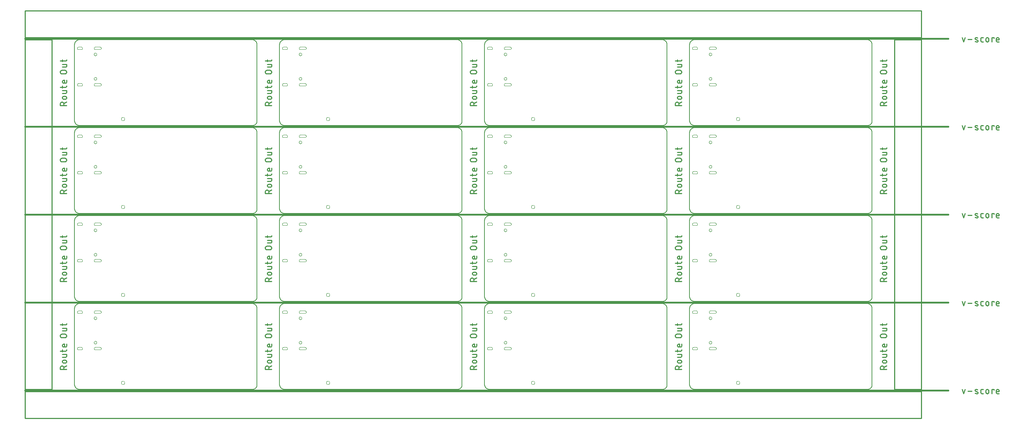
<source format=gko>
G75*
%MOIN*%
%OFA0B0*%
%FSLAX25Y25*%
%IPPOS*%
%LPD*%
%AMOC8*
5,1,8,0,0,1.08239X$1,22.5*
%
%ADD10C,0.00800*%
%ADD11C,0.01100*%
%ADD12C,0.01500*%
%ADD13C,0.01000*%
%ADD14C,0.00000*%
%ADD15C,0.00039*%
D10*
X0052331Y0056933D02*
X0213518Y0056933D01*
X0213646Y0056935D01*
X0213774Y0056941D01*
X0213901Y0056950D01*
X0214028Y0056964D01*
X0214155Y0056981D01*
X0214281Y0057002D01*
X0214406Y0057027D01*
X0214531Y0057056D01*
X0214654Y0057088D01*
X0214777Y0057125D01*
X0214898Y0057164D01*
X0215019Y0057208D01*
X0215138Y0057255D01*
X0215255Y0057306D01*
X0215371Y0057360D01*
X0215485Y0057418D01*
X0215597Y0057479D01*
X0215707Y0057543D01*
X0215816Y0057611D01*
X0215922Y0057682D01*
X0216026Y0057756D01*
X0216128Y0057834D01*
X0216227Y0057914D01*
X0216324Y0057997D01*
X0216419Y0058084D01*
X0216510Y0058173D01*
X0216599Y0058264D01*
X0216686Y0058359D01*
X0216769Y0058456D01*
X0216849Y0058555D01*
X0216927Y0058657D01*
X0217001Y0058761D01*
X0217072Y0058867D01*
X0217140Y0058976D01*
X0217204Y0059086D01*
X0217265Y0059198D01*
X0217323Y0059312D01*
X0217377Y0059428D01*
X0217428Y0059545D01*
X0217475Y0059664D01*
X0217519Y0059785D01*
X0217558Y0059906D01*
X0217595Y0060029D01*
X0217627Y0060152D01*
X0217656Y0060277D01*
X0217681Y0060402D01*
X0217702Y0060528D01*
X0217719Y0060655D01*
X0217733Y0060782D01*
X0217742Y0060909D01*
X0217748Y0061037D01*
X0217750Y0061165D01*
X0217750Y0132352D01*
X0217748Y0132485D01*
X0217742Y0132618D01*
X0217733Y0132751D01*
X0217719Y0132884D01*
X0217702Y0133016D01*
X0217680Y0133147D01*
X0217655Y0133278D01*
X0217627Y0133408D01*
X0217594Y0133538D01*
X0217558Y0133666D01*
X0217517Y0133793D01*
X0217474Y0133919D01*
X0217426Y0134043D01*
X0217375Y0134166D01*
X0217321Y0134288D01*
X0217263Y0134408D01*
X0217201Y0134526D01*
X0217136Y0134643D01*
X0217068Y0134757D01*
X0216996Y0134869D01*
X0216922Y0134980D01*
X0216844Y0135088D01*
X0216762Y0135193D01*
X0216678Y0135297D01*
X0216591Y0135397D01*
X0216501Y0135496D01*
X0216408Y0135591D01*
X0216313Y0135684D01*
X0216214Y0135774D01*
X0216114Y0135861D01*
X0216010Y0135945D01*
X0215905Y0136027D01*
X0215797Y0136105D01*
X0215686Y0136179D01*
X0215574Y0136251D01*
X0215460Y0136319D01*
X0215343Y0136384D01*
X0215225Y0136446D01*
X0215105Y0136504D01*
X0214983Y0136558D01*
X0214860Y0136609D01*
X0214736Y0136657D01*
X0214610Y0136700D01*
X0214483Y0136741D01*
X0214355Y0136777D01*
X0214225Y0136810D01*
X0214095Y0136838D01*
X0213964Y0136863D01*
X0213833Y0136885D01*
X0213701Y0136902D01*
X0213568Y0136916D01*
X0213435Y0136925D01*
X0213302Y0136931D01*
X0213169Y0136933D01*
X0052331Y0136933D01*
X0052331Y0138933D02*
X0213518Y0138933D01*
X0213646Y0138935D01*
X0213774Y0138941D01*
X0213901Y0138950D01*
X0214028Y0138964D01*
X0214155Y0138981D01*
X0214281Y0139002D01*
X0214406Y0139027D01*
X0214531Y0139056D01*
X0214654Y0139088D01*
X0214777Y0139125D01*
X0214898Y0139164D01*
X0215019Y0139208D01*
X0215138Y0139255D01*
X0215255Y0139306D01*
X0215371Y0139360D01*
X0215485Y0139418D01*
X0215597Y0139479D01*
X0215707Y0139543D01*
X0215816Y0139611D01*
X0215922Y0139682D01*
X0216026Y0139756D01*
X0216128Y0139834D01*
X0216227Y0139914D01*
X0216324Y0139997D01*
X0216419Y0140084D01*
X0216510Y0140173D01*
X0216599Y0140264D01*
X0216686Y0140359D01*
X0216769Y0140456D01*
X0216849Y0140555D01*
X0216927Y0140657D01*
X0217001Y0140761D01*
X0217072Y0140867D01*
X0217140Y0140976D01*
X0217204Y0141086D01*
X0217265Y0141198D01*
X0217323Y0141312D01*
X0217377Y0141428D01*
X0217428Y0141545D01*
X0217475Y0141664D01*
X0217519Y0141785D01*
X0217558Y0141906D01*
X0217595Y0142029D01*
X0217627Y0142152D01*
X0217656Y0142277D01*
X0217681Y0142402D01*
X0217702Y0142528D01*
X0217719Y0142655D01*
X0217733Y0142782D01*
X0217742Y0142909D01*
X0217748Y0143037D01*
X0217750Y0143165D01*
X0217750Y0214352D01*
X0217748Y0214485D01*
X0217742Y0214618D01*
X0217733Y0214751D01*
X0217719Y0214884D01*
X0217702Y0215016D01*
X0217680Y0215147D01*
X0217655Y0215278D01*
X0217627Y0215408D01*
X0217594Y0215538D01*
X0217558Y0215666D01*
X0217517Y0215793D01*
X0217474Y0215919D01*
X0217426Y0216043D01*
X0217375Y0216166D01*
X0217321Y0216288D01*
X0217263Y0216408D01*
X0217201Y0216526D01*
X0217136Y0216643D01*
X0217068Y0216757D01*
X0216996Y0216869D01*
X0216922Y0216980D01*
X0216844Y0217088D01*
X0216762Y0217193D01*
X0216678Y0217297D01*
X0216591Y0217397D01*
X0216501Y0217496D01*
X0216408Y0217591D01*
X0216313Y0217684D01*
X0216214Y0217774D01*
X0216114Y0217861D01*
X0216010Y0217945D01*
X0215905Y0218027D01*
X0215797Y0218105D01*
X0215686Y0218179D01*
X0215574Y0218251D01*
X0215460Y0218319D01*
X0215343Y0218384D01*
X0215225Y0218446D01*
X0215105Y0218504D01*
X0214983Y0218558D01*
X0214860Y0218609D01*
X0214736Y0218657D01*
X0214610Y0218700D01*
X0214483Y0218741D01*
X0214355Y0218777D01*
X0214225Y0218810D01*
X0214095Y0218838D01*
X0213964Y0218863D01*
X0213833Y0218885D01*
X0213701Y0218902D01*
X0213568Y0218916D01*
X0213435Y0218925D01*
X0213302Y0218931D01*
X0213169Y0218933D01*
X0052331Y0218933D01*
X0052331Y0220933D02*
X0213518Y0220933D01*
X0213646Y0220935D01*
X0213774Y0220941D01*
X0213901Y0220950D01*
X0214028Y0220964D01*
X0214155Y0220981D01*
X0214281Y0221002D01*
X0214406Y0221027D01*
X0214531Y0221056D01*
X0214654Y0221088D01*
X0214777Y0221125D01*
X0214898Y0221164D01*
X0215019Y0221208D01*
X0215138Y0221255D01*
X0215255Y0221306D01*
X0215371Y0221360D01*
X0215485Y0221418D01*
X0215597Y0221479D01*
X0215707Y0221543D01*
X0215816Y0221611D01*
X0215922Y0221682D01*
X0216026Y0221756D01*
X0216128Y0221834D01*
X0216227Y0221914D01*
X0216324Y0221997D01*
X0216419Y0222084D01*
X0216510Y0222173D01*
X0216599Y0222264D01*
X0216686Y0222359D01*
X0216769Y0222456D01*
X0216849Y0222555D01*
X0216927Y0222657D01*
X0217001Y0222761D01*
X0217072Y0222867D01*
X0217140Y0222976D01*
X0217204Y0223086D01*
X0217265Y0223198D01*
X0217323Y0223312D01*
X0217377Y0223428D01*
X0217428Y0223545D01*
X0217475Y0223664D01*
X0217519Y0223785D01*
X0217558Y0223906D01*
X0217595Y0224029D01*
X0217627Y0224152D01*
X0217656Y0224277D01*
X0217681Y0224402D01*
X0217702Y0224528D01*
X0217719Y0224655D01*
X0217733Y0224782D01*
X0217742Y0224909D01*
X0217748Y0225037D01*
X0217750Y0225165D01*
X0217750Y0296352D01*
X0217748Y0296485D01*
X0217742Y0296618D01*
X0217733Y0296751D01*
X0217719Y0296884D01*
X0217702Y0297016D01*
X0217680Y0297147D01*
X0217655Y0297278D01*
X0217627Y0297408D01*
X0217594Y0297538D01*
X0217558Y0297666D01*
X0217517Y0297793D01*
X0217474Y0297919D01*
X0217426Y0298043D01*
X0217375Y0298166D01*
X0217321Y0298288D01*
X0217263Y0298408D01*
X0217201Y0298526D01*
X0217136Y0298643D01*
X0217068Y0298757D01*
X0216996Y0298869D01*
X0216922Y0298980D01*
X0216844Y0299088D01*
X0216762Y0299193D01*
X0216678Y0299297D01*
X0216591Y0299397D01*
X0216501Y0299496D01*
X0216408Y0299591D01*
X0216313Y0299684D01*
X0216214Y0299774D01*
X0216114Y0299861D01*
X0216010Y0299945D01*
X0215905Y0300027D01*
X0215797Y0300105D01*
X0215686Y0300179D01*
X0215574Y0300251D01*
X0215460Y0300319D01*
X0215343Y0300384D01*
X0215225Y0300446D01*
X0215105Y0300504D01*
X0214983Y0300558D01*
X0214860Y0300609D01*
X0214736Y0300657D01*
X0214610Y0300700D01*
X0214483Y0300741D01*
X0214355Y0300777D01*
X0214225Y0300810D01*
X0214095Y0300838D01*
X0213964Y0300863D01*
X0213833Y0300885D01*
X0213701Y0300902D01*
X0213568Y0300916D01*
X0213435Y0300925D01*
X0213302Y0300931D01*
X0213169Y0300933D01*
X0052331Y0300933D01*
X0052331Y0302933D02*
X0213518Y0302933D01*
X0213646Y0302935D01*
X0213774Y0302941D01*
X0213901Y0302950D01*
X0214028Y0302964D01*
X0214155Y0302981D01*
X0214281Y0303002D01*
X0214406Y0303027D01*
X0214531Y0303056D01*
X0214654Y0303088D01*
X0214777Y0303125D01*
X0214898Y0303164D01*
X0215019Y0303208D01*
X0215138Y0303255D01*
X0215255Y0303306D01*
X0215371Y0303360D01*
X0215485Y0303418D01*
X0215597Y0303479D01*
X0215707Y0303543D01*
X0215816Y0303611D01*
X0215922Y0303682D01*
X0216026Y0303756D01*
X0216128Y0303834D01*
X0216227Y0303914D01*
X0216324Y0303997D01*
X0216419Y0304084D01*
X0216510Y0304173D01*
X0216599Y0304264D01*
X0216686Y0304359D01*
X0216769Y0304456D01*
X0216849Y0304555D01*
X0216927Y0304657D01*
X0217001Y0304761D01*
X0217072Y0304867D01*
X0217140Y0304976D01*
X0217204Y0305086D01*
X0217265Y0305198D01*
X0217323Y0305312D01*
X0217377Y0305428D01*
X0217428Y0305545D01*
X0217475Y0305664D01*
X0217519Y0305785D01*
X0217558Y0305906D01*
X0217595Y0306029D01*
X0217627Y0306152D01*
X0217656Y0306277D01*
X0217681Y0306402D01*
X0217702Y0306528D01*
X0217719Y0306655D01*
X0217733Y0306782D01*
X0217742Y0306909D01*
X0217748Y0307037D01*
X0217750Y0307165D01*
X0217750Y0378352D01*
X0217748Y0378485D01*
X0217742Y0378618D01*
X0217733Y0378751D01*
X0217719Y0378884D01*
X0217702Y0379016D01*
X0217680Y0379147D01*
X0217655Y0379278D01*
X0217627Y0379408D01*
X0217594Y0379538D01*
X0217558Y0379666D01*
X0217517Y0379793D01*
X0217474Y0379919D01*
X0217426Y0380043D01*
X0217375Y0380166D01*
X0217321Y0380288D01*
X0217263Y0380408D01*
X0217201Y0380526D01*
X0217136Y0380643D01*
X0217068Y0380757D01*
X0216996Y0380869D01*
X0216922Y0380980D01*
X0216844Y0381088D01*
X0216762Y0381193D01*
X0216678Y0381297D01*
X0216591Y0381397D01*
X0216501Y0381496D01*
X0216408Y0381591D01*
X0216313Y0381684D01*
X0216214Y0381774D01*
X0216114Y0381861D01*
X0216010Y0381945D01*
X0215905Y0382027D01*
X0215797Y0382105D01*
X0215686Y0382179D01*
X0215574Y0382251D01*
X0215460Y0382319D01*
X0215343Y0382384D01*
X0215225Y0382446D01*
X0215105Y0382504D01*
X0214983Y0382558D01*
X0214860Y0382609D01*
X0214736Y0382657D01*
X0214610Y0382700D01*
X0214483Y0382741D01*
X0214355Y0382777D01*
X0214225Y0382810D01*
X0214095Y0382838D01*
X0213964Y0382863D01*
X0213833Y0382885D01*
X0213701Y0382902D01*
X0213568Y0382916D01*
X0213435Y0382925D01*
X0213302Y0382931D01*
X0213169Y0382933D01*
X0052331Y0382933D01*
X0052198Y0382931D01*
X0052065Y0382925D01*
X0051932Y0382916D01*
X0051799Y0382902D01*
X0051667Y0382885D01*
X0051536Y0382863D01*
X0051405Y0382838D01*
X0051275Y0382810D01*
X0051145Y0382777D01*
X0051017Y0382741D01*
X0050890Y0382700D01*
X0050764Y0382657D01*
X0050640Y0382609D01*
X0050517Y0382558D01*
X0050395Y0382504D01*
X0050275Y0382446D01*
X0050157Y0382384D01*
X0050041Y0382319D01*
X0049926Y0382251D01*
X0049814Y0382179D01*
X0049703Y0382105D01*
X0049595Y0382027D01*
X0049490Y0381945D01*
X0049386Y0381861D01*
X0049286Y0381774D01*
X0049187Y0381684D01*
X0049092Y0381591D01*
X0048999Y0381496D01*
X0048909Y0381397D01*
X0048822Y0381297D01*
X0048738Y0381193D01*
X0048656Y0381088D01*
X0048578Y0380980D01*
X0048504Y0380869D01*
X0048432Y0380757D01*
X0048364Y0380643D01*
X0048299Y0380526D01*
X0048237Y0380408D01*
X0048179Y0380288D01*
X0048125Y0380166D01*
X0048074Y0380043D01*
X0048026Y0379919D01*
X0047983Y0379793D01*
X0047942Y0379666D01*
X0047906Y0379538D01*
X0047873Y0379408D01*
X0047845Y0379278D01*
X0047820Y0379147D01*
X0047798Y0379016D01*
X0047781Y0378884D01*
X0047767Y0378751D01*
X0047758Y0378618D01*
X0047752Y0378485D01*
X0047750Y0378352D01*
X0047750Y0307514D01*
X0047752Y0307381D01*
X0047758Y0307248D01*
X0047767Y0307115D01*
X0047781Y0306982D01*
X0047798Y0306850D01*
X0047820Y0306719D01*
X0047845Y0306588D01*
X0047873Y0306458D01*
X0047906Y0306328D01*
X0047942Y0306200D01*
X0047983Y0306073D01*
X0048026Y0305947D01*
X0048074Y0305823D01*
X0048125Y0305700D01*
X0048179Y0305578D01*
X0048237Y0305458D01*
X0048299Y0305340D01*
X0048364Y0305224D01*
X0048432Y0305109D01*
X0048504Y0304997D01*
X0048578Y0304886D01*
X0048656Y0304778D01*
X0048738Y0304673D01*
X0048822Y0304569D01*
X0048909Y0304469D01*
X0048999Y0304370D01*
X0049092Y0304275D01*
X0049187Y0304182D01*
X0049286Y0304092D01*
X0049386Y0304005D01*
X0049490Y0303921D01*
X0049595Y0303839D01*
X0049703Y0303761D01*
X0049814Y0303687D01*
X0049926Y0303615D01*
X0050041Y0303547D01*
X0050157Y0303482D01*
X0050275Y0303420D01*
X0050395Y0303362D01*
X0050517Y0303308D01*
X0050640Y0303257D01*
X0050764Y0303209D01*
X0050890Y0303166D01*
X0051017Y0303125D01*
X0051145Y0303089D01*
X0051275Y0303056D01*
X0051405Y0303028D01*
X0051536Y0303003D01*
X0051667Y0302981D01*
X0051799Y0302964D01*
X0051932Y0302950D01*
X0052065Y0302941D01*
X0052198Y0302935D01*
X0052331Y0302933D01*
X0052331Y0300933D02*
X0052198Y0300931D01*
X0052065Y0300925D01*
X0051932Y0300916D01*
X0051799Y0300902D01*
X0051667Y0300885D01*
X0051536Y0300863D01*
X0051405Y0300838D01*
X0051275Y0300810D01*
X0051145Y0300777D01*
X0051017Y0300741D01*
X0050890Y0300700D01*
X0050764Y0300657D01*
X0050640Y0300609D01*
X0050517Y0300558D01*
X0050395Y0300504D01*
X0050275Y0300446D01*
X0050157Y0300384D01*
X0050041Y0300319D01*
X0049926Y0300251D01*
X0049814Y0300179D01*
X0049703Y0300105D01*
X0049595Y0300027D01*
X0049490Y0299945D01*
X0049386Y0299861D01*
X0049286Y0299774D01*
X0049187Y0299684D01*
X0049092Y0299591D01*
X0048999Y0299496D01*
X0048909Y0299397D01*
X0048822Y0299297D01*
X0048738Y0299193D01*
X0048656Y0299088D01*
X0048578Y0298980D01*
X0048504Y0298869D01*
X0048432Y0298757D01*
X0048364Y0298643D01*
X0048299Y0298526D01*
X0048237Y0298408D01*
X0048179Y0298288D01*
X0048125Y0298166D01*
X0048074Y0298043D01*
X0048026Y0297919D01*
X0047983Y0297793D01*
X0047942Y0297666D01*
X0047906Y0297538D01*
X0047873Y0297408D01*
X0047845Y0297278D01*
X0047820Y0297147D01*
X0047798Y0297016D01*
X0047781Y0296884D01*
X0047767Y0296751D01*
X0047758Y0296618D01*
X0047752Y0296485D01*
X0047750Y0296352D01*
X0047750Y0225514D01*
X0047752Y0225381D01*
X0047758Y0225248D01*
X0047767Y0225115D01*
X0047781Y0224982D01*
X0047798Y0224850D01*
X0047820Y0224719D01*
X0047845Y0224588D01*
X0047873Y0224458D01*
X0047906Y0224328D01*
X0047942Y0224200D01*
X0047983Y0224073D01*
X0048026Y0223947D01*
X0048074Y0223823D01*
X0048125Y0223700D01*
X0048179Y0223578D01*
X0048237Y0223458D01*
X0048299Y0223340D01*
X0048364Y0223224D01*
X0048432Y0223109D01*
X0048504Y0222997D01*
X0048578Y0222886D01*
X0048656Y0222778D01*
X0048738Y0222673D01*
X0048822Y0222569D01*
X0048909Y0222469D01*
X0048999Y0222370D01*
X0049092Y0222275D01*
X0049187Y0222182D01*
X0049286Y0222092D01*
X0049386Y0222005D01*
X0049490Y0221921D01*
X0049595Y0221839D01*
X0049703Y0221761D01*
X0049814Y0221687D01*
X0049926Y0221615D01*
X0050041Y0221547D01*
X0050157Y0221482D01*
X0050275Y0221420D01*
X0050395Y0221362D01*
X0050517Y0221308D01*
X0050640Y0221257D01*
X0050764Y0221209D01*
X0050890Y0221166D01*
X0051017Y0221125D01*
X0051145Y0221089D01*
X0051275Y0221056D01*
X0051405Y0221028D01*
X0051536Y0221003D01*
X0051667Y0220981D01*
X0051799Y0220964D01*
X0051932Y0220950D01*
X0052065Y0220941D01*
X0052198Y0220935D01*
X0052331Y0220933D01*
X0052331Y0218933D02*
X0052198Y0218931D01*
X0052065Y0218925D01*
X0051932Y0218916D01*
X0051799Y0218902D01*
X0051667Y0218885D01*
X0051536Y0218863D01*
X0051405Y0218838D01*
X0051275Y0218810D01*
X0051145Y0218777D01*
X0051017Y0218741D01*
X0050890Y0218700D01*
X0050764Y0218657D01*
X0050640Y0218609D01*
X0050517Y0218558D01*
X0050395Y0218504D01*
X0050275Y0218446D01*
X0050157Y0218384D01*
X0050041Y0218319D01*
X0049926Y0218251D01*
X0049814Y0218179D01*
X0049703Y0218105D01*
X0049595Y0218027D01*
X0049490Y0217945D01*
X0049386Y0217861D01*
X0049286Y0217774D01*
X0049187Y0217684D01*
X0049092Y0217591D01*
X0048999Y0217496D01*
X0048909Y0217397D01*
X0048822Y0217297D01*
X0048738Y0217193D01*
X0048656Y0217088D01*
X0048578Y0216980D01*
X0048504Y0216869D01*
X0048432Y0216757D01*
X0048364Y0216643D01*
X0048299Y0216526D01*
X0048237Y0216408D01*
X0048179Y0216288D01*
X0048125Y0216166D01*
X0048074Y0216043D01*
X0048026Y0215919D01*
X0047983Y0215793D01*
X0047942Y0215666D01*
X0047906Y0215538D01*
X0047873Y0215408D01*
X0047845Y0215278D01*
X0047820Y0215147D01*
X0047798Y0215016D01*
X0047781Y0214884D01*
X0047767Y0214751D01*
X0047758Y0214618D01*
X0047752Y0214485D01*
X0047750Y0214352D01*
X0047750Y0143514D01*
X0047752Y0143381D01*
X0047758Y0143248D01*
X0047767Y0143115D01*
X0047781Y0142982D01*
X0047798Y0142850D01*
X0047820Y0142719D01*
X0047845Y0142588D01*
X0047873Y0142458D01*
X0047906Y0142328D01*
X0047942Y0142200D01*
X0047983Y0142073D01*
X0048026Y0141947D01*
X0048074Y0141823D01*
X0048125Y0141700D01*
X0048179Y0141578D01*
X0048237Y0141458D01*
X0048299Y0141340D01*
X0048364Y0141224D01*
X0048432Y0141109D01*
X0048504Y0140997D01*
X0048578Y0140886D01*
X0048656Y0140778D01*
X0048738Y0140673D01*
X0048822Y0140569D01*
X0048909Y0140469D01*
X0048999Y0140370D01*
X0049092Y0140275D01*
X0049187Y0140182D01*
X0049286Y0140092D01*
X0049386Y0140005D01*
X0049490Y0139921D01*
X0049595Y0139839D01*
X0049703Y0139761D01*
X0049814Y0139687D01*
X0049926Y0139615D01*
X0050041Y0139547D01*
X0050157Y0139482D01*
X0050275Y0139420D01*
X0050395Y0139362D01*
X0050517Y0139308D01*
X0050640Y0139257D01*
X0050764Y0139209D01*
X0050890Y0139166D01*
X0051017Y0139125D01*
X0051145Y0139089D01*
X0051275Y0139056D01*
X0051405Y0139028D01*
X0051536Y0139003D01*
X0051667Y0138981D01*
X0051799Y0138964D01*
X0051932Y0138950D01*
X0052065Y0138941D01*
X0052198Y0138935D01*
X0052331Y0138933D01*
X0052331Y0136933D02*
X0052198Y0136931D01*
X0052065Y0136925D01*
X0051932Y0136916D01*
X0051799Y0136902D01*
X0051667Y0136885D01*
X0051536Y0136863D01*
X0051405Y0136838D01*
X0051275Y0136810D01*
X0051145Y0136777D01*
X0051017Y0136741D01*
X0050890Y0136700D01*
X0050764Y0136657D01*
X0050640Y0136609D01*
X0050517Y0136558D01*
X0050395Y0136504D01*
X0050275Y0136446D01*
X0050157Y0136384D01*
X0050041Y0136319D01*
X0049926Y0136251D01*
X0049814Y0136179D01*
X0049703Y0136105D01*
X0049595Y0136027D01*
X0049490Y0135945D01*
X0049386Y0135861D01*
X0049286Y0135774D01*
X0049187Y0135684D01*
X0049092Y0135591D01*
X0048999Y0135496D01*
X0048909Y0135397D01*
X0048822Y0135297D01*
X0048738Y0135193D01*
X0048656Y0135088D01*
X0048578Y0134980D01*
X0048504Y0134869D01*
X0048432Y0134757D01*
X0048364Y0134643D01*
X0048299Y0134526D01*
X0048237Y0134408D01*
X0048179Y0134288D01*
X0048125Y0134166D01*
X0048074Y0134043D01*
X0048026Y0133919D01*
X0047983Y0133793D01*
X0047942Y0133666D01*
X0047906Y0133538D01*
X0047873Y0133408D01*
X0047845Y0133278D01*
X0047820Y0133147D01*
X0047798Y0133016D01*
X0047781Y0132884D01*
X0047767Y0132751D01*
X0047758Y0132618D01*
X0047752Y0132485D01*
X0047750Y0132352D01*
X0047750Y0061514D01*
X0047752Y0061381D01*
X0047758Y0061248D01*
X0047767Y0061115D01*
X0047781Y0060982D01*
X0047798Y0060850D01*
X0047820Y0060719D01*
X0047845Y0060588D01*
X0047873Y0060458D01*
X0047906Y0060328D01*
X0047942Y0060200D01*
X0047983Y0060073D01*
X0048026Y0059947D01*
X0048074Y0059823D01*
X0048125Y0059700D01*
X0048179Y0059578D01*
X0048237Y0059458D01*
X0048299Y0059340D01*
X0048364Y0059223D01*
X0048432Y0059109D01*
X0048504Y0058997D01*
X0048578Y0058886D01*
X0048656Y0058778D01*
X0048738Y0058673D01*
X0048822Y0058569D01*
X0048909Y0058469D01*
X0048999Y0058370D01*
X0049092Y0058275D01*
X0049187Y0058182D01*
X0049286Y0058092D01*
X0049386Y0058005D01*
X0049490Y0057921D01*
X0049595Y0057839D01*
X0049703Y0057761D01*
X0049814Y0057687D01*
X0049926Y0057615D01*
X0050041Y0057547D01*
X0050157Y0057482D01*
X0050275Y0057420D01*
X0050395Y0057362D01*
X0050517Y0057308D01*
X0050640Y0057257D01*
X0050764Y0057209D01*
X0050890Y0057166D01*
X0051017Y0057125D01*
X0051145Y0057089D01*
X0051275Y0057056D01*
X0051405Y0057028D01*
X0051536Y0057003D01*
X0051667Y0056981D01*
X0051799Y0056964D01*
X0051932Y0056950D01*
X0052065Y0056941D01*
X0052198Y0056935D01*
X0052331Y0056933D01*
X0238750Y0061514D02*
X0238750Y0132352D01*
X0238752Y0132485D01*
X0238758Y0132618D01*
X0238767Y0132751D01*
X0238781Y0132884D01*
X0238798Y0133016D01*
X0238820Y0133147D01*
X0238845Y0133278D01*
X0238873Y0133408D01*
X0238906Y0133538D01*
X0238942Y0133666D01*
X0238983Y0133793D01*
X0239026Y0133919D01*
X0239074Y0134043D01*
X0239125Y0134166D01*
X0239179Y0134288D01*
X0239237Y0134408D01*
X0239299Y0134526D01*
X0239364Y0134643D01*
X0239432Y0134757D01*
X0239504Y0134869D01*
X0239578Y0134980D01*
X0239656Y0135088D01*
X0239738Y0135193D01*
X0239822Y0135297D01*
X0239909Y0135397D01*
X0239999Y0135496D01*
X0240092Y0135591D01*
X0240187Y0135684D01*
X0240286Y0135774D01*
X0240386Y0135861D01*
X0240490Y0135945D01*
X0240595Y0136027D01*
X0240703Y0136105D01*
X0240814Y0136179D01*
X0240926Y0136251D01*
X0241041Y0136319D01*
X0241157Y0136384D01*
X0241275Y0136446D01*
X0241395Y0136504D01*
X0241517Y0136558D01*
X0241640Y0136609D01*
X0241764Y0136657D01*
X0241890Y0136700D01*
X0242017Y0136741D01*
X0242145Y0136777D01*
X0242275Y0136810D01*
X0242405Y0136838D01*
X0242536Y0136863D01*
X0242667Y0136885D01*
X0242799Y0136902D01*
X0242932Y0136916D01*
X0243065Y0136925D01*
X0243198Y0136931D01*
X0243331Y0136933D01*
X0404169Y0136933D01*
X0404518Y0138933D02*
X0243331Y0138933D01*
X0243198Y0138935D01*
X0243065Y0138941D01*
X0242932Y0138950D01*
X0242799Y0138964D01*
X0242667Y0138981D01*
X0242536Y0139003D01*
X0242405Y0139028D01*
X0242275Y0139056D01*
X0242145Y0139089D01*
X0242017Y0139125D01*
X0241890Y0139166D01*
X0241764Y0139209D01*
X0241640Y0139257D01*
X0241517Y0139308D01*
X0241395Y0139362D01*
X0241275Y0139420D01*
X0241157Y0139482D01*
X0241041Y0139547D01*
X0240926Y0139615D01*
X0240814Y0139687D01*
X0240703Y0139761D01*
X0240595Y0139839D01*
X0240490Y0139921D01*
X0240386Y0140005D01*
X0240286Y0140092D01*
X0240187Y0140182D01*
X0240092Y0140275D01*
X0239999Y0140370D01*
X0239909Y0140469D01*
X0239822Y0140569D01*
X0239738Y0140673D01*
X0239656Y0140778D01*
X0239578Y0140886D01*
X0239504Y0140997D01*
X0239432Y0141109D01*
X0239364Y0141224D01*
X0239299Y0141340D01*
X0239237Y0141458D01*
X0239179Y0141578D01*
X0239125Y0141700D01*
X0239074Y0141823D01*
X0239026Y0141947D01*
X0238983Y0142073D01*
X0238942Y0142200D01*
X0238906Y0142328D01*
X0238873Y0142458D01*
X0238845Y0142588D01*
X0238820Y0142719D01*
X0238798Y0142850D01*
X0238781Y0142982D01*
X0238767Y0143115D01*
X0238758Y0143248D01*
X0238752Y0143381D01*
X0238750Y0143514D01*
X0238750Y0214352D01*
X0238752Y0214485D01*
X0238758Y0214618D01*
X0238767Y0214751D01*
X0238781Y0214884D01*
X0238798Y0215016D01*
X0238820Y0215147D01*
X0238845Y0215278D01*
X0238873Y0215408D01*
X0238906Y0215538D01*
X0238942Y0215666D01*
X0238983Y0215793D01*
X0239026Y0215919D01*
X0239074Y0216043D01*
X0239125Y0216166D01*
X0239179Y0216288D01*
X0239237Y0216408D01*
X0239299Y0216526D01*
X0239364Y0216643D01*
X0239432Y0216757D01*
X0239504Y0216869D01*
X0239578Y0216980D01*
X0239656Y0217088D01*
X0239738Y0217193D01*
X0239822Y0217297D01*
X0239909Y0217397D01*
X0239999Y0217496D01*
X0240092Y0217591D01*
X0240187Y0217684D01*
X0240286Y0217774D01*
X0240386Y0217861D01*
X0240490Y0217945D01*
X0240595Y0218027D01*
X0240703Y0218105D01*
X0240814Y0218179D01*
X0240926Y0218251D01*
X0241041Y0218319D01*
X0241157Y0218384D01*
X0241275Y0218446D01*
X0241395Y0218504D01*
X0241517Y0218558D01*
X0241640Y0218609D01*
X0241764Y0218657D01*
X0241890Y0218700D01*
X0242017Y0218741D01*
X0242145Y0218777D01*
X0242275Y0218810D01*
X0242405Y0218838D01*
X0242536Y0218863D01*
X0242667Y0218885D01*
X0242799Y0218902D01*
X0242932Y0218916D01*
X0243065Y0218925D01*
X0243198Y0218931D01*
X0243331Y0218933D01*
X0404169Y0218933D01*
X0404518Y0220933D02*
X0243331Y0220933D01*
X0243198Y0220935D01*
X0243065Y0220941D01*
X0242932Y0220950D01*
X0242799Y0220964D01*
X0242667Y0220981D01*
X0242536Y0221003D01*
X0242405Y0221028D01*
X0242275Y0221056D01*
X0242145Y0221089D01*
X0242017Y0221125D01*
X0241890Y0221166D01*
X0241764Y0221209D01*
X0241640Y0221257D01*
X0241517Y0221308D01*
X0241395Y0221362D01*
X0241275Y0221420D01*
X0241157Y0221482D01*
X0241041Y0221547D01*
X0240926Y0221615D01*
X0240814Y0221687D01*
X0240703Y0221761D01*
X0240595Y0221839D01*
X0240490Y0221921D01*
X0240386Y0222005D01*
X0240286Y0222092D01*
X0240187Y0222182D01*
X0240092Y0222275D01*
X0239999Y0222370D01*
X0239909Y0222469D01*
X0239822Y0222569D01*
X0239738Y0222673D01*
X0239656Y0222778D01*
X0239578Y0222886D01*
X0239504Y0222997D01*
X0239432Y0223109D01*
X0239364Y0223224D01*
X0239299Y0223340D01*
X0239237Y0223458D01*
X0239179Y0223578D01*
X0239125Y0223700D01*
X0239074Y0223823D01*
X0239026Y0223947D01*
X0238983Y0224073D01*
X0238942Y0224200D01*
X0238906Y0224328D01*
X0238873Y0224458D01*
X0238845Y0224588D01*
X0238820Y0224719D01*
X0238798Y0224850D01*
X0238781Y0224982D01*
X0238767Y0225115D01*
X0238758Y0225248D01*
X0238752Y0225381D01*
X0238750Y0225514D01*
X0238750Y0296352D01*
X0238752Y0296485D01*
X0238758Y0296618D01*
X0238767Y0296751D01*
X0238781Y0296884D01*
X0238798Y0297016D01*
X0238820Y0297147D01*
X0238845Y0297278D01*
X0238873Y0297408D01*
X0238906Y0297538D01*
X0238942Y0297666D01*
X0238983Y0297793D01*
X0239026Y0297919D01*
X0239074Y0298043D01*
X0239125Y0298166D01*
X0239179Y0298288D01*
X0239237Y0298408D01*
X0239299Y0298526D01*
X0239364Y0298643D01*
X0239432Y0298757D01*
X0239504Y0298869D01*
X0239578Y0298980D01*
X0239656Y0299088D01*
X0239738Y0299193D01*
X0239822Y0299297D01*
X0239909Y0299397D01*
X0239999Y0299496D01*
X0240092Y0299591D01*
X0240187Y0299684D01*
X0240286Y0299774D01*
X0240386Y0299861D01*
X0240490Y0299945D01*
X0240595Y0300027D01*
X0240703Y0300105D01*
X0240814Y0300179D01*
X0240926Y0300251D01*
X0241041Y0300319D01*
X0241157Y0300384D01*
X0241275Y0300446D01*
X0241395Y0300504D01*
X0241517Y0300558D01*
X0241640Y0300609D01*
X0241764Y0300657D01*
X0241890Y0300700D01*
X0242017Y0300741D01*
X0242145Y0300777D01*
X0242275Y0300810D01*
X0242405Y0300838D01*
X0242536Y0300863D01*
X0242667Y0300885D01*
X0242799Y0300902D01*
X0242932Y0300916D01*
X0243065Y0300925D01*
X0243198Y0300931D01*
X0243331Y0300933D01*
X0404169Y0300933D01*
X0404518Y0302933D02*
X0243331Y0302933D01*
X0243198Y0302935D01*
X0243065Y0302941D01*
X0242932Y0302950D01*
X0242799Y0302964D01*
X0242667Y0302981D01*
X0242536Y0303003D01*
X0242405Y0303028D01*
X0242275Y0303056D01*
X0242145Y0303089D01*
X0242017Y0303125D01*
X0241890Y0303166D01*
X0241764Y0303209D01*
X0241640Y0303257D01*
X0241517Y0303308D01*
X0241395Y0303362D01*
X0241275Y0303420D01*
X0241157Y0303482D01*
X0241041Y0303547D01*
X0240926Y0303615D01*
X0240814Y0303687D01*
X0240703Y0303761D01*
X0240595Y0303839D01*
X0240490Y0303921D01*
X0240386Y0304005D01*
X0240286Y0304092D01*
X0240187Y0304182D01*
X0240092Y0304275D01*
X0239999Y0304370D01*
X0239909Y0304469D01*
X0239822Y0304569D01*
X0239738Y0304673D01*
X0239656Y0304778D01*
X0239578Y0304886D01*
X0239504Y0304997D01*
X0239432Y0305109D01*
X0239364Y0305224D01*
X0239299Y0305340D01*
X0239237Y0305458D01*
X0239179Y0305578D01*
X0239125Y0305700D01*
X0239074Y0305823D01*
X0239026Y0305947D01*
X0238983Y0306073D01*
X0238942Y0306200D01*
X0238906Y0306328D01*
X0238873Y0306458D01*
X0238845Y0306588D01*
X0238820Y0306719D01*
X0238798Y0306850D01*
X0238781Y0306982D01*
X0238767Y0307115D01*
X0238758Y0307248D01*
X0238752Y0307381D01*
X0238750Y0307514D01*
X0238750Y0378352D01*
X0238752Y0378485D01*
X0238758Y0378618D01*
X0238767Y0378751D01*
X0238781Y0378884D01*
X0238798Y0379016D01*
X0238820Y0379147D01*
X0238845Y0379278D01*
X0238873Y0379408D01*
X0238906Y0379538D01*
X0238942Y0379666D01*
X0238983Y0379793D01*
X0239026Y0379919D01*
X0239074Y0380043D01*
X0239125Y0380166D01*
X0239179Y0380288D01*
X0239237Y0380408D01*
X0239299Y0380526D01*
X0239364Y0380643D01*
X0239432Y0380757D01*
X0239504Y0380869D01*
X0239578Y0380980D01*
X0239656Y0381088D01*
X0239738Y0381193D01*
X0239822Y0381297D01*
X0239909Y0381397D01*
X0239999Y0381496D01*
X0240092Y0381591D01*
X0240187Y0381684D01*
X0240286Y0381774D01*
X0240386Y0381861D01*
X0240490Y0381945D01*
X0240595Y0382027D01*
X0240703Y0382105D01*
X0240814Y0382179D01*
X0240926Y0382251D01*
X0241041Y0382319D01*
X0241157Y0382384D01*
X0241275Y0382446D01*
X0241395Y0382504D01*
X0241517Y0382558D01*
X0241640Y0382609D01*
X0241764Y0382657D01*
X0241890Y0382700D01*
X0242017Y0382741D01*
X0242145Y0382777D01*
X0242275Y0382810D01*
X0242405Y0382838D01*
X0242536Y0382863D01*
X0242667Y0382885D01*
X0242799Y0382902D01*
X0242932Y0382916D01*
X0243065Y0382925D01*
X0243198Y0382931D01*
X0243331Y0382933D01*
X0404169Y0382933D01*
X0404302Y0382931D01*
X0404435Y0382925D01*
X0404568Y0382916D01*
X0404701Y0382902D01*
X0404833Y0382885D01*
X0404964Y0382863D01*
X0405095Y0382838D01*
X0405225Y0382810D01*
X0405355Y0382777D01*
X0405483Y0382741D01*
X0405610Y0382700D01*
X0405736Y0382657D01*
X0405860Y0382609D01*
X0405983Y0382558D01*
X0406105Y0382504D01*
X0406225Y0382446D01*
X0406343Y0382384D01*
X0406460Y0382319D01*
X0406574Y0382251D01*
X0406686Y0382179D01*
X0406797Y0382105D01*
X0406905Y0382027D01*
X0407010Y0381945D01*
X0407114Y0381861D01*
X0407214Y0381774D01*
X0407313Y0381684D01*
X0407408Y0381591D01*
X0407501Y0381496D01*
X0407591Y0381397D01*
X0407678Y0381297D01*
X0407762Y0381193D01*
X0407844Y0381088D01*
X0407922Y0380980D01*
X0407996Y0380869D01*
X0408068Y0380757D01*
X0408136Y0380643D01*
X0408201Y0380526D01*
X0408263Y0380408D01*
X0408321Y0380288D01*
X0408375Y0380166D01*
X0408426Y0380043D01*
X0408474Y0379919D01*
X0408517Y0379793D01*
X0408558Y0379666D01*
X0408594Y0379538D01*
X0408627Y0379408D01*
X0408655Y0379278D01*
X0408680Y0379147D01*
X0408702Y0379016D01*
X0408719Y0378884D01*
X0408733Y0378751D01*
X0408742Y0378618D01*
X0408748Y0378485D01*
X0408750Y0378352D01*
X0408750Y0307165D01*
X0408748Y0307037D01*
X0408742Y0306909D01*
X0408733Y0306782D01*
X0408719Y0306655D01*
X0408702Y0306528D01*
X0408681Y0306402D01*
X0408656Y0306277D01*
X0408627Y0306152D01*
X0408595Y0306029D01*
X0408558Y0305906D01*
X0408519Y0305785D01*
X0408475Y0305664D01*
X0408428Y0305545D01*
X0408377Y0305428D01*
X0408323Y0305312D01*
X0408265Y0305198D01*
X0408204Y0305086D01*
X0408140Y0304976D01*
X0408072Y0304867D01*
X0408001Y0304761D01*
X0407927Y0304657D01*
X0407849Y0304555D01*
X0407769Y0304456D01*
X0407686Y0304359D01*
X0407599Y0304264D01*
X0407510Y0304173D01*
X0407419Y0304084D01*
X0407324Y0303997D01*
X0407227Y0303914D01*
X0407128Y0303834D01*
X0407026Y0303756D01*
X0406922Y0303682D01*
X0406816Y0303611D01*
X0406707Y0303543D01*
X0406597Y0303479D01*
X0406485Y0303418D01*
X0406371Y0303360D01*
X0406255Y0303306D01*
X0406138Y0303255D01*
X0406019Y0303208D01*
X0405898Y0303164D01*
X0405777Y0303125D01*
X0405654Y0303088D01*
X0405531Y0303056D01*
X0405406Y0303027D01*
X0405281Y0303002D01*
X0405155Y0302981D01*
X0405028Y0302964D01*
X0404901Y0302950D01*
X0404774Y0302941D01*
X0404646Y0302935D01*
X0404518Y0302933D01*
X0404169Y0300933D02*
X0404302Y0300931D01*
X0404435Y0300925D01*
X0404568Y0300916D01*
X0404701Y0300902D01*
X0404833Y0300885D01*
X0404964Y0300863D01*
X0405095Y0300838D01*
X0405225Y0300810D01*
X0405355Y0300777D01*
X0405483Y0300741D01*
X0405610Y0300700D01*
X0405736Y0300657D01*
X0405860Y0300609D01*
X0405983Y0300558D01*
X0406105Y0300504D01*
X0406225Y0300446D01*
X0406343Y0300384D01*
X0406460Y0300319D01*
X0406574Y0300251D01*
X0406686Y0300179D01*
X0406797Y0300105D01*
X0406905Y0300027D01*
X0407010Y0299945D01*
X0407114Y0299861D01*
X0407214Y0299774D01*
X0407313Y0299684D01*
X0407408Y0299591D01*
X0407501Y0299496D01*
X0407591Y0299397D01*
X0407678Y0299297D01*
X0407762Y0299193D01*
X0407844Y0299088D01*
X0407922Y0298980D01*
X0407996Y0298869D01*
X0408068Y0298757D01*
X0408136Y0298643D01*
X0408201Y0298526D01*
X0408263Y0298408D01*
X0408321Y0298288D01*
X0408375Y0298166D01*
X0408426Y0298043D01*
X0408474Y0297919D01*
X0408517Y0297793D01*
X0408558Y0297666D01*
X0408594Y0297538D01*
X0408627Y0297408D01*
X0408655Y0297278D01*
X0408680Y0297147D01*
X0408702Y0297016D01*
X0408719Y0296884D01*
X0408733Y0296751D01*
X0408742Y0296618D01*
X0408748Y0296485D01*
X0408750Y0296352D01*
X0408750Y0225165D01*
X0408748Y0225037D01*
X0408742Y0224909D01*
X0408733Y0224782D01*
X0408719Y0224655D01*
X0408702Y0224528D01*
X0408681Y0224402D01*
X0408656Y0224277D01*
X0408627Y0224152D01*
X0408595Y0224029D01*
X0408558Y0223906D01*
X0408519Y0223785D01*
X0408475Y0223664D01*
X0408428Y0223545D01*
X0408377Y0223428D01*
X0408323Y0223312D01*
X0408265Y0223198D01*
X0408204Y0223086D01*
X0408140Y0222976D01*
X0408072Y0222867D01*
X0408001Y0222761D01*
X0407927Y0222657D01*
X0407849Y0222555D01*
X0407769Y0222456D01*
X0407686Y0222359D01*
X0407599Y0222264D01*
X0407510Y0222173D01*
X0407419Y0222084D01*
X0407324Y0221997D01*
X0407227Y0221914D01*
X0407128Y0221834D01*
X0407026Y0221756D01*
X0406922Y0221682D01*
X0406816Y0221611D01*
X0406707Y0221543D01*
X0406597Y0221479D01*
X0406485Y0221418D01*
X0406371Y0221360D01*
X0406255Y0221306D01*
X0406138Y0221255D01*
X0406019Y0221208D01*
X0405898Y0221164D01*
X0405777Y0221125D01*
X0405654Y0221088D01*
X0405531Y0221056D01*
X0405406Y0221027D01*
X0405281Y0221002D01*
X0405155Y0220981D01*
X0405028Y0220964D01*
X0404901Y0220950D01*
X0404774Y0220941D01*
X0404646Y0220935D01*
X0404518Y0220933D01*
X0404169Y0218933D02*
X0404302Y0218931D01*
X0404435Y0218925D01*
X0404568Y0218916D01*
X0404701Y0218902D01*
X0404833Y0218885D01*
X0404964Y0218863D01*
X0405095Y0218838D01*
X0405225Y0218810D01*
X0405355Y0218777D01*
X0405483Y0218741D01*
X0405610Y0218700D01*
X0405736Y0218657D01*
X0405860Y0218609D01*
X0405983Y0218558D01*
X0406105Y0218504D01*
X0406225Y0218446D01*
X0406343Y0218384D01*
X0406460Y0218319D01*
X0406574Y0218251D01*
X0406686Y0218179D01*
X0406797Y0218105D01*
X0406905Y0218027D01*
X0407010Y0217945D01*
X0407114Y0217861D01*
X0407214Y0217774D01*
X0407313Y0217684D01*
X0407408Y0217591D01*
X0407501Y0217496D01*
X0407591Y0217397D01*
X0407678Y0217297D01*
X0407762Y0217193D01*
X0407844Y0217088D01*
X0407922Y0216980D01*
X0407996Y0216869D01*
X0408068Y0216757D01*
X0408136Y0216643D01*
X0408201Y0216526D01*
X0408263Y0216408D01*
X0408321Y0216288D01*
X0408375Y0216166D01*
X0408426Y0216043D01*
X0408474Y0215919D01*
X0408517Y0215793D01*
X0408558Y0215666D01*
X0408594Y0215538D01*
X0408627Y0215408D01*
X0408655Y0215278D01*
X0408680Y0215147D01*
X0408702Y0215016D01*
X0408719Y0214884D01*
X0408733Y0214751D01*
X0408742Y0214618D01*
X0408748Y0214485D01*
X0408750Y0214352D01*
X0408750Y0143165D01*
X0408748Y0143037D01*
X0408742Y0142909D01*
X0408733Y0142782D01*
X0408719Y0142655D01*
X0408702Y0142528D01*
X0408681Y0142402D01*
X0408656Y0142277D01*
X0408627Y0142152D01*
X0408595Y0142029D01*
X0408558Y0141906D01*
X0408519Y0141785D01*
X0408475Y0141664D01*
X0408428Y0141545D01*
X0408377Y0141428D01*
X0408323Y0141312D01*
X0408265Y0141198D01*
X0408204Y0141086D01*
X0408140Y0140976D01*
X0408072Y0140867D01*
X0408001Y0140761D01*
X0407927Y0140657D01*
X0407849Y0140555D01*
X0407769Y0140456D01*
X0407686Y0140359D01*
X0407599Y0140264D01*
X0407510Y0140173D01*
X0407419Y0140084D01*
X0407324Y0139997D01*
X0407227Y0139914D01*
X0407128Y0139834D01*
X0407026Y0139756D01*
X0406922Y0139682D01*
X0406816Y0139611D01*
X0406707Y0139543D01*
X0406597Y0139479D01*
X0406485Y0139418D01*
X0406371Y0139360D01*
X0406255Y0139306D01*
X0406138Y0139255D01*
X0406019Y0139208D01*
X0405898Y0139164D01*
X0405777Y0139125D01*
X0405654Y0139088D01*
X0405531Y0139056D01*
X0405406Y0139027D01*
X0405281Y0139002D01*
X0405155Y0138981D01*
X0405028Y0138964D01*
X0404901Y0138950D01*
X0404774Y0138941D01*
X0404646Y0138935D01*
X0404518Y0138933D01*
X0404169Y0136933D02*
X0404302Y0136931D01*
X0404435Y0136925D01*
X0404568Y0136916D01*
X0404701Y0136902D01*
X0404833Y0136885D01*
X0404964Y0136863D01*
X0405095Y0136838D01*
X0405225Y0136810D01*
X0405355Y0136777D01*
X0405483Y0136741D01*
X0405610Y0136700D01*
X0405736Y0136657D01*
X0405860Y0136609D01*
X0405983Y0136558D01*
X0406105Y0136504D01*
X0406225Y0136446D01*
X0406343Y0136384D01*
X0406460Y0136319D01*
X0406574Y0136251D01*
X0406686Y0136179D01*
X0406797Y0136105D01*
X0406905Y0136027D01*
X0407010Y0135945D01*
X0407114Y0135861D01*
X0407214Y0135774D01*
X0407313Y0135684D01*
X0407408Y0135591D01*
X0407501Y0135496D01*
X0407591Y0135397D01*
X0407678Y0135297D01*
X0407762Y0135193D01*
X0407844Y0135088D01*
X0407922Y0134980D01*
X0407996Y0134869D01*
X0408068Y0134757D01*
X0408136Y0134643D01*
X0408201Y0134526D01*
X0408263Y0134408D01*
X0408321Y0134288D01*
X0408375Y0134166D01*
X0408426Y0134043D01*
X0408474Y0133919D01*
X0408517Y0133793D01*
X0408558Y0133666D01*
X0408594Y0133538D01*
X0408627Y0133408D01*
X0408655Y0133278D01*
X0408680Y0133147D01*
X0408702Y0133016D01*
X0408719Y0132884D01*
X0408733Y0132751D01*
X0408742Y0132618D01*
X0408748Y0132485D01*
X0408750Y0132352D01*
X0408750Y0061165D01*
X0408748Y0061037D01*
X0408742Y0060909D01*
X0408733Y0060782D01*
X0408719Y0060655D01*
X0408702Y0060528D01*
X0408681Y0060402D01*
X0408656Y0060277D01*
X0408627Y0060152D01*
X0408595Y0060029D01*
X0408558Y0059906D01*
X0408519Y0059785D01*
X0408475Y0059664D01*
X0408428Y0059545D01*
X0408377Y0059428D01*
X0408323Y0059312D01*
X0408265Y0059198D01*
X0408204Y0059086D01*
X0408140Y0058976D01*
X0408072Y0058867D01*
X0408001Y0058761D01*
X0407927Y0058657D01*
X0407849Y0058555D01*
X0407769Y0058456D01*
X0407686Y0058359D01*
X0407599Y0058264D01*
X0407510Y0058173D01*
X0407419Y0058084D01*
X0407324Y0057997D01*
X0407227Y0057914D01*
X0407128Y0057834D01*
X0407026Y0057756D01*
X0406922Y0057682D01*
X0406816Y0057611D01*
X0406707Y0057543D01*
X0406597Y0057479D01*
X0406485Y0057418D01*
X0406371Y0057360D01*
X0406255Y0057306D01*
X0406138Y0057255D01*
X0406019Y0057208D01*
X0405898Y0057164D01*
X0405777Y0057125D01*
X0405654Y0057088D01*
X0405531Y0057056D01*
X0405406Y0057027D01*
X0405281Y0057002D01*
X0405155Y0056981D01*
X0405028Y0056964D01*
X0404901Y0056950D01*
X0404774Y0056941D01*
X0404646Y0056935D01*
X0404518Y0056933D01*
X0243331Y0056933D01*
X0243198Y0056935D01*
X0243065Y0056941D01*
X0242932Y0056950D01*
X0242799Y0056964D01*
X0242667Y0056981D01*
X0242536Y0057003D01*
X0242405Y0057028D01*
X0242275Y0057056D01*
X0242145Y0057089D01*
X0242017Y0057125D01*
X0241890Y0057166D01*
X0241764Y0057209D01*
X0241640Y0057257D01*
X0241517Y0057308D01*
X0241395Y0057362D01*
X0241275Y0057420D01*
X0241157Y0057482D01*
X0241041Y0057547D01*
X0240926Y0057615D01*
X0240814Y0057687D01*
X0240703Y0057761D01*
X0240595Y0057839D01*
X0240490Y0057921D01*
X0240386Y0058005D01*
X0240286Y0058092D01*
X0240187Y0058182D01*
X0240092Y0058275D01*
X0239999Y0058370D01*
X0239909Y0058469D01*
X0239822Y0058569D01*
X0239738Y0058673D01*
X0239656Y0058778D01*
X0239578Y0058886D01*
X0239504Y0058997D01*
X0239432Y0059109D01*
X0239364Y0059223D01*
X0239299Y0059340D01*
X0239237Y0059458D01*
X0239179Y0059578D01*
X0239125Y0059700D01*
X0239074Y0059823D01*
X0239026Y0059947D01*
X0238983Y0060073D01*
X0238942Y0060200D01*
X0238906Y0060328D01*
X0238873Y0060458D01*
X0238845Y0060588D01*
X0238820Y0060719D01*
X0238798Y0060850D01*
X0238781Y0060982D01*
X0238767Y0061115D01*
X0238758Y0061248D01*
X0238752Y0061381D01*
X0238750Y0061514D01*
X0429750Y0061514D02*
X0429750Y0132352D01*
X0429752Y0132485D01*
X0429758Y0132618D01*
X0429767Y0132751D01*
X0429781Y0132884D01*
X0429798Y0133016D01*
X0429820Y0133147D01*
X0429845Y0133278D01*
X0429873Y0133408D01*
X0429906Y0133538D01*
X0429942Y0133666D01*
X0429983Y0133793D01*
X0430026Y0133919D01*
X0430074Y0134043D01*
X0430125Y0134166D01*
X0430179Y0134288D01*
X0430237Y0134408D01*
X0430299Y0134526D01*
X0430364Y0134643D01*
X0430432Y0134757D01*
X0430504Y0134869D01*
X0430578Y0134980D01*
X0430656Y0135088D01*
X0430738Y0135193D01*
X0430822Y0135297D01*
X0430909Y0135397D01*
X0430999Y0135496D01*
X0431092Y0135591D01*
X0431187Y0135684D01*
X0431286Y0135774D01*
X0431386Y0135861D01*
X0431490Y0135945D01*
X0431595Y0136027D01*
X0431703Y0136105D01*
X0431814Y0136179D01*
X0431926Y0136251D01*
X0432041Y0136319D01*
X0432157Y0136384D01*
X0432275Y0136446D01*
X0432395Y0136504D01*
X0432517Y0136558D01*
X0432640Y0136609D01*
X0432764Y0136657D01*
X0432890Y0136700D01*
X0433017Y0136741D01*
X0433145Y0136777D01*
X0433275Y0136810D01*
X0433405Y0136838D01*
X0433536Y0136863D01*
X0433667Y0136885D01*
X0433799Y0136902D01*
X0433932Y0136916D01*
X0434065Y0136925D01*
X0434198Y0136931D01*
X0434331Y0136933D01*
X0595169Y0136933D01*
X0595518Y0138933D02*
X0434331Y0138933D01*
X0434198Y0138935D01*
X0434065Y0138941D01*
X0433932Y0138950D01*
X0433799Y0138964D01*
X0433667Y0138981D01*
X0433536Y0139003D01*
X0433405Y0139028D01*
X0433275Y0139056D01*
X0433145Y0139089D01*
X0433017Y0139125D01*
X0432890Y0139166D01*
X0432764Y0139209D01*
X0432640Y0139257D01*
X0432517Y0139308D01*
X0432395Y0139362D01*
X0432275Y0139420D01*
X0432157Y0139482D01*
X0432041Y0139547D01*
X0431926Y0139615D01*
X0431814Y0139687D01*
X0431703Y0139761D01*
X0431595Y0139839D01*
X0431490Y0139921D01*
X0431386Y0140005D01*
X0431286Y0140092D01*
X0431187Y0140182D01*
X0431092Y0140275D01*
X0430999Y0140370D01*
X0430909Y0140469D01*
X0430822Y0140569D01*
X0430738Y0140673D01*
X0430656Y0140778D01*
X0430578Y0140886D01*
X0430504Y0140997D01*
X0430432Y0141109D01*
X0430364Y0141224D01*
X0430299Y0141340D01*
X0430237Y0141458D01*
X0430179Y0141578D01*
X0430125Y0141700D01*
X0430074Y0141823D01*
X0430026Y0141947D01*
X0429983Y0142073D01*
X0429942Y0142200D01*
X0429906Y0142328D01*
X0429873Y0142458D01*
X0429845Y0142588D01*
X0429820Y0142719D01*
X0429798Y0142850D01*
X0429781Y0142982D01*
X0429767Y0143115D01*
X0429758Y0143248D01*
X0429752Y0143381D01*
X0429750Y0143514D01*
X0429750Y0214352D01*
X0429752Y0214485D01*
X0429758Y0214618D01*
X0429767Y0214751D01*
X0429781Y0214884D01*
X0429798Y0215016D01*
X0429820Y0215147D01*
X0429845Y0215278D01*
X0429873Y0215408D01*
X0429906Y0215538D01*
X0429942Y0215666D01*
X0429983Y0215793D01*
X0430026Y0215919D01*
X0430074Y0216043D01*
X0430125Y0216166D01*
X0430179Y0216288D01*
X0430237Y0216408D01*
X0430299Y0216526D01*
X0430364Y0216643D01*
X0430432Y0216757D01*
X0430504Y0216869D01*
X0430578Y0216980D01*
X0430656Y0217088D01*
X0430738Y0217193D01*
X0430822Y0217297D01*
X0430909Y0217397D01*
X0430999Y0217496D01*
X0431092Y0217591D01*
X0431187Y0217684D01*
X0431286Y0217774D01*
X0431386Y0217861D01*
X0431490Y0217945D01*
X0431595Y0218027D01*
X0431703Y0218105D01*
X0431814Y0218179D01*
X0431926Y0218251D01*
X0432041Y0218319D01*
X0432157Y0218384D01*
X0432275Y0218446D01*
X0432395Y0218504D01*
X0432517Y0218558D01*
X0432640Y0218609D01*
X0432764Y0218657D01*
X0432890Y0218700D01*
X0433017Y0218741D01*
X0433145Y0218777D01*
X0433275Y0218810D01*
X0433405Y0218838D01*
X0433536Y0218863D01*
X0433667Y0218885D01*
X0433799Y0218902D01*
X0433932Y0218916D01*
X0434065Y0218925D01*
X0434198Y0218931D01*
X0434331Y0218933D01*
X0595169Y0218933D01*
X0595518Y0220933D02*
X0434331Y0220933D01*
X0434198Y0220935D01*
X0434065Y0220941D01*
X0433932Y0220950D01*
X0433799Y0220964D01*
X0433667Y0220981D01*
X0433536Y0221003D01*
X0433405Y0221028D01*
X0433275Y0221056D01*
X0433145Y0221089D01*
X0433017Y0221125D01*
X0432890Y0221166D01*
X0432764Y0221209D01*
X0432640Y0221257D01*
X0432517Y0221308D01*
X0432395Y0221362D01*
X0432275Y0221420D01*
X0432157Y0221482D01*
X0432041Y0221547D01*
X0431926Y0221615D01*
X0431814Y0221687D01*
X0431703Y0221761D01*
X0431595Y0221839D01*
X0431490Y0221921D01*
X0431386Y0222005D01*
X0431286Y0222092D01*
X0431187Y0222182D01*
X0431092Y0222275D01*
X0430999Y0222370D01*
X0430909Y0222469D01*
X0430822Y0222569D01*
X0430738Y0222673D01*
X0430656Y0222778D01*
X0430578Y0222886D01*
X0430504Y0222997D01*
X0430432Y0223109D01*
X0430364Y0223224D01*
X0430299Y0223340D01*
X0430237Y0223458D01*
X0430179Y0223578D01*
X0430125Y0223700D01*
X0430074Y0223823D01*
X0430026Y0223947D01*
X0429983Y0224073D01*
X0429942Y0224200D01*
X0429906Y0224328D01*
X0429873Y0224458D01*
X0429845Y0224588D01*
X0429820Y0224719D01*
X0429798Y0224850D01*
X0429781Y0224982D01*
X0429767Y0225115D01*
X0429758Y0225248D01*
X0429752Y0225381D01*
X0429750Y0225514D01*
X0429750Y0296352D01*
X0429752Y0296485D01*
X0429758Y0296618D01*
X0429767Y0296751D01*
X0429781Y0296884D01*
X0429798Y0297016D01*
X0429820Y0297147D01*
X0429845Y0297278D01*
X0429873Y0297408D01*
X0429906Y0297538D01*
X0429942Y0297666D01*
X0429983Y0297793D01*
X0430026Y0297919D01*
X0430074Y0298043D01*
X0430125Y0298166D01*
X0430179Y0298288D01*
X0430237Y0298408D01*
X0430299Y0298526D01*
X0430364Y0298643D01*
X0430432Y0298757D01*
X0430504Y0298869D01*
X0430578Y0298980D01*
X0430656Y0299088D01*
X0430738Y0299193D01*
X0430822Y0299297D01*
X0430909Y0299397D01*
X0430999Y0299496D01*
X0431092Y0299591D01*
X0431187Y0299684D01*
X0431286Y0299774D01*
X0431386Y0299861D01*
X0431490Y0299945D01*
X0431595Y0300027D01*
X0431703Y0300105D01*
X0431814Y0300179D01*
X0431926Y0300251D01*
X0432041Y0300319D01*
X0432157Y0300384D01*
X0432275Y0300446D01*
X0432395Y0300504D01*
X0432517Y0300558D01*
X0432640Y0300609D01*
X0432764Y0300657D01*
X0432890Y0300700D01*
X0433017Y0300741D01*
X0433145Y0300777D01*
X0433275Y0300810D01*
X0433405Y0300838D01*
X0433536Y0300863D01*
X0433667Y0300885D01*
X0433799Y0300902D01*
X0433932Y0300916D01*
X0434065Y0300925D01*
X0434198Y0300931D01*
X0434331Y0300933D01*
X0595169Y0300933D01*
X0595518Y0302933D02*
X0434331Y0302933D01*
X0434198Y0302935D01*
X0434065Y0302941D01*
X0433932Y0302950D01*
X0433799Y0302964D01*
X0433667Y0302981D01*
X0433536Y0303003D01*
X0433405Y0303028D01*
X0433275Y0303056D01*
X0433145Y0303089D01*
X0433017Y0303125D01*
X0432890Y0303166D01*
X0432764Y0303209D01*
X0432640Y0303257D01*
X0432517Y0303308D01*
X0432395Y0303362D01*
X0432275Y0303420D01*
X0432157Y0303482D01*
X0432041Y0303547D01*
X0431926Y0303615D01*
X0431814Y0303687D01*
X0431703Y0303761D01*
X0431595Y0303839D01*
X0431490Y0303921D01*
X0431386Y0304005D01*
X0431286Y0304092D01*
X0431187Y0304182D01*
X0431092Y0304275D01*
X0430999Y0304370D01*
X0430909Y0304469D01*
X0430822Y0304569D01*
X0430738Y0304673D01*
X0430656Y0304778D01*
X0430578Y0304886D01*
X0430504Y0304997D01*
X0430432Y0305109D01*
X0430364Y0305224D01*
X0430299Y0305340D01*
X0430237Y0305458D01*
X0430179Y0305578D01*
X0430125Y0305700D01*
X0430074Y0305823D01*
X0430026Y0305947D01*
X0429983Y0306073D01*
X0429942Y0306200D01*
X0429906Y0306328D01*
X0429873Y0306458D01*
X0429845Y0306588D01*
X0429820Y0306719D01*
X0429798Y0306850D01*
X0429781Y0306982D01*
X0429767Y0307115D01*
X0429758Y0307248D01*
X0429752Y0307381D01*
X0429750Y0307514D01*
X0429750Y0378352D01*
X0429752Y0378485D01*
X0429758Y0378618D01*
X0429767Y0378751D01*
X0429781Y0378884D01*
X0429798Y0379016D01*
X0429820Y0379147D01*
X0429845Y0379278D01*
X0429873Y0379408D01*
X0429906Y0379538D01*
X0429942Y0379666D01*
X0429983Y0379793D01*
X0430026Y0379919D01*
X0430074Y0380043D01*
X0430125Y0380166D01*
X0430179Y0380288D01*
X0430237Y0380408D01*
X0430299Y0380526D01*
X0430364Y0380643D01*
X0430432Y0380757D01*
X0430504Y0380869D01*
X0430578Y0380980D01*
X0430656Y0381088D01*
X0430738Y0381193D01*
X0430822Y0381297D01*
X0430909Y0381397D01*
X0430999Y0381496D01*
X0431092Y0381591D01*
X0431187Y0381684D01*
X0431286Y0381774D01*
X0431386Y0381861D01*
X0431490Y0381945D01*
X0431595Y0382027D01*
X0431703Y0382105D01*
X0431814Y0382179D01*
X0431926Y0382251D01*
X0432041Y0382319D01*
X0432157Y0382384D01*
X0432275Y0382446D01*
X0432395Y0382504D01*
X0432517Y0382558D01*
X0432640Y0382609D01*
X0432764Y0382657D01*
X0432890Y0382700D01*
X0433017Y0382741D01*
X0433145Y0382777D01*
X0433275Y0382810D01*
X0433405Y0382838D01*
X0433536Y0382863D01*
X0433667Y0382885D01*
X0433799Y0382902D01*
X0433932Y0382916D01*
X0434065Y0382925D01*
X0434198Y0382931D01*
X0434331Y0382933D01*
X0595169Y0382933D01*
X0595302Y0382931D01*
X0595435Y0382925D01*
X0595568Y0382916D01*
X0595701Y0382902D01*
X0595833Y0382885D01*
X0595964Y0382863D01*
X0596095Y0382838D01*
X0596225Y0382810D01*
X0596355Y0382777D01*
X0596483Y0382741D01*
X0596610Y0382700D01*
X0596736Y0382657D01*
X0596860Y0382609D01*
X0596983Y0382558D01*
X0597105Y0382504D01*
X0597225Y0382446D01*
X0597343Y0382384D01*
X0597460Y0382319D01*
X0597574Y0382251D01*
X0597686Y0382179D01*
X0597797Y0382105D01*
X0597905Y0382027D01*
X0598010Y0381945D01*
X0598114Y0381861D01*
X0598214Y0381774D01*
X0598313Y0381684D01*
X0598408Y0381591D01*
X0598501Y0381496D01*
X0598591Y0381397D01*
X0598678Y0381297D01*
X0598762Y0381193D01*
X0598844Y0381088D01*
X0598922Y0380980D01*
X0598996Y0380869D01*
X0599068Y0380757D01*
X0599136Y0380643D01*
X0599201Y0380526D01*
X0599263Y0380408D01*
X0599321Y0380288D01*
X0599375Y0380166D01*
X0599426Y0380043D01*
X0599474Y0379919D01*
X0599517Y0379793D01*
X0599558Y0379666D01*
X0599594Y0379538D01*
X0599627Y0379408D01*
X0599655Y0379278D01*
X0599680Y0379147D01*
X0599702Y0379016D01*
X0599719Y0378884D01*
X0599733Y0378751D01*
X0599742Y0378618D01*
X0599748Y0378485D01*
X0599750Y0378352D01*
X0599750Y0307165D01*
X0599748Y0307037D01*
X0599742Y0306909D01*
X0599733Y0306782D01*
X0599719Y0306655D01*
X0599702Y0306528D01*
X0599681Y0306402D01*
X0599656Y0306277D01*
X0599627Y0306152D01*
X0599595Y0306029D01*
X0599558Y0305906D01*
X0599519Y0305785D01*
X0599475Y0305664D01*
X0599428Y0305545D01*
X0599377Y0305428D01*
X0599323Y0305312D01*
X0599265Y0305198D01*
X0599204Y0305086D01*
X0599140Y0304976D01*
X0599072Y0304867D01*
X0599001Y0304761D01*
X0598927Y0304657D01*
X0598849Y0304555D01*
X0598769Y0304456D01*
X0598686Y0304359D01*
X0598599Y0304264D01*
X0598510Y0304173D01*
X0598419Y0304084D01*
X0598324Y0303997D01*
X0598227Y0303914D01*
X0598128Y0303834D01*
X0598026Y0303756D01*
X0597922Y0303682D01*
X0597816Y0303611D01*
X0597707Y0303543D01*
X0597597Y0303479D01*
X0597485Y0303418D01*
X0597371Y0303360D01*
X0597255Y0303306D01*
X0597138Y0303255D01*
X0597019Y0303208D01*
X0596898Y0303164D01*
X0596777Y0303125D01*
X0596654Y0303088D01*
X0596531Y0303056D01*
X0596406Y0303027D01*
X0596281Y0303002D01*
X0596155Y0302981D01*
X0596028Y0302964D01*
X0595901Y0302950D01*
X0595774Y0302941D01*
X0595646Y0302935D01*
X0595518Y0302933D01*
X0595169Y0300933D02*
X0595302Y0300931D01*
X0595435Y0300925D01*
X0595568Y0300916D01*
X0595701Y0300902D01*
X0595833Y0300885D01*
X0595964Y0300863D01*
X0596095Y0300838D01*
X0596225Y0300810D01*
X0596355Y0300777D01*
X0596483Y0300741D01*
X0596610Y0300700D01*
X0596736Y0300657D01*
X0596860Y0300609D01*
X0596983Y0300558D01*
X0597105Y0300504D01*
X0597225Y0300446D01*
X0597343Y0300384D01*
X0597460Y0300319D01*
X0597574Y0300251D01*
X0597686Y0300179D01*
X0597797Y0300105D01*
X0597905Y0300027D01*
X0598010Y0299945D01*
X0598114Y0299861D01*
X0598214Y0299774D01*
X0598313Y0299684D01*
X0598408Y0299591D01*
X0598501Y0299496D01*
X0598591Y0299397D01*
X0598678Y0299297D01*
X0598762Y0299193D01*
X0598844Y0299088D01*
X0598922Y0298980D01*
X0598996Y0298869D01*
X0599068Y0298757D01*
X0599136Y0298643D01*
X0599201Y0298526D01*
X0599263Y0298408D01*
X0599321Y0298288D01*
X0599375Y0298166D01*
X0599426Y0298043D01*
X0599474Y0297919D01*
X0599517Y0297793D01*
X0599558Y0297666D01*
X0599594Y0297538D01*
X0599627Y0297408D01*
X0599655Y0297278D01*
X0599680Y0297147D01*
X0599702Y0297016D01*
X0599719Y0296884D01*
X0599733Y0296751D01*
X0599742Y0296618D01*
X0599748Y0296485D01*
X0599750Y0296352D01*
X0599750Y0225165D01*
X0599748Y0225037D01*
X0599742Y0224909D01*
X0599733Y0224782D01*
X0599719Y0224655D01*
X0599702Y0224528D01*
X0599681Y0224402D01*
X0599656Y0224277D01*
X0599627Y0224152D01*
X0599595Y0224029D01*
X0599558Y0223906D01*
X0599519Y0223785D01*
X0599475Y0223664D01*
X0599428Y0223545D01*
X0599377Y0223428D01*
X0599323Y0223312D01*
X0599265Y0223198D01*
X0599204Y0223086D01*
X0599140Y0222976D01*
X0599072Y0222867D01*
X0599001Y0222761D01*
X0598927Y0222657D01*
X0598849Y0222555D01*
X0598769Y0222456D01*
X0598686Y0222359D01*
X0598599Y0222264D01*
X0598510Y0222173D01*
X0598419Y0222084D01*
X0598324Y0221997D01*
X0598227Y0221914D01*
X0598128Y0221834D01*
X0598026Y0221756D01*
X0597922Y0221682D01*
X0597816Y0221611D01*
X0597707Y0221543D01*
X0597597Y0221479D01*
X0597485Y0221418D01*
X0597371Y0221360D01*
X0597255Y0221306D01*
X0597138Y0221255D01*
X0597019Y0221208D01*
X0596898Y0221164D01*
X0596777Y0221125D01*
X0596654Y0221088D01*
X0596531Y0221056D01*
X0596406Y0221027D01*
X0596281Y0221002D01*
X0596155Y0220981D01*
X0596028Y0220964D01*
X0595901Y0220950D01*
X0595774Y0220941D01*
X0595646Y0220935D01*
X0595518Y0220933D01*
X0595169Y0218933D02*
X0595302Y0218931D01*
X0595435Y0218925D01*
X0595568Y0218916D01*
X0595701Y0218902D01*
X0595833Y0218885D01*
X0595964Y0218863D01*
X0596095Y0218838D01*
X0596225Y0218810D01*
X0596355Y0218777D01*
X0596483Y0218741D01*
X0596610Y0218700D01*
X0596736Y0218657D01*
X0596860Y0218609D01*
X0596983Y0218558D01*
X0597105Y0218504D01*
X0597225Y0218446D01*
X0597343Y0218384D01*
X0597460Y0218319D01*
X0597574Y0218251D01*
X0597686Y0218179D01*
X0597797Y0218105D01*
X0597905Y0218027D01*
X0598010Y0217945D01*
X0598114Y0217861D01*
X0598214Y0217774D01*
X0598313Y0217684D01*
X0598408Y0217591D01*
X0598501Y0217496D01*
X0598591Y0217397D01*
X0598678Y0217297D01*
X0598762Y0217193D01*
X0598844Y0217088D01*
X0598922Y0216980D01*
X0598996Y0216869D01*
X0599068Y0216757D01*
X0599136Y0216643D01*
X0599201Y0216526D01*
X0599263Y0216408D01*
X0599321Y0216288D01*
X0599375Y0216166D01*
X0599426Y0216043D01*
X0599474Y0215919D01*
X0599517Y0215793D01*
X0599558Y0215666D01*
X0599594Y0215538D01*
X0599627Y0215408D01*
X0599655Y0215278D01*
X0599680Y0215147D01*
X0599702Y0215016D01*
X0599719Y0214884D01*
X0599733Y0214751D01*
X0599742Y0214618D01*
X0599748Y0214485D01*
X0599750Y0214352D01*
X0599750Y0143165D01*
X0599748Y0143037D01*
X0599742Y0142909D01*
X0599733Y0142782D01*
X0599719Y0142655D01*
X0599702Y0142528D01*
X0599681Y0142402D01*
X0599656Y0142277D01*
X0599627Y0142152D01*
X0599595Y0142029D01*
X0599558Y0141906D01*
X0599519Y0141785D01*
X0599475Y0141664D01*
X0599428Y0141545D01*
X0599377Y0141428D01*
X0599323Y0141312D01*
X0599265Y0141198D01*
X0599204Y0141086D01*
X0599140Y0140976D01*
X0599072Y0140867D01*
X0599001Y0140761D01*
X0598927Y0140657D01*
X0598849Y0140555D01*
X0598769Y0140456D01*
X0598686Y0140359D01*
X0598599Y0140264D01*
X0598510Y0140173D01*
X0598419Y0140084D01*
X0598324Y0139997D01*
X0598227Y0139914D01*
X0598128Y0139834D01*
X0598026Y0139756D01*
X0597922Y0139682D01*
X0597816Y0139611D01*
X0597707Y0139543D01*
X0597597Y0139479D01*
X0597485Y0139418D01*
X0597371Y0139360D01*
X0597255Y0139306D01*
X0597138Y0139255D01*
X0597019Y0139208D01*
X0596898Y0139164D01*
X0596777Y0139125D01*
X0596654Y0139088D01*
X0596531Y0139056D01*
X0596406Y0139027D01*
X0596281Y0139002D01*
X0596155Y0138981D01*
X0596028Y0138964D01*
X0595901Y0138950D01*
X0595774Y0138941D01*
X0595646Y0138935D01*
X0595518Y0138933D01*
X0595169Y0136933D02*
X0595302Y0136931D01*
X0595435Y0136925D01*
X0595568Y0136916D01*
X0595701Y0136902D01*
X0595833Y0136885D01*
X0595964Y0136863D01*
X0596095Y0136838D01*
X0596225Y0136810D01*
X0596355Y0136777D01*
X0596483Y0136741D01*
X0596610Y0136700D01*
X0596736Y0136657D01*
X0596860Y0136609D01*
X0596983Y0136558D01*
X0597105Y0136504D01*
X0597225Y0136446D01*
X0597343Y0136384D01*
X0597460Y0136319D01*
X0597574Y0136251D01*
X0597686Y0136179D01*
X0597797Y0136105D01*
X0597905Y0136027D01*
X0598010Y0135945D01*
X0598114Y0135861D01*
X0598214Y0135774D01*
X0598313Y0135684D01*
X0598408Y0135591D01*
X0598501Y0135496D01*
X0598591Y0135397D01*
X0598678Y0135297D01*
X0598762Y0135193D01*
X0598844Y0135088D01*
X0598922Y0134980D01*
X0598996Y0134869D01*
X0599068Y0134757D01*
X0599136Y0134643D01*
X0599201Y0134526D01*
X0599263Y0134408D01*
X0599321Y0134288D01*
X0599375Y0134166D01*
X0599426Y0134043D01*
X0599474Y0133919D01*
X0599517Y0133793D01*
X0599558Y0133666D01*
X0599594Y0133538D01*
X0599627Y0133408D01*
X0599655Y0133278D01*
X0599680Y0133147D01*
X0599702Y0133016D01*
X0599719Y0132884D01*
X0599733Y0132751D01*
X0599742Y0132618D01*
X0599748Y0132485D01*
X0599750Y0132352D01*
X0599750Y0061165D01*
X0599748Y0061037D01*
X0599742Y0060909D01*
X0599733Y0060782D01*
X0599719Y0060655D01*
X0599702Y0060528D01*
X0599681Y0060402D01*
X0599656Y0060277D01*
X0599627Y0060152D01*
X0599595Y0060029D01*
X0599558Y0059906D01*
X0599519Y0059785D01*
X0599475Y0059664D01*
X0599428Y0059545D01*
X0599377Y0059428D01*
X0599323Y0059312D01*
X0599265Y0059198D01*
X0599204Y0059086D01*
X0599140Y0058976D01*
X0599072Y0058867D01*
X0599001Y0058761D01*
X0598927Y0058657D01*
X0598849Y0058555D01*
X0598769Y0058456D01*
X0598686Y0058359D01*
X0598599Y0058264D01*
X0598510Y0058173D01*
X0598419Y0058084D01*
X0598324Y0057997D01*
X0598227Y0057914D01*
X0598128Y0057834D01*
X0598026Y0057756D01*
X0597922Y0057682D01*
X0597816Y0057611D01*
X0597707Y0057543D01*
X0597597Y0057479D01*
X0597485Y0057418D01*
X0597371Y0057360D01*
X0597255Y0057306D01*
X0597138Y0057255D01*
X0597019Y0057208D01*
X0596898Y0057164D01*
X0596777Y0057125D01*
X0596654Y0057088D01*
X0596531Y0057056D01*
X0596406Y0057027D01*
X0596281Y0057002D01*
X0596155Y0056981D01*
X0596028Y0056964D01*
X0595901Y0056950D01*
X0595774Y0056941D01*
X0595646Y0056935D01*
X0595518Y0056933D01*
X0434331Y0056933D01*
X0434198Y0056935D01*
X0434065Y0056941D01*
X0433932Y0056950D01*
X0433799Y0056964D01*
X0433667Y0056981D01*
X0433536Y0057003D01*
X0433405Y0057028D01*
X0433275Y0057056D01*
X0433145Y0057089D01*
X0433017Y0057125D01*
X0432890Y0057166D01*
X0432764Y0057209D01*
X0432640Y0057257D01*
X0432517Y0057308D01*
X0432395Y0057362D01*
X0432275Y0057420D01*
X0432157Y0057482D01*
X0432041Y0057547D01*
X0431926Y0057615D01*
X0431814Y0057687D01*
X0431703Y0057761D01*
X0431595Y0057839D01*
X0431490Y0057921D01*
X0431386Y0058005D01*
X0431286Y0058092D01*
X0431187Y0058182D01*
X0431092Y0058275D01*
X0430999Y0058370D01*
X0430909Y0058469D01*
X0430822Y0058569D01*
X0430738Y0058673D01*
X0430656Y0058778D01*
X0430578Y0058886D01*
X0430504Y0058997D01*
X0430432Y0059109D01*
X0430364Y0059223D01*
X0430299Y0059340D01*
X0430237Y0059458D01*
X0430179Y0059578D01*
X0430125Y0059700D01*
X0430074Y0059823D01*
X0430026Y0059947D01*
X0429983Y0060073D01*
X0429942Y0060200D01*
X0429906Y0060328D01*
X0429873Y0060458D01*
X0429845Y0060588D01*
X0429820Y0060719D01*
X0429798Y0060850D01*
X0429781Y0060982D01*
X0429767Y0061115D01*
X0429758Y0061248D01*
X0429752Y0061381D01*
X0429750Y0061514D01*
X0620750Y0061514D02*
X0620750Y0132352D01*
X0620752Y0132485D01*
X0620758Y0132618D01*
X0620767Y0132751D01*
X0620781Y0132884D01*
X0620798Y0133016D01*
X0620820Y0133147D01*
X0620845Y0133278D01*
X0620873Y0133408D01*
X0620906Y0133538D01*
X0620942Y0133666D01*
X0620983Y0133793D01*
X0621026Y0133919D01*
X0621074Y0134043D01*
X0621125Y0134166D01*
X0621179Y0134288D01*
X0621237Y0134408D01*
X0621299Y0134526D01*
X0621364Y0134643D01*
X0621432Y0134757D01*
X0621504Y0134869D01*
X0621578Y0134980D01*
X0621656Y0135088D01*
X0621738Y0135193D01*
X0621822Y0135297D01*
X0621909Y0135397D01*
X0621999Y0135496D01*
X0622092Y0135591D01*
X0622187Y0135684D01*
X0622286Y0135774D01*
X0622386Y0135861D01*
X0622490Y0135945D01*
X0622595Y0136027D01*
X0622703Y0136105D01*
X0622814Y0136179D01*
X0622926Y0136251D01*
X0623041Y0136319D01*
X0623157Y0136384D01*
X0623275Y0136446D01*
X0623395Y0136504D01*
X0623517Y0136558D01*
X0623640Y0136609D01*
X0623764Y0136657D01*
X0623890Y0136700D01*
X0624017Y0136741D01*
X0624145Y0136777D01*
X0624275Y0136810D01*
X0624405Y0136838D01*
X0624536Y0136863D01*
X0624667Y0136885D01*
X0624799Y0136902D01*
X0624932Y0136916D01*
X0625065Y0136925D01*
X0625198Y0136931D01*
X0625331Y0136933D01*
X0786169Y0136933D01*
X0786518Y0138933D02*
X0625331Y0138933D01*
X0625198Y0138935D01*
X0625065Y0138941D01*
X0624932Y0138950D01*
X0624799Y0138964D01*
X0624667Y0138981D01*
X0624536Y0139003D01*
X0624405Y0139028D01*
X0624275Y0139056D01*
X0624145Y0139089D01*
X0624017Y0139125D01*
X0623890Y0139166D01*
X0623764Y0139209D01*
X0623640Y0139257D01*
X0623517Y0139308D01*
X0623395Y0139362D01*
X0623275Y0139420D01*
X0623157Y0139482D01*
X0623041Y0139547D01*
X0622926Y0139615D01*
X0622814Y0139687D01*
X0622703Y0139761D01*
X0622595Y0139839D01*
X0622490Y0139921D01*
X0622386Y0140005D01*
X0622286Y0140092D01*
X0622187Y0140182D01*
X0622092Y0140275D01*
X0621999Y0140370D01*
X0621909Y0140469D01*
X0621822Y0140569D01*
X0621738Y0140673D01*
X0621656Y0140778D01*
X0621578Y0140886D01*
X0621504Y0140997D01*
X0621432Y0141109D01*
X0621364Y0141224D01*
X0621299Y0141340D01*
X0621237Y0141458D01*
X0621179Y0141578D01*
X0621125Y0141700D01*
X0621074Y0141823D01*
X0621026Y0141947D01*
X0620983Y0142073D01*
X0620942Y0142200D01*
X0620906Y0142328D01*
X0620873Y0142458D01*
X0620845Y0142588D01*
X0620820Y0142719D01*
X0620798Y0142850D01*
X0620781Y0142982D01*
X0620767Y0143115D01*
X0620758Y0143248D01*
X0620752Y0143381D01*
X0620750Y0143514D01*
X0620750Y0214352D01*
X0620752Y0214485D01*
X0620758Y0214618D01*
X0620767Y0214751D01*
X0620781Y0214884D01*
X0620798Y0215016D01*
X0620820Y0215147D01*
X0620845Y0215278D01*
X0620873Y0215408D01*
X0620906Y0215538D01*
X0620942Y0215666D01*
X0620983Y0215793D01*
X0621026Y0215919D01*
X0621074Y0216043D01*
X0621125Y0216166D01*
X0621179Y0216288D01*
X0621237Y0216408D01*
X0621299Y0216526D01*
X0621364Y0216643D01*
X0621432Y0216757D01*
X0621504Y0216869D01*
X0621578Y0216980D01*
X0621656Y0217088D01*
X0621738Y0217193D01*
X0621822Y0217297D01*
X0621909Y0217397D01*
X0621999Y0217496D01*
X0622092Y0217591D01*
X0622187Y0217684D01*
X0622286Y0217774D01*
X0622386Y0217861D01*
X0622490Y0217945D01*
X0622595Y0218027D01*
X0622703Y0218105D01*
X0622814Y0218179D01*
X0622926Y0218251D01*
X0623041Y0218319D01*
X0623157Y0218384D01*
X0623275Y0218446D01*
X0623395Y0218504D01*
X0623517Y0218558D01*
X0623640Y0218609D01*
X0623764Y0218657D01*
X0623890Y0218700D01*
X0624017Y0218741D01*
X0624145Y0218777D01*
X0624275Y0218810D01*
X0624405Y0218838D01*
X0624536Y0218863D01*
X0624667Y0218885D01*
X0624799Y0218902D01*
X0624932Y0218916D01*
X0625065Y0218925D01*
X0625198Y0218931D01*
X0625331Y0218933D01*
X0786169Y0218933D01*
X0786518Y0220933D02*
X0625331Y0220933D01*
X0625198Y0220935D01*
X0625065Y0220941D01*
X0624932Y0220950D01*
X0624799Y0220964D01*
X0624667Y0220981D01*
X0624536Y0221003D01*
X0624405Y0221028D01*
X0624275Y0221056D01*
X0624145Y0221089D01*
X0624017Y0221125D01*
X0623890Y0221166D01*
X0623764Y0221209D01*
X0623640Y0221257D01*
X0623517Y0221308D01*
X0623395Y0221362D01*
X0623275Y0221420D01*
X0623157Y0221482D01*
X0623041Y0221547D01*
X0622926Y0221615D01*
X0622814Y0221687D01*
X0622703Y0221761D01*
X0622595Y0221839D01*
X0622490Y0221921D01*
X0622386Y0222005D01*
X0622286Y0222092D01*
X0622187Y0222182D01*
X0622092Y0222275D01*
X0621999Y0222370D01*
X0621909Y0222469D01*
X0621822Y0222569D01*
X0621738Y0222673D01*
X0621656Y0222778D01*
X0621578Y0222886D01*
X0621504Y0222997D01*
X0621432Y0223109D01*
X0621364Y0223224D01*
X0621299Y0223340D01*
X0621237Y0223458D01*
X0621179Y0223578D01*
X0621125Y0223700D01*
X0621074Y0223823D01*
X0621026Y0223947D01*
X0620983Y0224073D01*
X0620942Y0224200D01*
X0620906Y0224328D01*
X0620873Y0224458D01*
X0620845Y0224588D01*
X0620820Y0224719D01*
X0620798Y0224850D01*
X0620781Y0224982D01*
X0620767Y0225115D01*
X0620758Y0225248D01*
X0620752Y0225381D01*
X0620750Y0225514D01*
X0620750Y0296352D01*
X0620752Y0296485D01*
X0620758Y0296618D01*
X0620767Y0296751D01*
X0620781Y0296884D01*
X0620798Y0297016D01*
X0620820Y0297147D01*
X0620845Y0297278D01*
X0620873Y0297408D01*
X0620906Y0297538D01*
X0620942Y0297666D01*
X0620983Y0297793D01*
X0621026Y0297919D01*
X0621074Y0298043D01*
X0621125Y0298166D01*
X0621179Y0298288D01*
X0621237Y0298408D01*
X0621299Y0298526D01*
X0621364Y0298643D01*
X0621432Y0298757D01*
X0621504Y0298869D01*
X0621578Y0298980D01*
X0621656Y0299088D01*
X0621738Y0299193D01*
X0621822Y0299297D01*
X0621909Y0299397D01*
X0621999Y0299496D01*
X0622092Y0299591D01*
X0622187Y0299684D01*
X0622286Y0299774D01*
X0622386Y0299861D01*
X0622490Y0299945D01*
X0622595Y0300027D01*
X0622703Y0300105D01*
X0622814Y0300179D01*
X0622926Y0300251D01*
X0623041Y0300319D01*
X0623157Y0300384D01*
X0623275Y0300446D01*
X0623395Y0300504D01*
X0623517Y0300558D01*
X0623640Y0300609D01*
X0623764Y0300657D01*
X0623890Y0300700D01*
X0624017Y0300741D01*
X0624145Y0300777D01*
X0624275Y0300810D01*
X0624405Y0300838D01*
X0624536Y0300863D01*
X0624667Y0300885D01*
X0624799Y0300902D01*
X0624932Y0300916D01*
X0625065Y0300925D01*
X0625198Y0300931D01*
X0625331Y0300933D01*
X0786169Y0300933D01*
X0786518Y0302933D02*
X0625331Y0302933D01*
X0625198Y0302935D01*
X0625065Y0302941D01*
X0624932Y0302950D01*
X0624799Y0302964D01*
X0624667Y0302981D01*
X0624536Y0303003D01*
X0624405Y0303028D01*
X0624275Y0303056D01*
X0624145Y0303089D01*
X0624017Y0303125D01*
X0623890Y0303166D01*
X0623764Y0303209D01*
X0623640Y0303257D01*
X0623517Y0303308D01*
X0623395Y0303362D01*
X0623275Y0303420D01*
X0623157Y0303482D01*
X0623041Y0303547D01*
X0622926Y0303615D01*
X0622814Y0303687D01*
X0622703Y0303761D01*
X0622595Y0303839D01*
X0622490Y0303921D01*
X0622386Y0304005D01*
X0622286Y0304092D01*
X0622187Y0304182D01*
X0622092Y0304275D01*
X0621999Y0304370D01*
X0621909Y0304469D01*
X0621822Y0304569D01*
X0621738Y0304673D01*
X0621656Y0304778D01*
X0621578Y0304886D01*
X0621504Y0304997D01*
X0621432Y0305109D01*
X0621364Y0305224D01*
X0621299Y0305340D01*
X0621237Y0305458D01*
X0621179Y0305578D01*
X0621125Y0305700D01*
X0621074Y0305823D01*
X0621026Y0305947D01*
X0620983Y0306073D01*
X0620942Y0306200D01*
X0620906Y0306328D01*
X0620873Y0306458D01*
X0620845Y0306588D01*
X0620820Y0306719D01*
X0620798Y0306850D01*
X0620781Y0306982D01*
X0620767Y0307115D01*
X0620758Y0307248D01*
X0620752Y0307381D01*
X0620750Y0307514D01*
X0620750Y0378352D01*
X0620752Y0378485D01*
X0620758Y0378618D01*
X0620767Y0378751D01*
X0620781Y0378884D01*
X0620798Y0379016D01*
X0620820Y0379147D01*
X0620845Y0379278D01*
X0620873Y0379408D01*
X0620906Y0379538D01*
X0620942Y0379666D01*
X0620983Y0379793D01*
X0621026Y0379919D01*
X0621074Y0380043D01*
X0621125Y0380166D01*
X0621179Y0380288D01*
X0621237Y0380408D01*
X0621299Y0380526D01*
X0621364Y0380643D01*
X0621432Y0380757D01*
X0621504Y0380869D01*
X0621578Y0380980D01*
X0621656Y0381088D01*
X0621738Y0381193D01*
X0621822Y0381297D01*
X0621909Y0381397D01*
X0621999Y0381496D01*
X0622092Y0381591D01*
X0622187Y0381684D01*
X0622286Y0381774D01*
X0622386Y0381861D01*
X0622490Y0381945D01*
X0622595Y0382027D01*
X0622703Y0382105D01*
X0622814Y0382179D01*
X0622926Y0382251D01*
X0623041Y0382319D01*
X0623157Y0382384D01*
X0623275Y0382446D01*
X0623395Y0382504D01*
X0623517Y0382558D01*
X0623640Y0382609D01*
X0623764Y0382657D01*
X0623890Y0382700D01*
X0624017Y0382741D01*
X0624145Y0382777D01*
X0624275Y0382810D01*
X0624405Y0382838D01*
X0624536Y0382863D01*
X0624667Y0382885D01*
X0624799Y0382902D01*
X0624932Y0382916D01*
X0625065Y0382925D01*
X0625198Y0382931D01*
X0625331Y0382933D01*
X0786169Y0382933D01*
X0786302Y0382931D01*
X0786435Y0382925D01*
X0786568Y0382916D01*
X0786701Y0382902D01*
X0786833Y0382885D01*
X0786964Y0382863D01*
X0787095Y0382838D01*
X0787225Y0382810D01*
X0787355Y0382777D01*
X0787483Y0382741D01*
X0787610Y0382700D01*
X0787736Y0382657D01*
X0787860Y0382609D01*
X0787983Y0382558D01*
X0788105Y0382504D01*
X0788225Y0382446D01*
X0788343Y0382384D01*
X0788460Y0382319D01*
X0788574Y0382251D01*
X0788686Y0382179D01*
X0788797Y0382105D01*
X0788905Y0382027D01*
X0789010Y0381945D01*
X0789114Y0381861D01*
X0789214Y0381774D01*
X0789313Y0381684D01*
X0789408Y0381591D01*
X0789501Y0381496D01*
X0789591Y0381397D01*
X0789678Y0381297D01*
X0789762Y0381193D01*
X0789844Y0381088D01*
X0789922Y0380980D01*
X0789996Y0380869D01*
X0790068Y0380757D01*
X0790136Y0380643D01*
X0790201Y0380526D01*
X0790263Y0380408D01*
X0790321Y0380288D01*
X0790375Y0380166D01*
X0790426Y0380043D01*
X0790474Y0379919D01*
X0790517Y0379793D01*
X0790558Y0379666D01*
X0790594Y0379538D01*
X0790627Y0379408D01*
X0790655Y0379278D01*
X0790680Y0379147D01*
X0790702Y0379016D01*
X0790719Y0378884D01*
X0790733Y0378751D01*
X0790742Y0378618D01*
X0790748Y0378485D01*
X0790750Y0378352D01*
X0790750Y0307165D01*
X0790748Y0307037D01*
X0790742Y0306909D01*
X0790733Y0306782D01*
X0790719Y0306655D01*
X0790702Y0306528D01*
X0790681Y0306402D01*
X0790656Y0306277D01*
X0790627Y0306152D01*
X0790595Y0306029D01*
X0790558Y0305906D01*
X0790519Y0305785D01*
X0790475Y0305664D01*
X0790428Y0305545D01*
X0790377Y0305428D01*
X0790323Y0305312D01*
X0790265Y0305198D01*
X0790204Y0305086D01*
X0790140Y0304976D01*
X0790072Y0304867D01*
X0790001Y0304761D01*
X0789927Y0304657D01*
X0789849Y0304555D01*
X0789769Y0304456D01*
X0789686Y0304359D01*
X0789599Y0304264D01*
X0789510Y0304173D01*
X0789419Y0304084D01*
X0789324Y0303997D01*
X0789227Y0303914D01*
X0789128Y0303834D01*
X0789026Y0303756D01*
X0788922Y0303682D01*
X0788816Y0303611D01*
X0788707Y0303543D01*
X0788597Y0303479D01*
X0788485Y0303418D01*
X0788371Y0303360D01*
X0788255Y0303306D01*
X0788138Y0303255D01*
X0788019Y0303208D01*
X0787898Y0303164D01*
X0787777Y0303125D01*
X0787654Y0303088D01*
X0787531Y0303056D01*
X0787406Y0303027D01*
X0787281Y0303002D01*
X0787155Y0302981D01*
X0787028Y0302964D01*
X0786901Y0302950D01*
X0786774Y0302941D01*
X0786646Y0302935D01*
X0786518Y0302933D01*
X0786169Y0300933D02*
X0786302Y0300931D01*
X0786435Y0300925D01*
X0786568Y0300916D01*
X0786701Y0300902D01*
X0786833Y0300885D01*
X0786964Y0300863D01*
X0787095Y0300838D01*
X0787225Y0300810D01*
X0787355Y0300777D01*
X0787483Y0300741D01*
X0787610Y0300700D01*
X0787736Y0300657D01*
X0787860Y0300609D01*
X0787983Y0300558D01*
X0788105Y0300504D01*
X0788225Y0300446D01*
X0788343Y0300384D01*
X0788460Y0300319D01*
X0788574Y0300251D01*
X0788686Y0300179D01*
X0788797Y0300105D01*
X0788905Y0300027D01*
X0789010Y0299945D01*
X0789114Y0299861D01*
X0789214Y0299774D01*
X0789313Y0299684D01*
X0789408Y0299591D01*
X0789501Y0299496D01*
X0789591Y0299397D01*
X0789678Y0299297D01*
X0789762Y0299193D01*
X0789844Y0299088D01*
X0789922Y0298980D01*
X0789996Y0298869D01*
X0790068Y0298757D01*
X0790136Y0298643D01*
X0790201Y0298526D01*
X0790263Y0298408D01*
X0790321Y0298288D01*
X0790375Y0298166D01*
X0790426Y0298043D01*
X0790474Y0297919D01*
X0790517Y0297793D01*
X0790558Y0297666D01*
X0790594Y0297538D01*
X0790627Y0297408D01*
X0790655Y0297278D01*
X0790680Y0297147D01*
X0790702Y0297016D01*
X0790719Y0296884D01*
X0790733Y0296751D01*
X0790742Y0296618D01*
X0790748Y0296485D01*
X0790750Y0296352D01*
X0790750Y0225165D01*
X0790748Y0225037D01*
X0790742Y0224909D01*
X0790733Y0224782D01*
X0790719Y0224655D01*
X0790702Y0224528D01*
X0790681Y0224402D01*
X0790656Y0224277D01*
X0790627Y0224152D01*
X0790595Y0224029D01*
X0790558Y0223906D01*
X0790519Y0223785D01*
X0790475Y0223664D01*
X0790428Y0223545D01*
X0790377Y0223428D01*
X0790323Y0223312D01*
X0790265Y0223198D01*
X0790204Y0223086D01*
X0790140Y0222976D01*
X0790072Y0222867D01*
X0790001Y0222761D01*
X0789927Y0222657D01*
X0789849Y0222555D01*
X0789769Y0222456D01*
X0789686Y0222359D01*
X0789599Y0222264D01*
X0789510Y0222173D01*
X0789419Y0222084D01*
X0789324Y0221997D01*
X0789227Y0221914D01*
X0789128Y0221834D01*
X0789026Y0221756D01*
X0788922Y0221682D01*
X0788816Y0221611D01*
X0788707Y0221543D01*
X0788597Y0221479D01*
X0788485Y0221418D01*
X0788371Y0221360D01*
X0788255Y0221306D01*
X0788138Y0221255D01*
X0788019Y0221208D01*
X0787898Y0221164D01*
X0787777Y0221125D01*
X0787654Y0221088D01*
X0787531Y0221056D01*
X0787406Y0221027D01*
X0787281Y0221002D01*
X0787155Y0220981D01*
X0787028Y0220964D01*
X0786901Y0220950D01*
X0786774Y0220941D01*
X0786646Y0220935D01*
X0786518Y0220933D01*
X0786169Y0218933D02*
X0786302Y0218931D01*
X0786435Y0218925D01*
X0786568Y0218916D01*
X0786701Y0218902D01*
X0786833Y0218885D01*
X0786964Y0218863D01*
X0787095Y0218838D01*
X0787225Y0218810D01*
X0787355Y0218777D01*
X0787483Y0218741D01*
X0787610Y0218700D01*
X0787736Y0218657D01*
X0787860Y0218609D01*
X0787983Y0218558D01*
X0788105Y0218504D01*
X0788225Y0218446D01*
X0788343Y0218384D01*
X0788460Y0218319D01*
X0788574Y0218251D01*
X0788686Y0218179D01*
X0788797Y0218105D01*
X0788905Y0218027D01*
X0789010Y0217945D01*
X0789114Y0217861D01*
X0789214Y0217774D01*
X0789313Y0217684D01*
X0789408Y0217591D01*
X0789501Y0217496D01*
X0789591Y0217397D01*
X0789678Y0217297D01*
X0789762Y0217193D01*
X0789844Y0217088D01*
X0789922Y0216980D01*
X0789996Y0216869D01*
X0790068Y0216757D01*
X0790136Y0216643D01*
X0790201Y0216526D01*
X0790263Y0216408D01*
X0790321Y0216288D01*
X0790375Y0216166D01*
X0790426Y0216043D01*
X0790474Y0215919D01*
X0790517Y0215793D01*
X0790558Y0215666D01*
X0790594Y0215538D01*
X0790627Y0215408D01*
X0790655Y0215278D01*
X0790680Y0215147D01*
X0790702Y0215016D01*
X0790719Y0214884D01*
X0790733Y0214751D01*
X0790742Y0214618D01*
X0790748Y0214485D01*
X0790750Y0214352D01*
X0790750Y0143165D01*
X0790748Y0143037D01*
X0790742Y0142909D01*
X0790733Y0142782D01*
X0790719Y0142655D01*
X0790702Y0142528D01*
X0790681Y0142402D01*
X0790656Y0142277D01*
X0790627Y0142152D01*
X0790595Y0142029D01*
X0790558Y0141906D01*
X0790519Y0141785D01*
X0790475Y0141664D01*
X0790428Y0141545D01*
X0790377Y0141428D01*
X0790323Y0141312D01*
X0790265Y0141198D01*
X0790204Y0141086D01*
X0790140Y0140976D01*
X0790072Y0140867D01*
X0790001Y0140761D01*
X0789927Y0140657D01*
X0789849Y0140555D01*
X0789769Y0140456D01*
X0789686Y0140359D01*
X0789599Y0140264D01*
X0789510Y0140173D01*
X0789419Y0140084D01*
X0789324Y0139997D01*
X0789227Y0139914D01*
X0789128Y0139834D01*
X0789026Y0139756D01*
X0788922Y0139682D01*
X0788816Y0139611D01*
X0788707Y0139543D01*
X0788597Y0139479D01*
X0788485Y0139418D01*
X0788371Y0139360D01*
X0788255Y0139306D01*
X0788138Y0139255D01*
X0788019Y0139208D01*
X0787898Y0139164D01*
X0787777Y0139125D01*
X0787654Y0139088D01*
X0787531Y0139056D01*
X0787406Y0139027D01*
X0787281Y0139002D01*
X0787155Y0138981D01*
X0787028Y0138964D01*
X0786901Y0138950D01*
X0786774Y0138941D01*
X0786646Y0138935D01*
X0786518Y0138933D01*
X0786169Y0136933D02*
X0786302Y0136931D01*
X0786435Y0136925D01*
X0786568Y0136916D01*
X0786701Y0136902D01*
X0786833Y0136885D01*
X0786964Y0136863D01*
X0787095Y0136838D01*
X0787225Y0136810D01*
X0787355Y0136777D01*
X0787483Y0136741D01*
X0787610Y0136700D01*
X0787736Y0136657D01*
X0787860Y0136609D01*
X0787983Y0136558D01*
X0788105Y0136504D01*
X0788225Y0136446D01*
X0788343Y0136384D01*
X0788460Y0136319D01*
X0788574Y0136251D01*
X0788686Y0136179D01*
X0788797Y0136105D01*
X0788905Y0136027D01*
X0789010Y0135945D01*
X0789114Y0135861D01*
X0789214Y0135774D01*
X0789313Y0135684D01*
X0789408Y0135591D01*
X0789501Y0135496D01*
X0789591Y0135397D01*
X0789678Y0135297D01*
X0789762Y0135193D01*
X0789844Y0135088D01*
X0789922Y0134980D01*
X0789996Y0134869D01*
X0790068Y0134757D01*
X0790136Y0134643D01*
X0790201Y0134526D01*
X0790263Y0134408D01*
X0790321Y0134288D01*
X0790375Y0134166D01*
X0790426Y0134043D01*
X0790474Y0133919D01*
X0790517Y0133793D01*
X0790558Y0133666D01*
X0790594Y0133538D01*
X0790627Y0133408D01*
X0790655Y0133278D01*
X0790680Y0133147D01*
X0790702Y0133016D01*
X0790719Y0132884D01*
X0790733Y0132751D01*
X0790742Y0132618D01*
X0790748Y0132485D01*
X0790750Y0132352D01*
X0790750Y0061165D01*
X0790748Y0061037D01*
X0790742Y0060909D01*
X0790733Y0060782D01*
X0790719Y0060655D01*
X0790702Y0060528D01*
X0790681Y0060402D01*
X0790656Y0060277D01*
X0790627Y0060152D01*
X0790595Y0060029D01*
X0790558Y0059906D01*
X0790519Y0059785D01*
X0790475Y0059664D01*
X0790428Y0059545D01*
X0790377Y0059428D01*
X0790323Y0059312D01*
X0790265Y0059198D01*
X0790204Y0059086D01*
X0790140Y0058976D01*
X0790072Y0058867D01*
X0790001Y0058761D01*
X0789927Y0058657D01*
X0789849Y0058555D01*
X0789769Y0058456D01*
X0789686Y0058359D01*
X0789599Y0058264D01*
X0789510Y0058173D01*
X0789419Y0058084D01*
X0789324Y0057997D01*
X0789227Y0057914D01*
X0789128Y0057834D01*
X0789026Y0057756D01*
X0788922Y0057682D01*
X0788816Y0057611D01*
X0788707Y0057543D01*
X0788597Y0057479D01*
X0788485Y0057418D01*
X0788371Y0057360D01*
X0788255Y0057306D01*
X0788138Y0057255D01*
X0788019Y0057208D01*
X0787898Y0057164D01*
X0787777Y0057125D01*
X0787654Y0057088D01*
X0787531Y0057056D01*
X0787406Y0057027D01*
X0787281Y0057002D01*
X0787155Y0056981D01*
X0787028Y0056964D01*
X0786901Y0056950D01*
X0786774Y0056941D01*
X0786646Y0056935D01*
X0786518Y0056933D01*
X0625331Y0056933D01*
X0625198Y0056935D01*
X0625065Y0056941D01*
X0624932Y0056950D01*
X0624799Y0056964D01*
X0624667Y0056981D01*
X0624536Y0057003D01*
X0624405Y0057028D01*
X0624275Y0057056D01*
X0624145Y0057089D01*
X0624017Y0057125D01*
X0623890Y0057166D01*
X0623764Y0057209D01*
X0623640Y0057257D01*
X0623517Y0057308D01*
X0623395Y0057362D01*
X0623275Y0057420D01*
X0623157Y0057482D01*
X0623041Y0057547D01*
X0622926Y0057615D01*
X0622814Y0057687D01*
X0622703Y0057761D01*
X0622595Y0057839D01*
X0622490Y0057921D01*
X0622386Y0058005D01*
X0622286Y0058092D01*
X0622187Y0058182D01*
X0622092Y0058275D01*
X0621999Y0058370D01*
X0621909Y0058469D01*
X0621822Y0058569D01*
X0621738Y0058673D01*
X0621656Y0058778D01*
X0621578Y0058886D01*
X0621504Y0058997D01*
X0621432Y0059109D01*
X0621364Y0059223D01*
X0621299Y0059340D01*
X0621237Y0059458D01*
X0621179Y0059578D01*
X0621125Y0059700D01*
X0621074Y0059823D01*
X0621026Y0059947D01*
X0620983Y0060073D01*
X0620942Y0060200D01*
X0620906Y0060328D01*
X0620873Y0060458D01*
X0620845Y0060588D01*
X0620820Y0060719D01*
X0620798Y0060850D01*
X0620781Y0060982D01*
X0620767Y0061115D01*
X0620758Y0061248D01*
X0620752Y0061381D01*
X0620750Y0061514D01*
D11*
X0613200Y0075478D02*
X0607300Y0075478D01*
X0607300Y0077117D01*
X0607302Y0077196D01*
X0607308Y0077275D01*
X0607317Y0077354D01*
X0607331Y0077432D01*
X0607348Y0077509D01*
X0607368Y0077586D01*
X0607393Y0077661D01*
X0607421Y0077735D01*
X0607453Y0077808D01*
X0607488Y0077879D01*
X0607526Y0077948D01*
X0607568Y0078015D01*
X0607613Y0078080D01*
X0607661Y0078143D01*
X0607712Y0078204D01*
X0607766Y0078262D01*
X0607823Y0078317D01*
X0607882Y0078370D01*
X0607944Y0078419D01*
X0608008Y0078466D01*
X0608074Y0078509D01*
X0608142Y0078549D01*
X0608213Y0078586D01*
X0608284Y0078620D01*
X0608358Y0078649D01*
X0608433Y0078676D01*
X0608508Y0078698D01*
X0608585Y0078717D01*
X0608663Y0078733D01*
X0608741Y0078744D01*
X0608820Y0078752D01*
X0608899Y0078756D01*
X0608979Y0078756D01*
X0609058Y0078752D01*
X0609137Y0078744D01*
X0609215Y0078733D01*
X0609293Y0078717D01*
X0609370Y0078698D01*
X0609445Y0078676D01*
X0609520Y0078649D01*
X0609594Y0078620D01*
X0609665Y0078586D01*
X0609736Y0078549D01*
X0609804Y0078509D01*
X0609870Y0078466D01*
X0609934Y0078419D01*
X0609996Y0078370D01*
X0610055Y0078317D01*
X0610112Y0078262D01*
X0610166Y0078204D01*
X0610217Y0078143D01*
X0610265Y0078080D01*
X0610310Y0078015D01*
X0610352Y0077948D01*
X0610390Y0077879D01*
X0610425Y0077808D01*
X0610457Y0077735D01*
X0610485Y0077661D01*
X0610510Y0077586D01*
X0610530Y0077509D01*
X0610547Y0077432D01*
X0610561Y0077354D01*
X0610570Y0077275D01*
X0610576Y0077196D01*
X0610578Y0077117D01*
X0610578Y0075478D01*
X0610578Y0077445D02*
X0613200Y0078756D01*
X0611889Y0081495D02*
X0610578Y0081495D01*
X0610507Y0081497D01*
X0610436Y0081503D01*
X0610366Y0081512D01*
X0610296Y0081526D01*
X0610227Y0081543D01*
X0610159Y0081564D01*
X0610093Y0081588D01*
X0610028Y0081616D01*
X0609964Y0081648D01*
X0609902Y0081683D01*
X0609842Y0081721D01*
X0609785Y0081762D01*
X0609729Y0081807D01*
X0609676Y0081854D01*
X0609626Y0081904D01*
X0609579Y0081957D01*
X0609534Y0082013D01*
X0609493Y0082070D01*
X0609455Y0082130D01*
X0609420Y0082192D01*
X0609388Y0082256D01*
X0609360Y0082321D01*
X0609336Y0082387D01*
X0609315Y0082455D01*
X0609298Y0082524D01*
X0609284Y0082594D01*
X0609275Y0082664D01*
X0609269Y0082735D01*
X0609267Y0082806D01*
X0609269Y0082877D01*
X0609275Y0082948D01*
X0609284Y0083018D01*
X0609298Y0083088D01*
X0609315Y0083157D01*
X0609336Y0083225D01*
X0609360Y0083291D01*
X0609388Y0083356D01*
X0609420Y0083420D01*
X0609455Y0083482D01*
X0609493Y0083542D01*
X0609534Y0083599D01*
X0609579Y0083655D01*
X0609626Y0083708D01*
X0609676Y0083758D01*
X0609729Y0083805D01*
X0609785Y0083850D01*
X0609842Y0083891D01*
X0609902Y0083929D01*
X0609964Y0083964D01*
X0610028Y0083996D01*
X0610093Y0084024D01*
X0610159Y0084048D01*
X0610227Y0084069D01*
X0610296Y0084086D01*
X0610366Y0084100D01*
X0610436Y0084109D01*
X0610507Y0084115D01*
X0610578Y0084117D01*
X0611889Y0084117D01*
X0611960Y0084115D01*
X0612031Y0084109D01*
X0612101Y0084100D01*
X0612171Y0084086D01*
X0612240Y0084069D01*
X0612308Y0084048D01*
X0612374Y0084024D01*
X0612439Y0083996D01*
X0612503Y0083964D01*
X0612565Y0083929D01*
X0612625Y0083891D01*
X0612682Y0083850D01*
X0612738Y0083805D01*
X0612791Y0083758D01*
X0612841Y0083708D01*
X0612888Y0083655D01*
X0612933Y0083599D01*
X0612974Y0083542D01*
X0613012Y0083482D01*
X0613047Y0083420D01*
X0613079Y0083356D01*
X0613107Y0083291D01*
X0613131Y0083225D01*
X0613152Y0083157D01*
X0613169Y0083088D01*
X0613183Y0083018D01*
X0613192Y0082948D01*
X0613198Y0082877D01*
X0613200Y0082806D01*
X0613198Y0082735D01*
X0613192Y0082664D01*
X0613183Y0082594D01*
X0613169Y0082524D01*
X0613152Y0082455D01*
X0613131Y0082387D01*
X0613107Y0082321D01*
X0613079Y0082256D01*
X0613047Y0082192D01*
X0613012Y0082130D01*
X0612974Y0082070D01*
X0612933Y0082013D01*
X0612888Y0081957D01*
X0612841Y0081904D01*
X0612791Y0081854D01*
X0612738Y0081807D01*
X0612682Y0081762D01*
X0612625Y0081721D01*
X0612565Y0081683D01*
X0612503Y0081648D01*
X0612439Y0081616D01*
X0612374Y0081588D01*
X0612308Y0081564D01*
X0612240Y0081543D01*
X0612171Y0081526D01*
X0612101Y0081512D01*
X0612031Y0081503D01*
X0611960Y0081497D01*
X0611889Y0081495D01*
X0612217Y0087034D02*
X0609267Y0087034D01*
X0609267Y0089656D02*
X0613200Y0089656D01*
X0613200Y0088017D01*
X0613198Y0087955D01*
X0613192Y0087894D01*
X0613183Y0087833D01*
X0613169Y0087773D01*
X0613152Y0087713D01*
X0613131Y0087655D01*
X0613106Y0087598D01*
X0613078Y0087543D01*
X0613047Y0087490D01*
X0613012Y0087439D01*
X0612974Y0087390D01*
X0612934Y0087344D01*
X0612890Y0087300D01*
X0612844Y0087260D01*
X0612795Y0087222D01*
X0612744Y0087187D01*
X0612691Y0087156D01*
X0612636Y0087128D01*
X0612579Y0087103D01*
X0612521Y0087082D01*
X0612461Y0087065D01*
X0612401Y0087051D01*
X0612340Y0087042D01*
X0612279Y0087036D01*
X0612217Y0087034D01*
X0612217Y0092666D02*
X0607300Y0092666D01*
X0609267Y0092011D02*
X0609267Y0093977D01*
X0610578Y0096470D02*
X0612217Y0096470D01*
X0612279Y0096472D01*
X0612340Y0096478D01*
X0612401Y0096487D01*
X0612461Y0096501D01*
X0612521Y0096518D01*
X0612579Y0096539D01*
X0612636Y0096564D01*
X0612691Y0096592D01*
X0612744Y0096623D01*
X0612795Y0096658D01*
X0612844Y0096696D01*
X0612890Y0096736D01*
X0612934Y0096780D01*
X0612974Y0096826D01*
X0613012Y0096875D01*
X0613047Y0096926D01*
X0613078Y0096979D01*
X0613106Y0097034D01*
X0613131Y0097091D01*
X0613152Y0097149D01*
X0613169Y0097209D01*
X0613183Y0097269D01*
X0613192Y0097330D01*
X0613198Y0097391D01*
X0613200Y0097453D01*
X0613200Y0099092D01*
X0611233Y0099092D02*
X0611233Y0096470D01*
X0610578Y0096470D02*
X0610507Y0096472D01*
X0610436Y0096478D01*
X0610366Y0096487D01*
X0610296Y0096501D01*
X0610227Y0096518D01*
X0610159Y0096539D01*
X0610093Y0096563D01*
X0610028Y0096591D01*
X0609964Y0096623D01*
X0609902Y0096658D01*
X0609842Y0096696D01*
X0609785Y0096737D01*
X0609729Y0096782D01*
X0609676Y0096829D01*
X0609626Y0096879D01*
X0609579Y0096932D01*
X0609534Y0096988D01*
X0609493Y0097045D01*
X0609455Y0097105D01*
X0609420Y0097167D01*
X0609388Y0097231D01*
X0609360Y0097296D01*
X0609336Y0097362D01*
X0609315Y0097430D01*
X0609298Y0097499D01*
X0609284Y0097569D01*
X0609275Y0097639D01*
X0609269Y0097710D01*
X0609267Y0097781D01*
X0609269Y0097852D01*
X0609275Y0097923D01*
X0609284Y0097993D01*
X0609298Y0098063D01*
X0609315Y0098132D01*
X0609336Y0098200D01*
X0609360Y0098266D01*
X0609388Y0098331D01*
X0609420Y0098395D01*
X0609455Y0098457D01*
X0609493Y0098517D01*
X0609534Y0098574D01*
X0609579Y0098630D01*
X0609626Y0098683D01*
X0609676Y0098733D01*
X0609729Y0098780D01*
X0609785Y0098825D01*
X0609842Y0098866D01*
X0609902Y0098904D01*
X0609964Y0098939D01*
X0610028Y0098971D01*
X0610093Y0098999D01*
X0610159Y0099023D01*
X0610227Y0099044D01*
X0610296Y0099061D01*
X0610366Y0099075D01*
X0610436Y0099084D01*
X0610507Y0099090D01*
X0610578Y0099092D01*
X0611233Y0099092D01*
X0613200Y0093977D02*
X0613200Y0093649D01*
X0613198Y0093587D01*
X0613192Y0093526D01*
X0613183Y0093465D01*
X0613169Y0093405D01*
X0613152Y0093345D01*
X0613131Y0093287D01*
X0613106Y0093230D01*
X0613078Y0093175D01*
X0613047Y0093122D01*
X0613012Y0093071D01*
X0612974Y0093022D01*
X0612934Y0092976D01*
X0612890Y0092932D01*
X0612844Y0092892D01*
X0612795Y0092854D01*
X0612744Y0092819D01*
X0612691Y0092788D01*
X0612636Y0092760D01*
X0612579Y0092735D01*
X0612521Y0092714D01*
X0612461Y0092697D01*
X0612401Y0092683D01*
X0612340Y0092674D01*
X0612279Y0092668D01*
X0612217Y0092666D01*
X0611561Y0105168D02*
X0608939Y0105168D01*
X0608860Y0105170D01*
X0608781Y0105176D01*
X0608702Y0105185D01*
X0608624Y0105199D01*
X0608547Y0105216D01*
X0608470Y0105236D01*
X0608395Y0105261D01*
X0608321Y0105289D01*
X0608248Y0105321D01*
X0608177Y0105356D01*
X0608108Y0105394D01*
X0608041Y0105436D01*
X0607976Y0105481D01*
X0607913Y0105529D01*
X0607852Y0105580D01*
X0607794Y0105634D01*
X0607739Y0105691D01*
X0607686Y0105750D01*
X0607637Y0105812D01*
X0607590Y0105876D01*
X0607547Y0105942D01*
X0607507Y0106010D01*
X0607470Y0106081D01*
X0607436Y0106152D01*
X0607407Y0106226D01*
X0607380Y0106301D01*
X0607358Y0106376D01*
X0607339Y0106453D01*
X0607323Y0106531D01*
X0607312Y0106609D01*
X0607304Y0106688D01*
X0607300Y0106767D01*
X0607300Y0106847D01*
X0607304Y0106926D01*
X0607312Y0107005D01*
X0607323Y0107083D01*
X0607339Y0107161D01*
X0607358Y0107238D01*
X0607380Y0107313D01*
X0607407Y0107388D01*
X0607436Y0107462D01*
X0607470Y0107533D01*
X0607507Y0107604D01*
X0607547Y0107672D01*
X0607590Y0107738D01*
X0607637Y0107802D01*
X0607686Y0107864D01*
X0607739Y0107923D01*
X0607794Y0107980D01*
X0607852Y0108034D01*
X0607913Y0108085D01*
X0607976Y0108133D01*
X0608041Y0108178D01*
X0608108Y0108220D01*
X0608177Y0108258D01*
X0608248Y0108293D01*
X0608321Y0108325D01*
X0608395Y0108353D01*
X0608470Y0108378D01*
X0608547Y0108398D01*
X0608624Y0108415D01*
X0608702Y0108429D01*
X0608781Y0108438D01*
X0608860Y0108444D01*
X0608939Y0108446D01*
X0611561Y0108446D01*
X0611640Y0108444D01*
X0611719Y0108438D01*
X0611798Y0108429D01*
X0611876Y0108415D01*
X0611953Y0108398D01*
X0612030Y0108378D01*
X0612105Y0108353D01*
X0612179Y0108325D01*
X0612252Y0108293D01*
X0612323Y0108258D01*
X0612392Y0108220D01*
X0612459Y0108178D01*
X0612524Y0108133D01*
X0612587Y0108085D01*
X0612648Y0108034D01*
X0612706Y0107980D01*
X0612761Y0107923D01*
X0612814Y0107864D01*
X0612863Y0107802D01*
X0612910Y0107738D01*
X0612953Y0107672D01*
X0612993Y0107604D01*
X0613030Y0107533D01*
X0613064Y0107462D01*
X0613093Y0107388D01*
X0613120Y0107313D01*
X0613142Y0107238D01*
X0613161Y0107161D01*
X0613177Y0107083D01*
X0613188Y0107005D01*
X0613196Y0106926D01*
X0613200Y0106847D01*
X0613200Y0106767D01*
X0613196Y0106688D01*
X0613188Y0106609D01*
X0613177Y0106531D01*
X0613161Y0106453D01*
X0613142Y0106376D01*
X0613120Y0106301D01*
X0613093Y0106226D01*
X0613064Y0106152D01*
X0613030Y0106081D01*
X0612993Y0106010D01*
X0612953Y0105942D01*
X0612910Y0105876D01*
X0612863Y0105812D01*
X0612814Y0105750D01*
X0612761Y0105691D01*
X0612706Y0105634D01*
X0612648Y0105580D01*
X0612587Y0105529D01*
X0612524Y0105481D01*
X0612459Y0105436D01*
X0612392Y0105394D01*
X0612323Y0105356D01*
X0612252Y0105321D01*
X0612179Y0105289D01*
X0612105Y0105261D01*
X0612030Y0105236D01*
X0611953Y0105216D01*
X0611876Y0105199D01*
X0611798Y0105185D01*
X0611719Y0105176D01*
X0611640Y0105170D01*
X0611561Y0105168D01*
X0612217Y0111445D02*
X0609267Y0111445D01*
X0609267Y0114067D02*
X0613200Y0114067D01*
X0613200Y0112428D01*
X0613198Y0112366D01*
X0613192Y0112305D01*
X0613183Y0112244D01*
X0613169Y0112184D01*
X0613152Y0112124D01*
X0613131Y0112066D01*
X0613106Y0112009D01*
X0613078Y0111954D01*
X0613047Y0111901D01*
X0613012Y0111850D01*
X0612974Y0111801D01*
X0612934Y0111755D01*
X0612890Y0111711D01*
X0612844Y0111671D01*
X0612795Y0111633D01*
X0612744Y0111598D01*
X0612691Y0111567D01*
X0612636Y0111539D01*
X0612579Y0111514D01*
X0612521Y0111493D01*
X0612461Y0111476D01*
X0612401Y0111462D01*
X0612340Y0111453D01*
X0612279Y0111447D01*
X0612217Y0111445D01*
X0609267Y0116422D02*
X0609267Y0118388D01*
X0607300Y0117077D02*
X0612217Y0117077D01*
X0612279Y0117079D01*
X0612340Y0117085D01*
X0612401Y0117094D01*
X0612461Y0117108D01*
X0612521Y0117125D01*
X0612579Y0117146D01*
X0612636Y0117171D01*
X0612691Y0117199D01*
X0612744Y0117230D01*
X0612795Y0117265D01*
X0612844Y0117303D01*
X0612890Y0117343D01*
X0612934Y0117387D01*
X0612974Y0117433D01*
X0613012Y0117482D01*
X0613047Y0117533D01*
X0613078Y0117586D01*
X0613106Y0117641D01*
X0613131Y0117698D01*
X0613152Y0117756D01*
X0613169Y0117816D01*
X0613183Y0117876D01*
X0613192Y0117937D01*
X0613198Y0117998D01*
X0613200Y0118060D01*
X0613200Y0118388D01*
X0613200Y0157478D02*
X0607300Y0157478D01*
X0607300Y0159117D01*
X0607302Y0159196D01*
X0607308Y0159275D01*
X0607317Y0159354D01*
X0607331Y0159432D01*
X0607348Y0159509D01*
X0607368Y0159586D01*
X0607393Y0159661D01*
X0607421Y0159735D01*
X0607453Y0159808D01*
X0607488Y0159879D01*
X0607526Y0159948D01*
X0607568Y0160015D01*
X0607613Y0160080D01*
X0607661Y0160143D01*
X0607712Y0160204D01*
X0607766Y0160262D01*
X0607823Y0160317D01*
X0607882Y0160370D01*
X0607944Y0160419D01*
X0608008Y0160466D01*
X0608074Y0160509D01*
X0608142Y0160549D01*
X0608213Y0160586D01*
X0608284Y0160620D01*
X0608358Y0160649D01*
X0608433Y0160676D01*
X0608508Y0160698D01*
X0608585Y0160717D01*
X0608663Y0160733D01*
X0608741Y0160744D01*
X0608820Y0160752D01*
X0608899Y0160756D01*
X0608979Y0160756D01*
X0609058Y0160752D01*
X0609137Y0160744D01*
X0609215Y0160733D01*
X0609293Y0160717D01*
X0609370Y0160698D01*
X0609445Y0160676D01*
X0609520Y0160649D01*
X0609594Y0160620D01*
X0609665Y0160586D01*
X0609736Y0160549D01*
X0609804Y0160509D01*
X0609870Y0160466D01*
X0609934Y0160419D01*
X0609996Y0160370D01*
X0610055Y0160317D01*
X0610112Y0160262D01*
X0610166Y0160204D01*
X0610217Y0160143D01*
X0610265Y0160080D01*
X0610310Y0160015D01*
X0610352Y0159948D01*
X0610390Y0159879D01*
X0610425Y0159808D01*
X0610457Y0159735D01*
X0610485Y0159661D01*
X0610510Y0159586D01*
X0610530Y0159509D01*
X0610547Y0159432D01*
X0610561Y0159354D01*
X0610570Y0159275D01*
X0610576Y0159196D01*
X0610578Y0159117D01*
X0610578Y0157478D01*
X0610578Y0159445D02*
X0613200Y0160756D01*
X0611889Y0163495D02*
X0610578Y0163495D01*
X0610507Y0163497D01*
X0610436Y0163503D01*
X0610366Y0163512D01*
X0610296Y0163526D01*
X0610227Y0163543D01*
X0610159Y0163564D01*
X0610093Y0163588D01*
X0610028Y0163616D01*
X0609964Y0163648D01*
X0609902Y0163683D01*
X0609842Y0163721D01*
X0609785Y0163762D01*
X0609729Y0163807D01*
X0609676Y0163854D01*
X0609626Y0163904D01*
X0609579Y0163957D01*
X0609534Y0164013D01*
X0609493Y0164070D01*
X0609455Y0164130D01*
X0609420Y0164192D01*
X0609388Y0164256D01*
X0609360Y0164321D01*
X0609336Y0164387D01*
X0609315Y0164455D01*
X0609298Y0164524D01*
X0609284Y0164594D01*
X0609275Y0164664D01*
X0609269Y0164735D01*
X0609267Y0164806D01*
X0609269Y0164877D01*
X0609275Y0164948D01*
X0609284Y0165018D01*
X0609298Y0165088D01*
X0609315Y0165157D01*
X0609336Y0165225D01*
X0609360Y0165291D01*
X0609388Y0165356D01*
X0609420Y0165420D01*
X0609455Y0165482D01*
X0609493Y0165542D01*
X0609534Y0165599D01*
X0609579Y0165655D01*
X0609626Y0165708D01*
X0609676Y0165758D01*
X0609729Y0165805D01*
X0609785Y0165850D01*
X0609842Y0165891D01*
X0609902Y0165929D01*
X0609964Y0165964D01*
X0610028Y0165996D01*
X0610093Y0166024D01*
X0610159Y0166048D01*
X0610227Y0166069D01*
X0610296Y0166086D01*
X0610366Y0166100D01*
X0610436Y0166109D01*
X0610507Y0166115D01*
X0610578Y0166117D01*
X0611889Y0166117D01*
X0611960Y0166115D01*
X0612031Y0166109D01*
X0612101Y0166100D01*
X0612171Y0166086D01*
X0612240Y0166069D01*
X0612308Y0166048D01*
X0612374Y0166024D01*
X0612439Y0165996D01*
X0612503Y0165964D01*
X0612565Y0165929D01*
X0612625Y0165891D01*
X0612682Y0165850D01*
X0612738Y0165805D01*
X0612791Y0165758D01*
X0612841Y0165708D01*
X0612888Y0165655D01*
X0612933Y0165599D01*
X0612974Y0165542D01*
X0613012Y0165482D01*
X0613047Y0165420D01*
X0613079Y0165356D01*
X0613107Y0165291D01*
X0613131Y0165225D01*
X0613152Y0165157D01*
X0613169Y0165088D01*
X0613183Y0165018D01*
X0613192Y0164948D01*
X0613198Y0164877D01*
X0613200Y0164806D01*
X0613198Y0164735D01*
X0613192Y0164664D01*
X0613183Y0164594D01*
X0613169Y0164524D01*
X0613152Y0164455D01*
X0613131Y0164387D01*
X0613107Y0164321D01*
X0613079Y0164256D01*
X0613047Y0164192D01*
X0613012Y0164130D01*
X0612974Y0164070D01*
X0612933Y0164013D01*
X0612888Y0163957D01*
X0612841Y0163904D01*
X0612791Y0163854D01*
X0612738Y0163807D01*
X0612682Y0163762D01*
X0612625Y0163721D01*
X0612565Y0163683D01*
X0612503Y0163648D01*
X0612439Y0163616D01*
X0612374Y0163588D01*
X0612308Y0163564D01*
X0612240Y0163543D01*
X0612171Y0163526D01*
X0612101Y0163512D01*
X0612031Y0163503D01*
X0611960Y0163497D01*
X0611889Y0163495D01*
X0612217Y0169034D02*
X0609267Y0169034D01*
X0609267Y0171656D02*
X0613200Y0171656D01*
X0613200Y0170017D01*
X0613198Y0169955D01*
X0613192Y0169894D01*
X0613183Y0169833D01*
X0613169Y0169773D01*
X0613152Y0169713D01*
X0613131Y0169655D01*
X0613106Y0169598D01*
X0613078Y0169543D01*
X0613047Y0169490D01*
X0613012Y0169439D01*
X0612974Y0169390D01*
X0612934Y0169344D01*
X0612890Y0169300D01*
X0612844Y0169260D01*
X0612795Y0169222D01*
X0612744Y0169187D01*
X0612691Y0169156D01*
X0612636Y0169128D01*
X0612579Y0169103D01*
X0612521Y0169082D01*
X0612461Y0169065D01*
X0612401Y0169051D01*
X0612340Y0169042D01*
X0612279Y0169036D01*
X0612217Y0169034D01*
X0612217Y0174666D02*
X0607300Y0174666D01*
X0609267Y0174011D02*
X0609267Y0175977D01*
X0610578Y0178470D02*
X0612217Y0178470D01*
X0612279Y0178472D01*
X0612340Y0178478D01*
X0612401Y0178487D01*
X0612461Y0178501D01*
X0612521Y0178518D01*
X0612579Y0178539D01*
X0612636Y0178564D01*
X0612691Y0178592D01*
X0612744Y0178623D01*
X0612795Y0178658D01*
X0612844Y0178696D01*
X0612890Y0178736D01*
X0612934Y0178780D01*
X0612974Y0178826D01*
X0613012Y0178875D01*
X0613047Y0178926D01*
X0613078Y0178979D01*
X0613106Y0179034D01*
X0613131Y0179091D01*
X0613152Y0179149D01*
X0613169Y0179209D01*
X0613183Y0179269D01*
X0613192Y0179330D01*
X0613198Y0179391D01*
X0613200Y0179453D01*
X0613200Y0181092D01*
X0611233Y0181092D02*
X0611233Y0178470D01*
X0610578Y0178470D02*
X0610507Y0178472D01*
X0610436Y0178478D01*
X0610366Y0178487D01*
X0610296Y0178501D01*
X0610227Y0178518D01*
X0610159Y0178539D01*
X0610093Y0178563D01*
X0610028Y0178591D01*
X0609964Y0178623D01*
X0609902Y0178658D01*
X0609842Y0178696D01*
X0609785Y0178737D01*
X0609729Y0178782D01*
X0609676Y0178829D01*
X0609626Y0178879D01*
X0609579Y0178932D01*
X0609534Y0178988D01*
X0609493Y0179045D01*
X0609455Y0179105D01*
X0609420Y0179167D01*
X0609388Y0179231D01*
X0609360Y0179296D01*
X0609336Y0179362D01*
X0609315Y0179430D01*
X0609298Y0179499D01*
X0609284Y0179569D01*
X0609275Y0179639D01*
X0609269Y0179710D01*
X0609267Y0179781D01*
X0609269Y0179852D01*
X0609275Y0179923D01*
X0609284Y0179993D01*
X0609298Y0180063D01*
X0609315Y0180132D01*
X0609336Y0180200D01*
X0609360Y0180266D01*
X0609388Y0180331D01*
X0609420Y0180395D01*
X0609455Y0180457D01*
X0609493Y0180517D01*
X0609534Y0180574D01*
X0609579Y0180630D01*
X0609626Y0180683D01*
X0609676Y0180733D01*
X0609729Y0180780D01*
X0609785Y0180825D01*
X0609842Y0180866D01*
X0609902Y0180904D01*
X0609964Y0180939D01*
X0610028Y0180971D01*
X0610093Y0180999D01*
X0610159Y0181023D01*
X0610227Y0181044D01*
X0610296Y0181061D01*
X0610366Y0181075D01*
X0610436Y0181084D01*
X0610507Y0181090D01*
X0610578Y0181092D01*
X0611233Y0181092D01*
X0613200Y0175977D02*
X0613200Y0175649D01*
X0613198Y0175587D01*
X0613192Y0175526D01*
X0613183Y0175465D01*
X0613169Y0175405D01*
X0613152Y0175345D01*
X0613131Y0175287D01*
X0613106Y0175230D01*
X0613078Y0175175D01*
X0613047Y0175122D01*
X0613012Y0175071D01*
X0612974Y0175022D01*
X0612934Y0174976D01*
X0612890Y0174932D01*
X0612844Y0174892D01*
X0612795Y0174854D01*
X0612744Y0174819D01*
X0612691Y0174788D01*
X0612636Y0174760D01*
X0612579Y0174735D01*
X0612521Y0174714D01*
X0612461Y0174697D01*
X0612401Y0174683D01*
X0612340Y0174674D01*
X0612279Y0174668D01*
X0612217Y0174666D01*
X0611561Y0187168D02*
X0608939Y0187168D01*
X0608860Y0187170D01*
X0608781Y0187176D01*
X0608702Y0187185D01*
X0608624Y0187199D01*
X0608547Y0187216D01*
X0608470Y0187236D01*
X0608395Y0187261D01*
X0608321Y0187289D01*
X0608248Y0187321D01*
X0608177Y0187356D01*
X0608108Y0187394D01*
X0608041Y0187436D01*
X0607976Y0187481D01*
X0607913Y0187529D01*
X0607852Y0187580D01*
X0607794Y0187634D01*
X0607739Y0187691D01*
X0607686Y0187750D01*
X0607637Y0187812D01*
X0607590Y0187876D01*
X0607547Y0187942D01*
X0607507Y0188010D01*
X0607470Y0188081D01*
X0607436Y0188152D01*
X0607407Y0188226D01*
X0607380Y0188301D01*
X0607358Y0188376D01*
X0607339Y0188453D01*
X0607323Y0188531D01*
X0607312Y0188609D01*
X0607304Y0188688D01*
X0607300Y0188767D01*
X0607300Y0188847D01*
X0607304Y0188926D01*
X0607312Y0189005D01*
X0607323Y0189083D01*
X0607339Y0189161D01*
X0607358Y0189238D01*
X0607380Y0189313D01*
X0607407Y0189388D01*
X0607436Y0189462D01*
X0607470Y0189533D01*
X0607507Y0189604D01*
X0607547Y0189672D01*
X0607590Y0189738D01*
X0607637Y0189802D01*
X0607686Y0189864D01*
X0607739Y0189923D01*
X0607794Y0189980D01*
X0607852Y0190034D01*
X0607913Y0190085D01*
X0607976Y0190133D01*
X0608041Y0190178D01*
X0608108Y0190220D01*
X0608177Y0190258D01*
X0608248Y0190293D01*
X0608321Y0190325D01*
X0608395Y0190353D01*
X0608470Y0190378D01*
X0608547Y0190398D01*
X0608624Y0190415D01*
X0608702Y0190429D01*
X0608781Y0190438D01*
X0608860Y0190444D01*
X0608939Y0190446D01*
X0611561Y0190446D01*
X0611640Y0190444D01*
X0611719Y0190438D01*
X0611798Y0190429D01*
X0611876Y0190415D01*
X0611953Y0190398D01*
X0612030Y0190378D01*
X0612105Y0190353D01*
X0612179Y0190325D01*
X0612252Y0190293D01*
X0612323Y0190258D01*
X0612392Y0190220D01*
X0612459Y0190178D01*
X0612524Y0190133D01*
X0612587Y0190085D01*
X0612648Y0190034D01*
X0612706Y0189980D01*
X0612761Y0189923D01*
X0612814Y0189864D01*
X0612863Y0189802D01*
X0612910Y0189738D01*
X0612953Y0189672D01*
X0612993Y0189604D01*
X0613030Y0189533D01*
X0613064Y0189462D01*
X0613093Y0189388D01*
X0613120Y0189313D01*
X0613142Y0189238D01*
X0613161Y0189161D01*
X0613177Y0189083D01*
X0613188Y0189005D01*
X0613196Y0188926D01*
X0613200Y0188847D01*
X0613200Y0188767D01*
X0613196Y0188688D01*
X0613188Y0188609D01*
X0613177Y0188531D01*
X0613161Y0188453D01*
X0613142Y0188376D01*
X0613120Y0188301D01*
X0613093Y0188226D01*
X0613064Y0188152D01*
X0613030Y0188081D01*
X0612993Y0188010D01*
X0612953Y0187942D01*
X0612910Y0187876D01*
X0612863Y0187812D01*
X0612814Y0187750D01*
X0612761Y0187691D01*
X0612706Y0187634D01*
X0612648Y0187580D01*
X0612587Y0187529D01*
X0612524Y0187481D01*
X0612459Y0187436D01*
X0612392Y0187394D01*
X0612323Y0187356D01*
X0612252Y0187321D01*
X0612179Y0187289D01*
X0612105Y0187261D01*
X0612030Y0187236D01*
X0611953Y0187216D01*
X0611876Y0187199D01*
X0611798Y0187185D01*
X0611719Y0187176D01*
X0611640Y0187170D01*
X0611561Y0187168D01*
X0612217Y0193445D02*
X0609267Y0193445D01*
X0609267Y0196067D02*
X0613200Y0196067D01*
X0613200Y0194428D01*
X0613198Y0194366D01*
X0613192Y0194305D01*
X0613183Y0194244D01*
X0613169Y0194184D01*
X0613152Y0194124D01*
X0613131Y0194066D01*
X0613106Y0194009D01*
X0613078Y0193954D01*
X0613047Y0193901D01*
X0613012Y0193850D01*
X0612974Y0193801D01*
X0612934Y0193755D01*
X0612890Y0193711D01*
X0612844Y0193671D01*
X0612795Y0193633D01*
X0612744Y0193598D01*
X0612691Y0193567D01*
X0612636Y0193539D01*
X0612579Y0193514D01*
X0612521Y0193493D01*
X0612461Y0193476D01*
X0612401Y0193462D01*
X0612340Y0193453D01*
X0612279Y0193447D01*
X0612217Y0193445D01*
X0612217Y0199077D02*
X0607300Y0199077D01*
X0609267Y0198422D02*
X0609267Y0200388D01*
X0612217Y0199077D02*
X0612279Y0199079D01*
X0612340Y0199085D01*
X0612401Y0199094D01*
X0612461Y0199108D01*
X0612521Y0199125D01*
X0612579Y0199146D01*
X0612636Y0199171D01*
X0612691Y0199199D01*
X0612744Y0199230D01*
X0612795Y0199265D01*
X0612844Y0199303D01*
X0612890Y0199343D01*
X0612934Y0199387D01*
X0612974Y0199433D01*
X0613012Y0199482D01*
X0613047Y0199533D01*
X0613078Y0199586D01*
X0613106Y0199641D01*
X0613131Y0199698D01*
X0613152Y0199756D01*
X0613169Y0199816D01*
X0613183Y0199876D01*
X0613192Y0199937D01*
X0613198Y0199998D01*
X0613200Y0200060D01*
X0613200Y0200388D01*
X0613200Y0239478D02*
X0607300Y0239478D01*
X0607300Y0241117D01*
X0607302Y0241196D01*
X0607308Y0241275D01*
X0607317Y0241354D01*
X0607331Y0241432D01*
X0607348Y0241509D01*
X0607368Y0241586D01*
X0607393Y0241661D01*
X0607421Y0241735D01*
X0607453Y0241808D01*
X0607488Y0241879D01*
X0607526Y0241948D01*
X0607568Y0242015D01*
X0607613Y0242080D01*
X0607661Y0242143D01*
X0607712Y0242204D01*
X0607766Y0242262D01*
X0607823Y0242317D01*
X0607882Y0242370D01*
X0607944Y0242419D01*
X0608008Y0242466D01*
X0608074Y0242509D01*
X0608142Y0242549D01*
X0608213Y0242586D01*
X0608284Y0242620D01*
X0608358Y0242649D01*
X0608433Y0242676D01*
X0608508Y0242698D01*
X0608585Y0242717D01*
X0608663Y0242733D01*
X0608741Y0242744D01*
X0608820Y0242752D01*
X0608899Y0242756D01*
X0608979Y0242756D01*
X0609058Y0242752D01*
X0609137Y0242744D01*
X0609215Y0242733D01*
X0609293Y0242717D01*
X0609370Y0242698D01*
X0609445Y0242676D01*
X0609520Y0242649D01*
X0609594Y0242620D01*
X0609665Y0242586D01*
X0609736Y0242549D01*
X0609804Y0242509D01*
X0609870Y0242466D01*
X0609934Y0242419D01*
X0609996Y0242370D01*
X0610055Y0242317D01*
X0610112Y0242262D01*
X0610166Y0242204D01*
X0610217Y0242143D01*
X0610265Y0242080D01*
X0610310Y0242015D01*
X0610352Y0241948D01*
X0610390Y0241879D01*
X0610425Y0241808D01*
X0610457Y0241735D01*
X0610485Y0241661D01*
X0610510Y0241586D01*
X0610530Y0241509D01*
X0610547Y0241432D01*
X0610561Y0241354D01*
X0610570Y0241275D01*
X0610576Y0241196D01*
X0610578Y0241117D01*
X0610578Y0239478D01*
X0610578Y0241445D02*
X0613200Y0242756D01*
X0611889Y0245495D02*
X0610578Y0245495D01*
X0610507Y0245497D01*
X0610436Y0245503D01*
X0610366Y0245512D01*
X0610296Y0245526D01*
X0610227Y0245543D01*
X0610159Y0245564D01*
X0610093Y0245588D01*
X0610028Y0245616D01*
X0609964Y0245648D01*
X0609902Y0245683D01*
X0609842Y0245721D01*
X0609785Y0245762D01*
X0609729Y0245807D01*
X0609676Y0245854D01*
X0609626Y0245904D01*
X0609579Y0245957D01*
X0609534Y0246013D01*
X0609493Y0246070D01*
X0609455Y0246130D01*
X0609420Y0246192D01*
X0609388Y0246256D01*
X0609360Y0246321D01*
X0609336Y0246387D01*
X0609315Y0246455D01*
X0609298Y0246524D01*
X0609284Y0246594D01*
X0609275Y0246664D01*
X0609269Y0246735D01*
X0609267Y0246806D01*
X0609269Y0246877D01*
X0609275Y0246948D01*
X0609284Y0247018D01*
X0609298Y0247088D01*
X0609315Y0247157D01*
X0609336Y0247225D01*
X0609360Y0247291D01*
X0609388Y0247356D01*
X0609420Y0247420D01*
X0609455Y0247482D01*
X0609493Y0247542D01*
X0609534Y0247599D01*
X0609579Y0247655D01*
X0609626Y0247708D01*
X0609676Y0247758D01*
X0609729Y0247805D01*
X0609785Y0247850D01*
X0609842Y0247891D01*
X0609902Y0247929D01*
X0609964Y0247964D01*
X0610028Y0247996D01*
X0610093Y0248024D01*
X0610159Y0248048D01*
X0610227Y0248069D01*
X0610296Y0248086D01*
X0610366Y0248100D01*
X0610436Y0248109D01*
X0610507Y0248115D01*
X0610578Y0248117D01*
X0611889Y0248117D01*
X0611960Y0248115D01*
X0612031Y0248109D01*
X0612101Y0248100D01*
X0612171Y0248086D01*
X0612240Y0248069D01*
X0612308Y0248048D01*
X0612374Y0248024D01*
X0612439Y0247996D01*
X0612503Y0247964D01*
X0612565Y0247929D01*
X0612625Y0247891D01*
X0612682Y0247850D01*
X0612738Y0247805D01*
X0612791Y0247758D01*
X0612841Y0247708D01*
X0612888Y0247655D01*
X0612933Y0247599D01*
X0612974Y0247542D01*
X0613012Y0247482D01*
X0613047Y0247420D01*
X0613079Y0247356D01*
X0613107Y0247291D01*
X0613131Y0247225D01*
X0613152Y0247157D01*
X0613169Y0247088D01*
X0613183Y0247018D01*
X0613192Y0246948D01*
X0613198Y0246877D01*
X0613200Y0246806D01*
X0613198Y0246735D01*
X0613192Y0246664D01*
X0613183Y0246594D01*
X0613169Y0246524D01*
X0613152Y0246455D01*
X0613131Y0246387D01*
X0613107Y0246321D01*
X0613079Y0246256D01*
X0613047Y0246192D01*
X0613012Y0246130D01*
X0612974Y0246070D01*
X0612933Y0246013D01*
X0612888Y0245957D01*
X0612841Y0245904D01*
X0612791Y0245854D01*
X0612738Y0245807D01*
X0612682Y0245762D01*
X0612625Y0245721D01*
X0612565Y0245683D01*
X0612503Y0245648D01*
X0612439Y0245616D01*
X0612374Y0245588D01*
X0612308Y0245564D01*
X0612240Y0245543D01*
X0612171Y0245526D01*
X0612101Y0245512D01*
X0612031Y0245503D01*
X0611960Y0245497D01*
X0611889Y0245495D01*
X0612217Y0251034D02*
X0609267Y0251034D01*
X0609267Y0253656D02*
X0613200Y0253656D01*
X0613200Y0252017D01*
X0613198Y0251955D01*
X0613192Y0251894D01*
X0613183Y0251833D01*
X0613169Y0251773D01*
X0613152Y0251713D01*
X0613131Y0251655D01*
X0613106Y0251598D01*
X0613078Y0251543D01*
X0613047Y0251490D01*
X0613012Y0251439D01*
X0612974Y0251390D01*
X0612934Y0251344D01*
X0612890Y0251300D01*
X0612844Y0251260D01*
X0612795Y0251222D01*
X0612744Y0251187D01*
X0612691Y0251156D01*
X0612636Y0251128D01*
X0612579Y0251103D01*
X0612521Y0251082D01*
X0612461Y0251065D01*
X0612401Y0251051D01*
X0612340Y0251042D01*
X0612279Y0251036D01*
X0612217Y0251034D01*
X0612217Y0256666D02*
X0607300Y0256666D01*
X0609267Y0256011D02*
X0609267Y0257977D01*
X0610578Y0260470D02*
X0612217Y0260470D01*
X0612279Y0260472D01*
X0612340Y0260478D01*
X0612401Y0260487D01*
X0612461Y0260501D01*
X0612521Y0260518D01*
X0612579Y0260539D01*
X0612636Y0260564D01*
X0612691Y0260592D01*
X0612744Y0260623D01*
X0612795Y0260658D01*
X0612844Y0260696D01*
X0612890Y0260736D01*
X0612934Y0260780D01*
X0612974Y0260826D01*
X0613012Y0260875D01*
X0613047Y0260926D01*
X0613078Y0260979D01*
X0613106Y0261034D01*
X0613131Y0261091D01*
X0613152Y0261149D01*
X0613169Y0261209D01*
X0613183Y0261269D01*
X0613192Y0261330D01*
X0613198Y0261391D01*
X0613200Y0261453D01*
X0613200Y0263092D01*
X0611233Y0263092D02*
X0611233Y0260470D01*
X0610578Y0260470D02*
X0610507Y0260472D01*
X0610436Y0260478D01*
X0610366Y0260487D01*
X0610296Y0260501D01*
X0610227Y0260518D01*
X0610159Y0260539D01*
X0610093Y0260563D01*
X0610028Y0260591D01*
X0609964Y0260623D01*
X0609902Y0260658D01*
X0609842Y0260696D01*
X0609785Y0260737D01*
X0609729Y0260782D01*
X0609676Y0260829D01*
X0609626Y0260879D01*
X0609579Y0260932D01*
X0609534Y0260988D01*
X0609493Y0261045D01*
X0609455Y0261105D01*
X0609420Y0261167D01*
X0609388Y0261231D01*
X0609360Y0261296D01*
X0609336Y0261362D01*
X0609315Y0261430D01*
X0609298Y0261499D01*
X0609284Y0261569D01*
X0609275Y0261639D01*
X0609269Y0261710D01*
X0609267Y0261781D01*
X0609269Y0261852D01*
X0609275Y0261923D01*
X0609284Y0261993D01*
X0609298Y0262063D01*
X0609315Y0262132D01*
X0609336Y0262200D01*
X0609360Y0262266D01*
X0609388Y0262331D01*
X0609420Y0262395D01*
X0609455Y0262457D01*
X0609493Y0262517D01*
X0609534Y0262574D01*
X0609579Y0262630D01*
X0609626Y0262683D01*
X0609676Y0262733D01*
X0609729Y0262780D01*
X0609785Y0262825D01*
X0609842Y0262866D01*
X0609902Y0262904D01*
X0609964Y0262939D01*
X0610028Y0262971D01*
X0610093Y0262999D01*
X0610159Y0263023D01*
X0610227Y0263044D01*
X0610296Y0263061D01*
X0610366Y0263075D01*
X0610436Y0263084D01*
X0610507Y0263090D01*
X0610578Y0263092D01*
X0611233Y0263092D01*
X0613200Y0257977D02*
X0613200Y0257649D01*
X0613198Y0257587D01*
X0613192Y0257526D01*
X0613183Y0257465D01*
X0613169Y0257405D01*
X0613152Y0257345D01*
X0613131Y0257287D01*
X0613106Y0257230D01*
X0613078Y0257175D01*
X0613047Y0257122D01*
X0613012Y0257071D01*
X0612974Y0257022D01*
X0612934Y0256976D01*
X0612890Y0256932D01*
X0612844Y0256892D01*
X0612795Y0256854D01*
X0612744Y0256819D01*
X0612691Y0256788D01*
X0612636Y0256760D01*
X0612579Y0256735D01*
X0612521Y0256714D01*
X0612461Y0256697D01*
X0612401Y0256683D01*
X0612340Y0256674D01*
X0612279Y0256668D01*
X0612217Y0256666D01*
X0611561Y0269168D02*
X0608939Y0269168D01*
X0608860Y0269170D01*
X0608781Y0269176D01*
X0608702Y0269185D01*
X0608624Y0269199D01*
X0608547Y0269216D01*
X0608470Y0269236D01*
X0608395Y0269261D01*
X0608321Y0269289D01*
X0608248Y0269321D01*
X0608177Y0269356D01*
X0608108Y0269394D01*
X0608041Y0269436D01*
X0607976Y0269481D01*
X0607913Y0269529D01*
X0607852Y0269580D01*
X0607794Y0269634D01*
X0607739Y0269691D01*
X0607686Y0269750D01*
X0607637Y0269812D01*
X0607590Y0269876D01*
X0607547Y0269942D01*
X0607507Y0270010D01*
X0607470Y0270081D01*
X0607436Y0270152D01*
X0607407Y0270226D01*
X0607380Y0270301D01*
X0607358Y0270376D01*
X0607339Y0270453D01*
X0607323Y0270531D01*
X0607312Y0270609D01*
X0607304Y0270688D01*
X0607300Y0270767D01*
X0607300Y0270847D01*
X0607304Y0270926D01*
X0607312Y0271005D01*
X0607323Y0271083D01*
X0607339Y0271161D01*
X0607358Y0271238D01*
X0607380Y0271313D01*
X0607407Y0271388D01*
X0607436Y0271462D01*
X0607470Y0271533D01*
X0607507Y0271604D01*
X0607547Y0271672D01*
X0607590Y0271738D01*
X0607637Y0271802D01*
X0607686Y0271864D01*
X0607739Y0271923D01*
X0607794Y0271980D01*
X0607852Y0272034D01*
X0607913Y0272085D01*
X0607976Y0272133D01*
X0608041Y0272178D01*
X0608108Y0272220D01*
X0608177Y0272258D01*
X0608248Y0272293D01*
X0608321Y0272325D01*
X0608395Y0272353D01*
X0608470Y0272378D01*
X0608547Y0272398D01*
X0608624Y0272415D01*
X0608702Y0272429D01*
X0608781Y0272438D01*
X0608860Y0272444D01*
X0608939Y0272446D01*
X0611561Y0272446D01*
X0611640Y0272444D01*
X0611719Y0272438D01*
X0611798Y0272429D01*
X0611876Y0272415D01*
X0611953Y0272398D01*
X0612030Y0272378D01*
X0612105Y0272353D01*
X0612179Y0272325D01*
X0612252Y0272293D01*
X0612323Y0272258D01*
X0612392Y0272220D01*
X0612459Y0272178D01*
X0612524Y0272133D01*
X0612587Y0272085D01*
X0612648Y0272034D01*
X0612706Y0271980D01*
X0612761Y0271923D01*
X0612814Y0271864D01*
X0612863Y0271802D01*
X0612910Y0271738D01*
X0612953Y0271672D01*
X0612993Y0271604D01*
X0613030Y0271533D01*
X0613064Y0271462D01*
X0613093Y0271388D01*
X0613120Y0271313D01*
X0613142Y0271238D01*
X0613161Y0271161D01*
X0613177Y0271083D01*
X0613188Y0271005D01*
X0613196Y0270926D01*
X0613200Y0270847D01*
X0613200Y0270767D01*
X0613196Y0270688D01*
X0613188Y0270609D01*
X0613177Y0270531D01*
X0613161Y0270453D01*
X0613142Y0270376D01*
X0613120Y0270301D01*
X0613093Y0270226D01*
X0613064Y0270152D01*
X0613030Y0270081D01*
X0612993Y0270010D01*
X0612953Y0269942D01*
X0612910Y0269876D01*
X0612863Y0269812D01*
X0612814Y0269750D01*
X0612761Y0269691D01*
X0612706Y0269634D01*
X0612648Y0269580D01*
X0612587Y0269529D01*
X0612524Y0269481D01*
X0612459Y0269436D01*
X0612392Y0269394D01*
X0612323Y0269356D01*
X0612252Y0269321D01*
X0612179Y0269289D01*
X0612105Y0269261D01*
X0612030Y0269236D01*
X0611953Y0269216D01*
X0611876Y0269199D01*
X0611798Y0269185D01*
X0611719Y0269176D01*
X0611640Y0269170D01*
X0611561Y0269168D01*
X0612217Y0275445D02*
X0609267Y0275445D01*
X0609267Y0278067D02*
X0613200Y0278067D01*
X0613200Y0276428D01*
X0613198Y0276366D01*
X0613192Y0276305D01*
X0613183Y0276244D01*
X0613169Y0276184D01*
X0613152Y0276124D01*
X0613131Y0276066D01*
X0613106Y0276009D01*
X0613078Y0275954D01*
X0613047Y0275901D01*
X0613012Y0275850D01*
X0612974Y0275801D01*
X0612934Y0275755D01*
X0612890Y0275711D01*
X0612844Y0275671D01*
X0612795Y0275633D01*
X0612744Y0275598D01*
X0612691Y0275567D01*
X0612636Y0275539D01*
X0612579Y0275514D01*
X0612521Y0275493D01*
X0612461Y0275476D01*
X0612401Y0275462D01*
X0612340Y0275453D01*
X0612279Y0275447D01*
X0612217Y0275445D01*
X0612217Y0281077D02*
X0607300Y0281077D01*
X0609267Y0280422D02*
X0609267Y0282388D01*
X0612217Y0281077D02*
X0612279Y0281079D01*
X0612340Y0281085D01*
X0612401Y0281094D01*
X0612461Y0281108D01*
X0612521Y0281125D01*
X0612579Y0281146D01*
X0612636Y0281171D01*
X0612691Y0281199D01*
X0612744Y0281230D01*
X0612795Y0281265D01*
X0612844Y0281303D01*
X0612890Y0281343D01*
X0612934Y0281387D01*
X0612974Y0281433D01*
X0613012Y0281482D01*
X0613047Y0281533D01*
X0613078Y0281586D01*
X0613106Y0281641D01*
X0613131Y0281698D01*
X0613152Y0281756D01*
X0613169Y0281816D01*
X0613183Y0281876D01*
X0613192Y0281937D01*
X0613198Y0281998D01*
X0613200Y0282060D01*
X0613200Y0282388D01*
X0613200Y0321478D02*
X0607300Y0321478D01*
X0607300Y0323117D01*
X0607302Y0323196D01*
X0607308Y0323275D01*
X0607317Y0323354D01*
X0607331Y0323432D01*
X0607348Y0323509D01*
X0607368Y0323586D01*
X0607393Y0323661D01*
X0607421Y0323735D01*
X0607453Y0323808D01*
X0607488Y0323879D01*
X0607526Y0323948D01*
X0607568Y0324015D01*
X0607613Y0324080D01*
X0607661Y0324143D01*
X0607712Y0324204D01*
X0607766Y0324262D01*
X0607823Y0324317D01*
X0607882Y0324370D01*
X0607944Y0324419D01*
X0608008Y0324466D01*
X0608074Y0324509D01*
X0608142Y0324549D01*
X0608213Y0324586D01*
X0608284Y0324620D01*
X0608358Y0324649D01*
X0608433Y0324676D01*
X0608508Y0324698D01*
X0608585Y0324717D01*
X0608663Y0324733D01*
X0608741Y0324744D01*
X0608820Y0324752D01*
X0608899Y0324756D01*
X0608979Y0324756D01*
X0609058Y0324752D01*
X0609137Y0324744D01*
X0609215Y0324733D01*
X0609293Y0324717D01*
X0609370Y0324698D01*
X0609445Y0324676D01*
X0609520Y0324649D01*
X0609594Y0324620D01*
X0609665Y0324586D01*
X0609736Y0324549D01*
X0609804Y0324509D01*
X0609870Y0324466D01*
X0609934Y0324419D01*
X0609996Y0324370D01*
X0610055Y0324317D01*
X0610112Y0324262D01*
X0610166Y0324204D01*
X0610217Y0324143D01*
X0610265Y0324080D01*
X0610310Y0324015D01*
X0610352Y0323948D01*
X0610390Y0323879D01*
X0610425Y0323808D01*
X0610457Y0323735D01*
X0610485Y0323661D01*
X0610510Y0323586D01*
X0610530Y0323509D01*
X0610547Y0323432D01*
X0610561Y0323354D01*
X0610570Y0323275D01*
X0610576Y0323196D01*
X0610578Y0323117D01*
X0610578Y0321478D01*
X0610578Y0323445D02*
X0613200Y0324756D01*
X0611889Y0327495D02*
X0610578Y0327495D01*
X0610507Y0327497D01*
X0610436Y0327503D01*
X0610366Y0327512D01*
X0610296Y0327526D01*
X0610227Y0327543D01*
X0610159Y0327564D01*
X0610093Y0327588D01*
X0610028Y0327616D01*
X0609964Y0327648D01*
X0609902Y0327683D01*
X0609842Y0327721D01*
X0609785Y0327762D01*
X0609729Y0327807D01*
X0609676Y0327854D01*
X0609626Y0327904D01*
X0609579Y0327957D01*
X0609534Y0328013D01*
X0609493Y0328070D01*
X0609455Y0328130D01*
X0609420Y0328192D01*
X0609388Y0328256D01*
X0609360Y0328321D01*
X0609336Y0328387D01*
X0609315Y0328455D01*
X0609298Y0328524D01*
X0609284Y0328594D01*
X0609275Y0328664D01*
X0609269Y0328735D01*
X0609267Y0328806D01*
X0609269Y0328877D01*
X0609275Y0328948D01*
X0609284Y0329018D01*
X0609298Y0329088D01*
X0609315Y0329157D01*
X0609336Y0329225D01*
X0609360Y0329291D01*
X0609388Y0329356D01*
X0609420Y0329420D01*
X0609455Y0329482D01*
X0609493Y0329542D01*
X0609534Y0329599D01*
X0609579Y0329655D01*
X0609626Y0329708D01*
X0609676Y0329758D01*
X0609729Y0329805D01*
X0609785Y0329850D01*
X0609842Y0329891D01*
X0609902Y0329929D01*
X0609964Y0329964D01*
X0610028Y0329996D01*
X0610093Y0330024D01*
X0610159Y0330048D01*
X0610227Y0330069D01*
X0610296Y0330086D01*
X0610366Y0330100D01*
X0610436Y0330109D01*
X0610507Y0330115D01*
X0610578Y0330117D01*
X0611889Y0330117D01*
X0611960Y0330115D01*
X0612031Y0330109D01*
X0612101Y0330100D01*
X0612171Y0330086D01*
X0612240Y0330069D01*
X0612308Y0330048D01*
X0612374Y0330024D01*
X0612439Y0329996D01*
X0612503Y0329964D01*
X0612565Y0329929D01*
X0612625Y0329891D01*
X0612682Y0329850D01*
X0612738Y0329805D01*
X0612791Y0329758D01*
X0612841Y0329708D01*
X0612888Y0329655D01*
X0612933Y0329599D01*
X0612974Y0329542D01*
X0613012Y0329482D01*
X0613047Y0329420D01*
X0613079Y0329356D01*
X0613107Y0329291D01*
X0613131Y0329225D01*
X0613152Y0329157D01*
X0613169Y0329088D01*
X0613183Y0329018D01*
X0613192Y0328948D01*
X0613198Y0328877D01*
X0613200Y0328806D01*
X0613198Y0328735D01*
X0613192Y0328664D01*
X0613183Y0328594D01*
X0613169Y0328524D01*
X0613152Y0328455D01*
X0613131Y0328387D01*
X0613107Y0328321D01*
X0613079Y0328256D01*
X0613047Y0328192D01*
X0613012Y0328130D01*
X0612974Y0328070D01*
X0612933Y0328013D01*
X0612888Y0327957D01*
X0612841Y0327904D01*
X0612791Y0327854D01*
X0612738Y0327807D01*
X0612682Y0327762D01*
X0612625Y0327721D01*
X0612565Y0327683D01*
X0612503Y0327648D01*
X0612439Y0327616D01*
X0612374Y0327588D01*
X0612308Y0327564D01*
X0612240Y0327543D01*
X0612171Y0327526D01*
X0612101Y0327512D01*
X0612031Y0327503D01*
X0611960Y0327497D01*
X0611889Y0327495D01*
X0612217Y0333034D02*
X0609267Y0333034D01*
X0609267Y0335656D02*
X0613200Y0335656D01*
X0613200Y0334017D01*
X0613198Y0333955D01*
X0613192Y0333894D01*
X0613183Y0333833D01*
X0613169Y0333773D01*
X0613152Y0333713D01*
X0613131Y0333655D01*
X0613106Y0333598D01*
X0613078Y0333543D01*
X0613047Y0333490D01*
X0613012Y0333439D01*
X0612974Y0333390D01*
X0612934Y0333344D01*
X0612890Y0333300D01*
X0612844Y0333260D01*
X0612795Y0333222D01*
X0612744Y0333187D01*
X0612691Y0333156D01*
X0612636Y0333128D01*
X0612579Y0333103D01*
X0612521Y0333082D01*
X0612461Y0333065D01*
X0612401Y0333051D01*
X0612340Y0333042D01*
X0612279Y0333036D01*
X0612217Y0333034D01*
X0612217Y0338666D02*
X0607300Y0338666D01*
X0609267Y0338011D02*
X0609267Y0339977D01*
X0610578Y0342470D02*
X0612217Y0342470D01*
X0612279Y0342472D01*
X0612340Y0342478D01*
X0612401Y0342487D01*
X0612461Y0342501D01*
X0612521Y0342518D01*
X0612579Y0342539D01*
X0612636Y0342564D01*
X0612691Y0342592D01*
X0612744Y0342623D01*
X0612795Y0342658D01*
X0612844Y0342696D01*
X0612890Y0342736D01*
X0612934Y0342780D01*
X0612974Y0342826D01*
X0613012Y0342875D01*
X0613047Y0342926D01*
X0613078Y0342979D01*
X0613106Y0343034D01*
X0613131Y0343091D01*
X0613152Y0343149D01*
X0613169Y0343209D01*
X0613183Y0343269D01*
X0613192Y0343330D01*
X0613198Y0343391D01*
X0613200Y0343453D01*
X0613200Y0345092D01*
X0611233Y0345092D02*
X0611233Y0342470D01*
X0610578Y0342470D02*
X0610507Y0342472D01*
X0610436Y0342478D01*
X0610366Y0342487D01*
X0610296Y0342501D01*
X0610227Y0342518D01*
X0610159Y0342539D01*
X0610093Y0342563D01*
X0610028Y0342591D01*
X0609964Y0342623D01*
X0609902Y0342658D01*
X0609842Y0342696D01*
X0609785Y0342737D01*
X0609729Y0342782D01*
X0609676Y0342829D01*
X0609626Y0342879D01*
X0609579Y0342932D01*
X0609534Y0342988D01*
X0609493Y0343045D01*
X0609455Y0343105D01*
X0609420Y0343167D01*
X0609388Y0343231D01*
X0609360Y0343296D01*
X0609336Y0343362D01*
X0609315Y0343430D01*
X0609298Y0343499D01*
X0609284Y0343569D01*
X0609275Y0343639D01*
X0609269Y0343710D01*
X0609267Y0343781D01*
X0609269Y0343852D01*
X0609275Y0343923D01*
X0609284Y0343993D01*
X0609298Y0344063D01*
X0609315Y0344132D01*
X0609336Y0344200D01*
X0609360Y0344266D01*
X0609388Y0344331D01*
X0609420Y0344395D01*
X0609455Y0344457D01*
X0609493Y0344517D01*
X0609534Y0344574D01*
X0609579Y0344630D01*
X0609626Y0344683D01*
X0609676Y0344733D01*
X0609729Y0344780D01*
X0609785Y0344825D01*
X0609842Y0344866D01*
X0609902Y0344904D01*
X0609964Y0344939D01*
X0610028Y0344971D01*
X0610093Y0344999D01*
X0610159Y0345023D01*
X0610227Y0345044D01*
X0610296Y0345061D01*
X0610366Y0345075D01*
X0610436Y0345084D01*
X0610507Y0345090D01*
X0610578Y0345092D01*
X0611233Y0345092D01*
X0613200Y0339977D02*
X0613200Y0339649D01*
X0613198Y0339587D01*
X0613192Y0339526D01*
X0613183Y0339465D01*
X0613169Y0339405D01*
X0613152Y0339345D01*
X0613131Y0339287D01*
X0613106Y0339230D01*
X0613078Y0339175D01*
X0613047Y0339122D01*
X0613012Y0339071D01*
X0612974Y0339022D01*
X0612934Y0338976D01*
X0612890Y0338932D01*
X0612844Y0338892D01*
X0612795Y0338854D01*
X0612744Y0338819D01*
X0612691Y0338788D01*
X0612636Y0338760D01*
X0612579Y0338735D01*
X0612521Y0338714D01*
X0612461Y0338697D01*
X0612401Y0338683D01*
X0612340Y0338674D01*
X0612279Y0338668D01*
X0612217Y0338666D01*
X0611561Y0351168D02*
X0608939Y0351168D01*
X0608860Y0351170D01*
X0608781Y0351176D01*
X0608702Y0351185D01*
X0608624Y0351199D01*
X0608547Y0351216D01*
X0608470Y0351236D01*
X0608395Y0351261D01*
X0608321Y0351289D01*
X0608248Y0351321D01*
X0608177Y0351356D01*
X0608108Y0351394D01*
X0608041Y0351436D01*
X0607976Y0351481D01*
X0607913Y0351529D01*
X0607852Y0351580D01*
X0607794Y0351634D01*
X0607739Y0351691D01*
X0607686Y0351750D01*
X0607637Y0351812D01*
X0607590Y0351876D01*
X0607547Y0351942D01*
X0607507Y0352010D01*
X0607470Y0352081D01*
X0607436Y0352152D01*
X0607407Y0352226D01*
X0607380Y0352301D01*
X0607358Y0352376D01*
X0607339Y0352453D01*
X0607323Y0352531D01*
X0607312Y0352609D01*
X0607304Y0352688D01*
X0607300Y0352767D01*
X0607300Y0352847D01*
X0607304Y0352926D01*
X0607312Y0353005D01*
X0607323Y0353083D01*
X0607339Y0353161D01*
X0607358Y0353238D01*
X0607380Y0353313D01*
X0607407Y0353388D01*
X0607436Y0353462D01*
X0607470Y0353533D01*
X0607507Y0353604D01*
X0607547Y0353672D01*
X0607590Y0353738D01*
X0607637Y0353802D01*
X0607686Y0353864D01*
X0607739Y0353923D01*
X0607794Y0353980D01*
X0607852Y0354034D01*
X0607913Y0354085D01*
X0607976Y0354133D01*
X0608041Y0354178D01*
X0608108Y0354220D01*
X0608177Y0354258D01*
X0608248Y0354293D01*
X0608321Y0354325D01*
X0608395Y0354353D01*
X0608470Y0354378D01*
X0608547Y0354398D01*
X0608624Y0354415D01*
X0608702Y0354429D01*
X0608781Y0354438D01*
X0608860Y0354444D01*
X0608939Y0354446D01*
X0611561Y0354446D01*
X0611640Y0354444D01*
X0611719Y0354438D01*
X0611798Y0354429D01*
X0611876Y0354415D01*
X0611953Y0354398D01*
X0612030Y0354378D01*
X0612105Y0354353D01*
X0612179Y0354325D01*
X0612252Y0354293D01*
X0612323Y0354258D01*
X0612392Y0354220D01*
X0612459Y0354178D01*
X0612524Y0354133D01*
X0612587Y0354085D01*
X0612648Y0354034D01*
X0612706Y0353980D01*
X0612761Y0353923D01*
X0612814Y0353864D01*
X0612863Y0353802D01*
X0612910Y0353738D01*
X0612953Y0353672D01*
X0612993Y0353604D01*
X0613030Y0353533D01*
X0613064Y0353462D01*
X0613093Y0353388D01*
X0613120Y0353313D01*
X0613142Y0353238D01*
X0613161Y0353161D01*
X0613177Y0353083D01*
X0613188Y0353005D01*
X0613196Y0352926D01*
X0613200Y0352847D01*
X0613200Y0352767D01*
X0613196Y0352688D01*
X0613188Y0352609D01*
X0613177Y0352531D01*
X0613161Y0352453D01*
X0613142Y0352376D01*
X0613120Y0352301D01*
X0613093Y0352226D01*
X0613064Y0352152D01*
X0613030Y0352081D01*
X0612993Y0352010D01*
X0612953Y0351942D01*
X0612910Y0351876D01*
X0612863Y0351812D01*
X0612814Y0351750D01*
X0612761Y0351691D01*
X0612706Y0351634D01*
X0612648Y0351580D01*
X0612587Y0351529D01*
X0612524Y0351481D01*
X0612459Y0351436D01*
X0612392Y0351394D01*
X0612323Y0351356D01*
X0612252Y0351321D01*
X0612179Y0351289D01*
X0612105Y0351261D01*
X0612030Y0351236D01*
X0611953Y0351216D01*
X0611876Y0351199D01*
X0611798Y0351185D01*
X0611719Y0351176D01*
X0611640Y0351170D01*
X0611561Y0351168D01*
X0612217Y0357445D02*
X0609267Y0357445D01*
X0609267Y0360067D02*
X0613200Y0360067D01*
X0613200Y0358428D01*
X0613198Y0358366D01*
X0613192Y0358305D01*
X0613183Y0358244D01*
X0613169Y0358184D01*
X0613152Y0358124D01*
X0613131Y0358066D01*
X0613106Y0358009D01*
X0613078Y0357954D01*
X0613047Y0357901D01*
X0613012Y0357850D01*
X0612974Y0357801D01*
X0612934Y0357755D01*
X0612890Y0357711D01*
X0612844Y0357671D01*
X0612795Y0357633D01*
X0612744Y0357598D01*
X0612691Y0357567D01*
X0612636Y0357539D01*
X0612579Y0357514D01*
X0612521Y0357493D01*
X0612461Y0357476D01*
X0612401Y0357462D01*
X0612340Y0357453D01*
X0612279Y0357447D01*
X0612217Y0357445D01*
X0612217Y0363077D02*
X0607300Y0363077D01*
X0609267Y0362422D02*
X0609267Y0364388D01*
X0612217Y0363077D02*
X0612279Y0363079D01*
X0612340Y0363085D01*
X0612401Y0363094D01*
X0612461Y0363108D01*
X0612521Y0363125D01*
X0612579Y0363146D01*
X0612636Y0363171D01*
X0612691Y0363199D01*
X0612744Y0363230D01*
X0612795Y0363265D01*
X0612844Y0363303D01*
X0612890Y0363343D01*
X0612934Y0363387D01*
X0612974Y0363433D01*
X0613012Y0363482D01*
X0613047Y0363533D01*
X0613078Y0363586D01*
X0613106Y0363641D01*
X0613131Y0363698D01*
X0613152Y0363756D01*
X0613169Y0363816D01*
X0613183Y0363876D01*
X0613192Y0363937D01*
X0613198Y0363998D01*
X0613200Y0364060D01*
X0613200Y0364388D01*
X0798300Y0363077D02*
X0803217Y0363077D01*
X0803279Y0363079D01*
X0803340Y0363085D01*
X0803401Y0363094D01*
X0803461Y0363108D01*
X0803521Y0363125D01*
X0803579Y0363146D01*
X0803636Y0363171D01*
X0803691Y0363199D01*
X0803744Y0363230D01*
X0803795Y0363265D01*
X0803844Y0363303D01*
X0803890Y0363343D01*
X0803934Y0363387D01*
X0803974Y0363433D01*
X0804012Y0363482D01*
X0804047Y0363533D01*
X0804078Y0363586D01*
X0804106Y0363641D01*
X0804131Y0363698D01*
X0804152Y0363756D01*
X0804169Y0363816D01*
X0804183Y0363876D01*
X0804192Y0363937D01*
X0804198Y0363998D01*
X0804200Y0364060D01*
X0804200Y0364388D01*
X0800267Y0364388D02*
X0800267Y0362422D01*
X0800267Y0360067D02*
X0804200Y0360067D01*
X0804200Y0358428D01*
X0804198Y0358366D01*
X0804192Y0358305D01*
X0804183Y0358244D01*
X0804169Y0358184D01*
X0804152Y0358124D01*
X0804131Y0358066D01*
X0804106Y0358009D01*
X0804078Y0357954D01*
X0804047Y0357901D01*
X0804012Y0357850D01*
X0803974Y0357801D01*
X0803934Y0357755D01*
X0803890Y0357711D01*
X0803844Y0357671D01*
X0803795Y0357633D01*
X0803744Y0357598D01*
X0803691Y0357567D01*
X0803636Y0357539D01*
X0803579Y0357514D01*
X0803521Y0357493D01*
X0803461Y0357476D01*
X0803401Y0357462D01*
X0803340Y0357453D01*
X0803279Y0357447D01*
X0803217Y0357445D01*
X0800267Y0357445D01*
X0799939Y0354446D02*
X0802561Y0354446D01*
X0802640Y0354444D01*
X0802719Y0354438D01*
X0802798Y0354429D01*
X0802876Y0354415D01*
X0802953Y0354398D01*
X0803030Y0354378D01*
X0803105Y0354353D01*
X0803179Y0354325D01*
X0803252Y0354293D01*
X0803323Y0354258D01*
X0803392Y0354220D01*
X0803459Y0354178D01*
X0803524Y0354133D01*
X0803587Y0354085D01*
X0803648Y0354034D01*
X0803706Y0353980D01*
X0803761Y0353923D01*
X0803814Y0353864D01*
X0803863Y0353802D01*
X0803910Y0353738D01*
X0803953Y0353672D01*
X0803993Y0353604D01*
X0804030Y0353533D01*
X0804064Y0353462D01*
X0804093Y0353388D01*
X0804120Y0353313D01*
X0804142Y0353238D01*
X0804161Y0353161D01*
X0804177Y0353083D01*
X0804188Y0353005D01*
X0804196Y0352926D01*
X0804200Y0352847D01*
X0804200Y0352767D01*
X0804196Y0352688D01*
X0804188Y0352609D01*
X0804177Y0352531D01*
X0804161Y0352453D01*
X0804142Y0352376D01*
X0804120Y0352301D01*
X0804093Y0352226D01*
X0804064Y0352152D01*
X0804030Y0352081D01*
X0803993Y0352010D01*
X0803953Y0351942D01*
X0803910Y0351876D01*
X0803863Y0351812D01*
X0803814Y0351750D01*
X0803761Y0351691D01*
X0803706Y0351634D01*
X0803648Y0351580D01*
X0803587Y0351529D01*
X0803524Y0351481D01*
X0803459Y0351436D01*
X0803392Y0351394D01*
X0803323Y0351356D01*
X0803252Y0351321D01*
X0803179Y0351289D01*
X0803105Y0351261D01*
X0803030Y0351236D01*
X0802953Y0351216D01*
X0802876Y0351199D01*
X0802798Y0351185D01*
X0802719Y0351176D01*
X0802640Y0351170D01*
X0802561Y0351168D01*
X0799939Y0351168D01*
X0799860Y0351170D01*
X0799781Y0351176D01*
X0799702Y0351185D01*
X0799624Y0351199D01*
X0799547Y0351216D01*
X0799470Y0351236D01*
X0799395Y0351261D01*
X0799321Y0351289D01*
X0799248Y0351321D01*
X0799177Y0351356D01*
X0799108Y0351394D01*
X0799041Y0351436D01*
X0798976Y0351481D01*
X0798913Y0351529D01*
X0798852Y0351580D01*
X0798794Y0351634D01*
X0798739Y0351691D01*
X0798686Y0351750D01*
X0798637Y0351812D01*
X0798590Y0351876D01*
X0798547Y0351942D01*
X0798507Y0352010D01*
X0798470Y0352081D01*
X0798436Y0352152D01*
X0798407Y0352226D01*
X0798380Y0352301D01*
X0798358Y0352376D01*
X0798339Y0352453D01*
X0798323Y0352531D01*
X0798312Y0352609D01*
X0798304Y0352688D01*
X0798300Y0352767D01*
X0798300Y0352847D01*
X0798304Y0352926D01*
X0798312Y0353005D01*
X0798323Y0353083D01*
X0798339Y0353161D01*
X0798358Y0353238D01*
X0798380Y0353313D01*
X0798407Y0353388D01*
X0798436Y0353462D01*
X0798470Y0353533D01*
X0798507Y0353604D01*
X0798547Y0353672D01*
X0798590Y0353738D01*
X0798637Y0353802D01*
X0798686Y0353864D01*
X0798739Y0353923D01*
X0798794Y0353980D01*
X0798852Y0354034D01*
X0798913Y0354085D01*
X0798976Y0354133D01*
X0799041Y0354178D01*
X0799108Y0354220D01*
X0799177Y0354258D01*
X0799248Y0354293D01*
X0799321Y0354325D01*
X0799395Y0354353D01*
X0799470Y0354378D01*
X0799547Y0354398D01*
X0799624Y0354415D01*
X0799702Y0354429D01*
X0799781Y0354438D01*
X0799860Y0354444D01*
X0799939Y0354446D01*
X0801578Y0345092D02*
X0802233Y0345092D01*
X0802233Y0342470D01*
X0801578Y0342470D02*
X0803217Y0342470D01*
X0803279Y0342472D01*
X0803340Y0342478D01*
X0803401Y0342487D01*
X0803461Y0342501D01*
X0803521Y0342518D01*
X0803579Y0342539D01*
X0803636Y0342564D01*
X0803691Y0342592D01*
X0803744Y0342623D01*
X0803795Y0342658D01*
X0803844Y0342696D01*
X0803890Y0342736D01*
X0803934Y0342780D01*
X0803974Y0342826D01*
X0804012Y0342875D01*
X0804047Y0342926D01*
X0804078Y0342979D01*
X0804106Y0343034D01*
X0804131Y0343091D01*
X0804152Y0343149D01*
X0804169Y0343209D01*
X0804183Y0343269D01*
X0804192Y0343330D01*
X0804198Y0343391D01*
X0804200Y0343453D01*
X0804200Y0345092D01*
X0801578Y0345092D02*
X0801507Y0345090D01*
X0801436Y0345084D01*
X0801366Y0345075D01*
X0801296Y0345061D01*
X0801227Y0345044D01*
X0801159Y0345023D01*
X0801093Y0344999D01*
X0801028Y0344971D01*
X0800964Y0344939D01*
X0800902Y0344904D01*
X0800842Y0344866D01*
X0800785Y0344825D01*
X0800729Y0344780D01*
X0800676Y0344733D01*
X0800626Y0344683D01*
X0800579Y0344630D01*
X0800534Y0344574D01*
X0800493Y0344517D01*
X0800455Y0344457D01*
X0800420Y0344395D01*
X0800388Y0344331D01*
X0800360Y0344266D01*
X0800336Y0344200D01*
X0800315Y0344132D01*
X0800298Y0344063D01*
X0800284Y0343993D01*
X0800275Y0343923D01*
X0800269Y0343852D01*
X0800267Y0343781D01*
X0800269Y0343710D01*
X0800275Y0343639D01*
X0800284Y0343569D01*
X0800298Y0343499D01*
X0800315Y0343430D01*
X0800336Y0343362D01*
X0800360Y0343296D01*
X0800388Y0343231D01*
X0800420Y0343167D01*
X0800455Y0343105D01*
X0800493Y0343045D01*
X0800534Y0342988D01*
X0800579Y0342932D01*
X0800626Y0342879D01*
X0800676Y0342829D01*
X0800729Y0342782D01*
X0800785Y0342737D01*
X0800842Y0342696D01*
X0800902Y0342658D01*
X0800964Y0342623D01*
X0801028Y0342591D01*
X0801093Y0342563D01*
X0801159Y0342539D01*
X0801227Y0342518D01*
X0801296Y0342501D01*
X0801366Y0342487D01*
X0801436Y0342478D01*
X0801507Y0342472D01*
X0801578Y0342470D01*
X0800267Y0339977D02*
X0800267Y0338011D01*
X0798300Y0338666D02*
X0803217Y0338666D01*
X0803279Y0338668D01*
X0803340Y0338674D01*
X0803401Y0338683D01*
X0803461Y0338697D01*
X0803521Y0338714D01*
X0803579Y0338735D01*
X0803636Y0338760D01*
X0803691Y0338788D01*
X0803744Y0338819D01*
X0803795Y0338854D01*
X0803844Y0338892D01*
X0803890Y0338932D01*
X0803934Y0338976D01*
X0803974Y0339022D01*
X0804012Y0339071D01*
X0804047Y0339122D01*
X0804078Y0339175D01*
X0804106Y0339230D01*
X0804131Y0339287D01*
X0804152Y0339345D01*
X0804169Y0339405D01*
X0804183Y0339465D01*
X0804192Y0339526D01*
X0804198Y0339587D01*
X0804200Y0339649D01*
X0804200Y0339977D01*
X0804200Y0335656D02*
X0800267Y0335656D01*
X0800267Y0333034D02*
X0803217Y0333034D01*
X0803279Y0333036D01*
X0803340Y0333042D01*
X0803401Y0333051D01*
X0803461Y0333065D01*
X0803521Y0333082D01*
X0803579Y0333103D01*
X0803636Y0333128D01*
X0803691Y0333156D01*
X0803744Y0333187D01*
X0803795Y0333222D01*
X0803844Y0333260D01*
X0803890Y0333300D01*
X0803934Y0333344D01*
X0803974Y0333390D01*
X0804012Y0333439D01*
X0804047Y0333490D01*
X0804078Y0333543D01*
X0804106Y0333598D01*
X0804131Y0333655D01*
X0804152Y0333713D01*
X0804169Y0333773D01*
X0804183Y0333833D01*
X0804192Y0333894D01*
X0804198Y0333955D01*
X0804200Y0334017D01*
X0804200Y0335656D01*
X0802889Y0330117D02*
X0801578Y0330117D01*
X0801507Y0330115D01*
X0801436Y0330109D01*
X0801366Y0330100D01*
X0801296Y0330086D01*
X0801227Y0330069D01*
X0801159Y0330048D01*
X0801093Y0330024D01*
X0801028Y0329996D01*
X0800964Y0329964D01*
X0800902Y0329929D01*
X0800842Y0329891D01*
X0800785Y0329850D01*
X0800729Y0329805D01*
X0800676Y0329758D01*
X0800626Y0329708D01*
X0800579Y0329655D01*
X0800534Y0329599D01*
X0800493Y0329542D01*
X0800455Y0329482D01*
X0800420Y0329420D01*
X0800388Y0329356D01*
X0800360Y0329291D01*
X0800336Y0329225D01*
X0800315Y0329157D01*
X0800298Y0329088D01*
X0800284Y0329018D01*
X0800275Y0328948D01*
X0800269Y0328877D01*
X0800267Y0328806D01*
X0800269Y0328735D01*
X0800275Y0328664D01*
X0800284Y0328594D01*
X0800298Y0328524D01*
X0800315Y0328455D01*
X0800336Y0328387D01*
X0800360Y0328321D01*
X0800388Y0328256D01*
X0800420Y0328192D01*
X0800455Y0328130D01*
X0800493Y0328070D01*
X0800534Y0328013D01*
X0800579Y0327957D01*
X0800626Y0327904D01*
X0800676Y0327854D01*
X0800729Y0327807D01*
X0800785Y0327762D01*
X0800842Y0327721D01*
X0800902Y0327683D01*
X0800964Y0327648D01*
X0801028Y0327616D01*
X0801093Y0327588D01*
X0801159Y0327564D01*
X0801227Y0327543D01*
X0801296Y0327526D01*
X0801366Y0327512D01*
X0801436Y0327503D01*
X0801507Y0327497D01*
X0801578Y0327495D01*
X0802889Y0327495D01*
X0802960Y0327497D01*
X0803031Y0327503D01*
X0803101Y0327512D01*
X0803171Y0327526D01*
X0803240Y0327543D01*
X0803308Y0327564D01*
X0803374Y0327588D01*
X0803439Y0327616D01*
X0803503Y0327648D01*
X0803565Y0327683D01*
X0803625Y0327721D01*
X0803682Y0327762D01*
X0803738Y0327807D01*
X0803791Y0327854D01*
X0803841Y0327904D01*
X0803888Y0327957D01*
X0803933Y0328013D01*
X0803974Y0328070D01*
X0804012Y0328130D01*
X0804047Y0328192D01*
X0804079Y0328256D01*
X0804107Y0328321D01*
X0804131Y0328387D01*
X0804152Y0328455D01*
X0804169Y0328524D01*
X0804183Y0328594D01*
X0804192Y0328664D01*
X0804198Y0328735D01*
X0804200Y0328806D01*
X0804198Y0328877D01*
X0804192Y0328948D01*
X0804183Y0329018D01*
X0804169Y0329088D01*
X0804152Y0329157D01*
X0804131Y0329225D01*
X0804107Y0329291D01*
X0804079Y0329356D01*
X0804047Y0329420D01*
X0804012Y0329482D01*
X0803974Y0329542D01*
X0803933Y0329599D01*
X0803888Y0329655D01*
X0803841Y0329708D01*
X0803791Y0329758D01*
X0803738Y0329805D01*
X0803682Y0329850D01*
X0803625Y0329891D01*
X0803565Y0329929D01*
X0803503Y0329964D01*
X0803439Y0329996D01*
X0803374Y0330024D01*
X0803308Y0330048D01*
X0803240Y0330069D01*
X0803171Y0330086D01*
X0803101Y0330100D01*
X0803031Y0330109D01*
X0802960Y0330115D01*
X0802889Y0330117D01*
X0804200Y0324756D02*
X0801578Y0323445D01*
X0801578Y0323117D02*
X0801578Y0321478D01*
X0801578Y0323117D02*
X0801576Y0323196D01*
X0801570Y0323275D01*
X0801561Y0323354D01*
X0801547Y0323432D01*
X0801530Y0323509D01*
X0801510Y0323586D01*
X0801485Y0323661D01*
X0801457Y0323735D01*
X0801425Y0323808D01*
X0801390Y0323879D01*
X0801352Y0323948D01*
X0801310Y0324015D01*
X0801265Y0324080D01*
X0801217Y0324143D01*
X0801166Y0324204D01*
X0801112Y0324262D01*
X0801055Y0324317D01*
X0800996Y0324370D01*
X0800934Y0324419D01*
X0800870Y0324466D01*
X0800804Y0324509D01*
X0800736Y0324549D01*
X0800665Y0324586D01*
X0800594Y0324620D01*
X0800520Y0324649D01*
X0800445Y0324676D01*
X0800370Y0324698D01*
X0800293Y0324717D01*
X0800215Y0324733D01*
X0800137Y0324744D01*
X0800058Y0324752D01*
X0799979Y0324756D01*
X0799899Y0324756D01*
X0799820Y0324752D01*
X0799741Y0324744D01*
X0799663Y0324733D01*
X0799585Y0324717D01*
X0799508Y0324698D01*
X0799433Y0324676D01*
X0799358Y0324649D01*
X0799284Y0324620D01*
X0799213Y0324586D01*
X0799142Y0324549D01*
X0799074Y0324509D01*
X0799008Y0324466D01*
X0798944Y0324419D01*
X0798882Y0324370D01*
X0798823Y0324317D01*
X0798766Y0324262D01*
X0798712Y0324204D01*
X0798661Y0324143D01*
X0798613Y0324080D01*
X0798568Y0324015D01*
X0798526Y0323948D01*
X0798488Y0323879D01*
X0798453Y0323808D01*
X0798421Y0323735D01*
X0798393Y0323661D01*
X0798368Y0323586D01*
X0798348Y0323509D01*
X0798331Y0323432D01*
X0798317Y0323354D01*
X0798308Y0323275D01*
X0798302Y0323196D01*
X0798300Y0323117D01*
X0798300Y0321478D01*
X0804200Y0321478D01*
X0874541Y0302916D02*
X0875852Y0298983D01*
X0877163Y0302916D01*
X0879834Y0301278D02*
X0883768Y0301278D01*
X0887136Y0301278D02*
X0888774Y0300622D01*
X0888775Y0300622D02*
X0888827Y0300599D01*
X0888878Y0300572D01*
X0888927Y0300542D01*
X0888974Y0300509D01*
X0889019Y0300473D01*
X0889061Y0300433D01*
X0889100Y0300391D01*
X0889136Y0300347D01*
X0889169Y0300300D01*
X0889199Y0300250D01*
X0889226Y0300199D01*
X0889249Y0300147D01*
X0889268Y0300093D01*
X0889284Y0300037D01*
X0889296Y0299981D01*
X0889304Y0299924D01*
X0889308Y0299867D01*
X0889309Y0299809D01*
X0889305Y0299752D01*
X0889298Y0299695D01*
X0889286Y0299638D01*
X0889271Y0299583D01*
X0889253Y0299528D01*
X0889230Y0299475D01*
X0889204Y0299424D01*
X0889175Y0299375D01*
X0889142Y0299327D01*
X0889106Y0299282D01*
X0889068Y0299240D01*
X0889026Y0299200D01*
X0888982Y0299163D01*
X0888935Y0299129D01*
X0888887Y0299098D01*
X0888836Y0299071D01*
X0888784Y0299047D01*
X0888730Y0299027D01*
X0888675Y0299011D01*
X0888619Y0298998D01*
X0888562Y0298989D01*
X0888504Y0298984D01*
X0888447Y0298983D01*
X0888938Y0302588D02*
X0888831Y0302634D01*
X0888722Y0302677D01*
X0888612Y0302717D01*
X0888500Y0302753D01*
X0888388Y0302785D01*
X0888274Y0302814D01*
X0888160Y0302840D01*
X0888045Y0302861D01*
X0887930Y0302880D01*
X0887813Y0302894D01*
X0887697Y0302905D01*
X0887580Y0302912D01*
X0887463Y0302916D01*
X0887463Y0302917D02*
X0887406Y0302916D01*
X0887348Y0302911D01*
X0887291Y0302902D01*
X0887235Y0302889D01*
X0887180Y0302873D01*
X0887126Y0302853D01*
X0887074Y0302829D01*
X0887023Y0302802D01*
X0886975Y0302771D01*
X0886928Y0302737D01*
X0886884Y0302700D01*
X0886842Y0302660D01*
X0886804Y0302618D01*
X0886768Y0302573D01*
X0886735Y0302525D01*
X0886706Y0302476D01*
X0886680Y0302425D01*
X0886657Y0302372D01*
X0886639Y0302317D01*
X0886624Y0302262D01*
X0886612Y0302205D01*
X0886605Y0302148D01*
X0886601Y0302091D01*
X0886602Y0302033D01*
X0886606Y0301976D01*
X0886614Y0301919D01*
X0886626Y0301863D01*
X0886642Y0301807D01*
X0886661Y0301753D01*
X0886684Y0301701D01*
X0886711Y0301650D01*
X0886741Y0301600D01*
X0886774Y0301553D01*
X0886810Y0301509D01*
X0886849Y0301467D01*
X0886891Y0301427D01*
X0886936Y0301391D01*
X0886983Y0301358D01*
X0887032Y0301328D01*
X0887083Y0301301D01*
X0887135Y0301278D01*
X0886644Y0299311D02*
X0886778Y0299265D01*
X0886913Y0299222D01*
X0887049Y0299183D01*
X0887186Y0299147D01*
X0887323Y0299115D01*
X0887462Y0299086D01*
X0887601Y0299060D01*
X0887741Y0299039D01*
X0887882Y0299020D01*
X0888022Y0299006D01*
X0888164Y0298995D01*
X0888305Y0298987D01*
X0888447Y0298984D01*
X0891988Y0299966D02*
X0891988Y0301933D01*
X0891990Y0301995D01*
X0891996Y0302056D01*
X0892005Y0302117D01*
X0892019Y0302177D01*
X0892036Y0302237D01*
X0892057Y0302295D01*
X0892082Y0302352D01*
X0892110Y0302407D01*
X0892141Y0302460D01*
X0892176Y0302511D01*
X0892214Y0302560D01*
X0892254Y0302606D01*
X0892298Y0302650D01*
X0892344Y0302690D01*
X0892393Y0302728D01*
X0892444Y0302763D01*
X0892497Y0302794D01*
X0892552Y0302822D01*
X0892609Y0302847D01*
X0892667Y0302868D01*
X0892727Y0302885D01*
X0892787Y0302899D01*
X0892848Y0302908D01*
X0892909Y0302914D01*
X0892971Y0302916D01*
X0894282Y0302916D01*
X0896695Y0301605D02*
X0896695Y0300294D01*
X0896696Y0300294D02*
X0896698Y0300223D01*
X0896704Y0300152D01*
X0896713Y0300082D01*
X0896727Y0300012D01*
X0896744Y0299943D01*
X0896765Y0299875D01*
X0896789Y0299809D01*
X0896817Y0299744D01*
X0896849Y0299680D01*
X0896884Y0299618D01*
X0896922Y0299558D01*
X0896963Y0299501D01*
X0897008Y0299445D01*
X0897055Y0299392D01*
X0897105Y0299342D01*
X0897158Y0299295D01*
X0897214Y0299250D01*
X0897271Y0299209D01*
X0897331Y0299171D01*
X0897393Y0299136D01*
X0897457Y0299104D01*
X0897522Y0299076D01*
X0897588Y0299052D01*
X0897656Y0299031D01*
X0897725Y0299014D01*
X0897795Y0299000D01*
X0897865Y0298991D01*
X0897936Y0298985D01*
X0898007Y0298983D01*
X0898078Y0298985D01*
X0898149Y0298991D01*
X0898219Y0299000D01*
X0898289Y0299014D01*
X0898358Y0299031D01*
X0898426Y0299052D01*
X0898492Y0299076D01*
X0898557Y0299104D01*
X0898621Y0299136D01*
X0898683Y0299171D01*
X0898743Y0299209D01*
X0898800Y0299250D01*
X0898856Y0299295D01*
X0898909Y0299342D01*
X0898959Y0299392D01*
X0899006Y0299445D01*
X0899051Y0299501D01*
X0899092Y0299558D01*
X0899130Y0299618D01*
X0899165Y0299680D01*
X0899197Y0299744D01*
X0899225Y0299809D01*
X0899249Y0299875D01*
X0899270Y0299943D01*
X0899287Y0300012D01*
X0899301Y0300082D01*
X0899310Y0300152D01*
X0899316Y0300223D01*
X0899318Y0300294D01*
X0899318Y0301605D01*
X0899316Y0301676D01*
X0899310Y0301747D01*
X0899301Y0301817D01*
X0899287Y0301887D01*
X0899270Y0301956D01*
X0899249Y0302024D01*
X0899225Y0302090D01*
X0899197Y0302155D01*
X0899165Y0302219D01*
X0899130Y0302281D01*
X0899092Y0302341D01*
X0899051Y0302398D01*
X0899006Y0302454D01*
X0898959Y0302507D01*
X0898909Y0302557D01*
X0898856Y0302604D01*
X0898800Y0302649D01*
X0898743Y0302690D01*
X0898683Y0302728D01*
X0898621Y0302763D01*
X0898557Y0302795D01*
X0898492Y0302823D01*
X0898426Y0302847D01*
X0898358Y0302868D01*
X0898289Y0302885D01*
X0898219Y0302899D01*
X0898149Y0302908D01*
X0898078Y0302914D01*
X0898007Y0302916D01*
X0897936Y0302914D01*
X0897865Y0302908D01*
X0897795Y0302899D01*
X0897725Y0302885D01*
X0897656Y0302868D01*
X0897588Y0302847D01*
X0897522Y0302823D01*
X0897457Y0302795D01*
X0897393Y0302763D01*
X0897331Y0302728D01*
X0897271Y0302690D01*
X0897214Y0302649D01*
X0897158Y0302604D01*
X0897105Y0302557D01*
X0897055Y0302507D01*
X0897008Y0302454D01*
X0896963Y0302398D01*
X0896922Y0302341D01*
X0896884Y0302281D01*
X0896849Y0302219D01*
X0896817Y0302155D01*
X0896789Y0302090D01*
X0896765Y0302024D01*
X0896744Y0301956D01*
X0896727Y0301887D01*
X0896713Y0301817D01*
X0896704Y0301747D01*
X0896698Y0301676D01*
X0896696Y0301605D01*
X0894282Y0298983D02*
X0892971Y0298983D01*
X0892909Y0298985D01*
X0892848Y0298991D01*
X0892787Y0299000D01*
X0892727Y0299014D01*
X0892667Y0299031D01*
X0892609Y0299052D01*
X0892552Y0299077D01*
X0892497Y0299105D01*
X0892444Y0299136D01*
X0892393Y0299171D01*
X0892344Y0299209D01*
X0892298Y0299249D01*
X0892254Y0299293D01*
X0892214Y0299339D01*
X0892176Y0299388D01*
X0892141Y0299439D01*
X0892110Y0299492D01*
X0892082Y0299547D01*
X0892057Y0299604D01*
X0892036Y0299662D01*
X0892019Y0299722D01*
X0892005Y0299782D01*
X0891996Y0299843D01*
X0891990Y0299904D01*
X0891988Y0299966D01*
X0902284Y0298983D02*
X0902284Y0302916D01*
X0904251Y0302916D01*
X0904251Y0302261D01*
X0906337Y0301605D02*
X0906337Y0299966D01*
X0906339Y0299904D01*
X0906345Y0299843D01*
X0906354Y0299782D01*
X0906368Y0299722D01*
X0906385Y0299662D01*
X0906406Y0299604D01*
X0906431Y0299547D01*
X0906459Y0299492D01*
X0906490Y0299439D01*
X0906525Y0299388D01*
X0906563Y0299339D01*
X0906603Y0299293D01*
X0906647Y0299249D01*
X0906693Y0299209D01*
X0906742Y0299171D01*
X0906793Y0299136D01*
X0906846Y0299105D01*
X0906901Y0299077D01*
X0906958Y0299052D01*
X0907016Y0299031D01*
X0907076Y0299014D01*
X0907136Y0299000D01*
X0907197Y0298991D01*
X0907258Y0298985D01*
X0907320Y0298983D01*
X0908959Y0298983D01*
X0908959Y0300950D02*
X0906337Y0300950D01*
X0906337Y0301605D02*
X0906339Y0301676D01*
X0906345Y0301747D01*
X0906354Y0301817D01*
X0906368Y0301887D01*
X0906385Y0301956D01*
X0906406Y0302024D01*
X0906430Y0302090D01*
X0906458Y0302155D01*
X0906490Y0302219D01*
X0906525Y0302281D01*
X0906563Y0302341D01*
X0906604Y0302398D01*
X0906649Y0302454D01*
X0906696Y0302507D01*
X0906746Y0302557D01*
X0906799Y0302604D01*
X0906855Y0302649D01*
X0906912Y0302690D01*
X0906972Y0302728D01*
X0907034Y0302763D01*
X0907098Y0302795D01*
X0907163Y0302823D01*
X0907229Y0302847D01*
X0907297Y0302868D01*
X0907366Y0302885D01*
X0907436Y0302899D01*
X0907506Y0302908D01*
X0907577Y0302914D01*
X0907648Y0302916D01*
X0907719Y0302914D01*
X0907790Y0302908D01*
X0907860Y0302899D01*
X0907930Y0302885D01*
X0907999Y0302868D01*
X0908067Y0302847D01*
X0908133Y0302823D01*
X0908198Y0302795D01*
X0908262Y0302763D01*
X0908324Y0302728D01*
X0908384Y0302690D01*
X0908441Y0302649D01*
X0908497Y0302604D01*
X0908550Y0302557D01*
X0908600Y0302507D01*
X0908647Y0302454D01*
X0908692Y0302398D01*
X0908733Y0302341D01*
X0908771Y0302281D01*
X0908806Y0302219D01*
X0908838Y0302155D01*
X0908866Y0302090D01*
X0908890Y0302024D01*
X0908911Y0301956D01*
X0908928Y0301887D01*
X0908942Y0301817D01*
X0908951Y0301747D01*
X0908957Y0301676D01*
X0908959Y0301605D01*
X0908959Y0300950D01*
X0804200Y0282388D02*
X0804200Y0282060D01*
X0804198Y0281998D01*
X0804192Y0281937D01*
X0804183Y0281876D01*
X0804169Y0281816D01*
X0804152Y0281756D01*
X0804131Y0281698D01*
X0804106Y0281641D01*
X0804078Y0281586D01*
X0804047Y0281533D01*
X0804012Y0281482D01*
X0803974Y0281433D01*
X0803934Y0281387D01*
X0803890Y0281343D01*
X0803844Y0281303D01*
X0803795Y0281265D01*
X0803744Y0281230D01*
X0803691Y0281199D01*
X0803636Y0281171D01*
X0803579Y0281146D01*
X0803521Y0281125D01*
X0803461Y0281108D01*
X0803401Y0281094D01*
X0803340Y0281085D01*
X0803279Y0281079D01*
X0803217Y0281077D01*
X0798300Y0281077D01*
X0800267Y0280422D02*
X0800267Y0282388D01*
X0800267Y0278067D02*
X0804200Y0278067D01*
X0804200Y0276428D01*
X0804198Y0276366D01*
X0804192Y0276305D01*
X0804183Y0276244D01*
X0804169Y0276184D01*
X0804152Y0276124D01*
X0804131Y0276066D01*
X0804106Y0276009D01*
X0804078Y0275954D01*
X0804047Y0275901D01*
X0804012Y0275850D01*
X0803974Y0275801D01*
X0803934Y0275755D01*
X0803890Y0275711D01*
X0803844Y0275671D01*
X0803795Y0275633D01*
X0803744Y0275598D01*
X0803691Y0275567D01*
X0803636Y0275539D01*
X0803579Y0275514D01*
X0803521Y0275493D01*
X0803461Y0275476D01*
X0803401Y0275462D01*
X0803340Y0275453D01*
X0803279Y0275447D01*
X0803217Y0275445D01*
X0800267Y0275445D01*
X0799939Y0272446D02*
X0802561Y0272446D01*
X0802640Y0272444D01*
X0802719Y0272438D01*
X0802798Y0272429D01*
X0802876Y0272415D01*
X0802953Y0272398D01*
X0803030Y0272378D01*
X0803105Y0272353D01*
X0803179Y0272325D01*
X0803252Y0272293D01*
X0803323Y0272258D01*
X0803392Y0272220D01*
X0803459Y0272178D01*
X0803524Y0272133D01*
X0803587Y0272085D01*
X0803648Y0272034D01*
X0803706Y0271980D01*
X0803761Y0271923D01*
X0803814Y0271864D01*
X0803863Y0271802D01*
X0803910Y0271738D01*
X0803953Y0271672D01*
X0803993Y0271604D01*
X0804030Y0271533D01*
X0804064Y0271462D01*
X0804093Y0271388D01*
X0804120Y0271313D01*
X0804142Y0271238D01*
X0804161Y0271161D01*
X0804177Y0271083D01*
X0804188Y0271005D01*
X0804196Y0270926D01*
X0804200Y0270847D01*
X0804200Y0270767D01*
X0804196Y0270688D01*
X0804188Y0270609D01*
X0804177Y0270531D01*
X0804161Y0270453D01*
X0804142Y0270376D01*
X0804120Y0270301D01*
X0804093Y0270226D01*
X0804064Y0270152D01*
X0804030Y0270081D01*
X0803993Y0270010D01*
X0803953Y0269942D01*
X0803910Y0269876D01*
X0803863Y0269812D01*
X0803814Y0269750D01*
X0803761Y0269691D01*
X0803706Y0269634D01*
X0803648Y0269580D01*
X0803587Y0269529D01*
X0803524Y0269481D01*
X0803459Y0269436D01*
X0803392Y0269394D01*
X0803323Y0269356D01*
X0803252Y0269321D01*
X0803179Y0269289D01*
X0803105Y0269261D01*
X0803030Y0269236D01*
X0802953Y0269216D01*
X0802876Y0269199D01*
X0802798Y0269185D01*
X0802719Y0269176D01*
X0802640Y0269170D01*
X0802561Y0269168D01*
X0799939Y0269168D01*
X0799860Y0269170D01*
X0799781Y0269176D01*
X0799702Y0269185D01*
X0799624Y0269199D01*
X0799547Y0269216D01*
X0799470Y0269236D01*
X0799395Y0269261D01*
X0799321Y0269289D01*
X0799248Y0269321D01*
X0799177Y0269356D01*
X0799108Y0269394D01*
X0799041Y0269436D01*
X0798976Y0269481D01*
X0798913Y0269529D01*
X0798852Y0269580D01*
X0798794Y0269634D01*
X0798739Y0269691D01*
X0798686Y0269750D01*
X0798637Y0269812D01*
X0798590Y0269876D01*
X0798547Y0269942D01*
X0798507Y0270010D01*
X0798470Y0270081D01*
X0798436Y0270152D01*
X0798407Y0270226D01*
X0798380Y0270301D01*
X0798358Y0270376D01*
X0798339Y0270453D01*
X0798323Y0270531D01*
X0798312Y0270609D01*
X0798304Y0270688D01*
X0798300Y0270767D01*
X0798300Y0270847D01*
X0798304Y0270926D01*
X0798312Y0271005D01*
X0798323Y0271083D01*
X0798339Y0271161D01*
X0798358Y0271238D01*
X0798380Y0271313D01*
X0798407Y0271388D01*
X0798436Y0271462D01*
X0798470Y0271533D01*
X0798507Y0271604D01*
X0798547Y0271672D01*
X0798590Y0271738D01*
X0798637Y0271802D01*
X0798686Y0271864D01*
X0798739Y0271923D01*
X0798794Y0271980D01*
X0798852Y0272034D01*
X0798913Y0272085D01*
X0798976Y0272133D01*
X0799041Y0272178D01*
X0799108Y0272220D01*
X0799177Y0272258D01*
X0799248Y0272293D01*
X0799321Y0272325D01*
X0799395Y0272353D01*
X0799470Y0272378D01*
X0799547Y0272398D01*
X0799624Y0272415D01*
X0799702Y0272429D01*
X0799781Y0272438D01*
X0799860Y0272444D01*
X0799939Y0272446D01*
X0801578Y0263092D02*
X0802233Y0263092D01*
X0802233Y0260470D01*
X0801578Y0260470D02*
X0803217Y0260470D01*
X0803279Y0260472D01*
X0803340Y0260478D01*
X0803401Y0260487D01*
X0803461Y0260501D01*
X0803521Y0260518D01*
X0803579Y0260539D01*
X0803636Y0260564D01*
X0803691Y0260592D01*
X0803744Y0260623D01*
X0803795Y0260658D01*
X0803844Y0260696D01*
X0803890Y0260736D01*
X0803934Y0260780D01*
X0803974Y0260826D01*
X0804012Y0260875D01*
X0804047Y0260926D01*
X0804078Y0260979D01*
X0804106Y0261034D01*
X0804131Y0261091D01*
X0804152Y0261149D01*
X0804169Y0261209D01*
X0804183Y0261269D01*
X0804192Y0261330D01*
X0804198Y0261391D01*
X0804200Y0261453D01*
X0804200Y0263092D01*
X0801578Y0263092D02*
X0801507Y0263090D01*
X0801436Y0263084D01*
X0801366Y0263075D01*
X0801296Y0263061D01*
X0801227Y0263044D01*
X0801159Y0263023D01*
X0801093Y0262999D01*
X0801028Y0262971D01*
X0800964Y0262939D01*
X0800902Y0262904D01*
X0800842Y0262866D01*
X0800785Y0262825D01*
X0800729Y0262780D01*
X0800676Y0262733D01*
X0800626Y0262683D01*
X0800579Y0262630D01*
X0800534Y0262574D01*
X0800493Y0262517D01*
X0800455Y0262457D01*
X0800420Y0262395D01*
X0800388Y0262331D01*
X0800360Y0262266D01*
X0800336Y0262200D01*
X0800315Y0262132D01*
X0800298Y0262063D01*
X0800284Y0261993D01*
X0800275Y0261923D01*
X0800269Y0261852D01*
X0800267Y0261781D01*
X0800269Y0261710D01*
X0800275Y0261639D01*
X0800284Y0261569D01*
X0800298Y0261499D01*
X0800315Y0261430D01*
X0800336Y0261362D01*
X0800360Y0261296D01*
X0800388Y0261231D01*
X0800420Y0261167D01*
X0800455Y0261105D01*
X0800493Y0261045D01*
X0800534Y0260988D01*
X0800579Y0260932D01*
X0800626Y0260879D01*
X0800676Y0260829D01*
X0800729Y0260782D01*
X0800785Y0260737D01*
X0800842Y0260696D01*
X0800902Y0260658D01*
X0800964Y0260623D01*
X0801028Y0260591D01*
X0801093Y0260563D01*
X0801159Y0260539D01*
X0801227Y0260518D01*
X0801296Y0260501D01*
X0801366Y0260487D01*
X0801436Y0260478D01*
X0801507Y0260472D01*
X0801578Y0260470D01*
X0800267Y0257977D02*
X0800267Y0256011D01*
X0798300Y0256666D02*
X0803217Y0256666D01*
X0803279Y0256668D01*
X0803340Y0256674D01*
X0803401Y0256683D01*
X0803461Y0256697D01*
X0803521Y0256714D01*
X0803579Y0256735D01*
X0803636Y0256760D01*
X0803691Y0256788D01*
X0803744Y0256819D01*
X0803795Y0256854D01*
X0803844Y0256892D01*
X0803890Y0256932D01*
X0803934Y0256976D01*
X0803974Y0257022D01*
X0804012Y0257071D01*
X0804047Y0257122D01*
X0804078Y0257175D01*
X0804106Y0257230D01*
X0804131Y0257287D01*
X0804152Y0257345D01*
X0804169Y0257405D01*
X0804183Y0257465D01*
X0804192Y0257526D01*
X0804198Y0257587D01*
X0804200Y0257649D01*
X0804200Y0257977D01*
X0804200Y0253656D02*
X0800267Y0253656D01*
X0800267Y0251034D02*
X0803217Y0251034D01*
X0803279Y0251036D01*
X0803340Y0251042D01*
X0803401Y0251051D01*
X0803461Y0251065D01*
X0803521Y0251082D01*
X0803579Y0251103D01*
X0803636Y0251128D01*
X0803691Y0251156D01*
X0803744Y0251187D01*
X0803795Y0251222D01*
X0803844Y0251260D01*
X0803890Y0251300D01*
X0803934Y0251344D01*
X0803974Y0251390D01*
X0804012Y0251439D01*
X0804047Y0251490D01*
X0804078Y0251543D01*
X0804106Y0251598D01*
X0804131Y0251655D01*
X0804152Y0251713D01*
X0804169Y0251773D01*
X0804183Y0251833D01*
X0804192Y0251894D01*
X0804198Y0251955D01*
X0804200Y0252017D01*
X0804200Y0253656D01*
X0802889Y0248117D02*
X0801578Y0248117D01*
X0801507Y0248115D01*
X0801436Y0248109D01*
X0801366Y0248100D01*
X0801296Y0248086D01*
X0801227Y0248069D01*
X0801159Y0248048D01*
X0801093Y0248024D01*
X0801028Y0247996D01*
X0800964Y0247964D01*
X0800902Y0247929D01*
X0800842Y0247891D01*
X0800785Y0247850D01*
X0800729Y0247805D01*
X0800676Y0247758D01*
X0800626Y0247708D01*
X0800579Y0247655D01*
X0800534Y0247599D01*
X0800493Y0247542D01*
X0800455Y0247482D01*
X0800420Y0247420D01*
X0800388Y0247356D01*
X0800360Y0247291D01*
X0800336Y0247225D01*
X0800315Y0247157D01*
X0800298Y0247088D01*
X0800284Y0247018D01*
X0800275Y0246948D01*
X0800269Y0246877D01*
X0800267Y0246806D01*
X0800269Y0246735D01*
X0800275Y0246664D01*
X0800284Y0246594D01*
X0800298Y0246524D01*
X0800315Y0246455D01*
X0800336Y0246387D01*
X0800360Y0246321D01*
X0800388Y0246256D01*
X0800420Y0246192D01*
X0800455Y0246130D01*
X0800493Y0246070D01*
X0800534Y0246013D01*
X0800579Y0245957D01*
X0800626Y0245904D01*
X0800676Y0245854D01*
X0800729Y0245807D01*
X0800785Y0245762D01*
X0800842Y0245721D01*
X0800902Y0245683D01*
X0800964Y0245648D01*
X0801028Y0245616D01*
X0801093Y0245588D01*
X0801159Y0245564D01*
X0801227Y0245543D01*
X0801296Y0245526D01*
X0801366Y0245512D01*
X0801436Y0245503D01*
X0801507Y0245497D01*
X0801578Y0245495D01*
X0802889Y0245495D01*
X0802960Y0245497D01*
X0803031Y0245503D01*
X0803101Y0245512D01*
X0803171Y0245526D01*
X0803240Y0245543D01*
X0803308Y0245564D01*
X0803374Y0245588D01*
X0803439Y0245616D01*
X0803503Y0245648D01*
X0803565Y0245683D01*
X0803625Y0245721D01*
X0803682Y0245762D01*
X0803738Y0245807D01*
X0803791Y0245854D01*
X0803841Y0245904D01*
X0803888Y0245957D01*
X0803933Y0246013D01*
X0803974Y0246070D01*
X0804012Y0246130D01*
X0804047Y0246192D01*
X0804079Y0246256D01*
X0804107Y0246321D01*
X0804131Y0246387D01*
X0804152Y0246455D01*
X0804169Y0246524D01*
X0804183Y0246594D01*
X0804192Y0246664D01*
X0804198Y0246735D01*
X0804200Y0246806D01*
X0804198Y0246877D01*
X0804192Y0246948D01*
X0804183Y0247018D01*
X0804169Y0247088D01*
X0804152Y0247157D01*
X0804131Y0247225D01*
X0804107Y0247291D01*
X0804079Y0247356D01*
X0804047Y0247420D01*
X0804012Y0247482D01*
X0803974Y0247542D01*
X0803933Y0247599D01*
X0803888Y0247655D01*
X0803841Y0247708D01*
X0803791Y0247758D01*
X0803738Y0247805D01*
X0803682Y0247850D01*
X0803625Y0247891D01*
X0803565Y0247929D01*
X0803503Y0247964D01*
X0803439Y0247996D01*
X0803374Y0248024D01*
X0803308Y0248048D01*
X0803240Y0248069D01*
X0803171Y0248086D01*
X0803101Y0248100D01*
X0803031Y0248109D01*
X0802960Y0248115D01*
X0802889Y0248117D01*
X0804200Y0242756D02*
X0801578Y0241445D01*
X0801578Y0241117D02*
X0801578Y0239478D01*
X0801578Y0241117D02*
X0801576Y0241196D01*
X0801570Y0241275D01*
X0801561Y0241354D01*
X0801547Y0241432D01*
X0801530Y0241509D01*
X0801510Y0241586D01*
X0801485Y0241661D01*
X0801457Y0241735D01*
X0801425Y0241808D01*
X0801390Y0241879D01*
X0801352Y0241948D01*
X0801310Y0242015D01*
X0801265Y0242080D01*
X0801217Y0242143D01*
X0801166Y0242204D01*
X0801112Y0242262D01*
X0801055Y0242317D01*
X0800996Y0242370D01*
X0800934Y0242419D01*
X0800870Y0242466D01*
X0800804Y0242509D01*
X0800736Y0242549D01*
X0800665Y0242586D01*
X0800594Y0242620D01*
X0800520Y0242649D01*
X0800445Y0242676D01*
X0800370Y0242698D01*
X0800293Y0242717D01*
X0800215Y0242733D01*
X0800137Y0242744D01*
X0800058Y0242752D01*
X0799979Y0242756D01*
X0799899Y0242756D01*
X0799820Y0242752D01*
X0799741Y0242744D01*
X0799663Y0242733D01*
X0799585Y0242717D01*
X0799508Y0242698D01*
X0799433Y0242676D01*
X0799358Y0242649D01*
X0799284Y0242620D01*
X0799213Y0242586D01*
X0799142Y0242549D01*
X0799074Y0242509D01*
X0799008Y0242466D01*
X0798944Y0242419D01*
X0798882Y0242370D01*
X0798823Y0242317D01*
X0798766Y0242262D01*
X0798712Y0242204D01*
X0798661Y0242143D01*
X0798613Y0242080D01*
X0798568Y0242015D01*
X0798526Y0241948D01*
X0798488Y0241879D01*
X0798453Y0241808D01*
X0798421Y0241735D01*
X0798393Y0241661D01*
X0798368Y0241586D01*
X0798348Y0241509D01*
X0798331Y0241432D01*
X0798317Y0241354D01*
X0798308Y0241275D01*
X0798302Y0241196D01*
X0798300Y0241117D01*
X0798300Y0239478D01*
X0804200Y0239478D01*
X0874541Y0220916D02*
X0875852Y0216983D01*
X0877163Y0220916D01*
X0879834Y0219278D02*
X0883768Y0219278D01*
X0887136Y0219278D02*
X0888774Y0218622D01*
X0888775Y0218622D02*
X0888827Y0218599D01*
X0888878Y0218572D01*
X0888927Y0218542D01*
X0888974Y0218509D01*
X0889019Y0218473D01*
X0889061Y0218433D01*
X0889100Y0218391D01*
X0889136Y0218347D01*
X0889169Y0218300D01*
X0889199Y0218250D01*
X0889226Y0218199D01*
X0889249Y0218147D01*
X0889268Y0218093D01*
X0889284Y0218037D01*
X0889296Y0217981D01*
X0889304Y0217924D01*
X0889308Y0217867D01*
X0889309Y0217809D01*
X0889305Y0217752D01*
X0889298Y0217695D01*
X0889286Y0217638D01*
X0889271Y0217583D01*
X0889253Y0217528D01*
X0889230Y0217475D01*
X0889204Y0217424D01*
X0889175Y0217375D01*
X0889142Y0217327D01*
X0889106Y0217282D01*
X0889068Y0217240D01*
X0889026Y0217200D01*
X0888982Y0217163D01*
X0888935Y0217129D01*
X0888887Y0217098D01*
X0888836Y0217071D01*
X0888784Y0217047D01*
X0888730Y0217027D01*
X0888675Y0217011D01*
X0888619Y0216998D01*
X0888562Y0216989D01*
X0888504Y0216984D01*
X0888447Y0216983D01*
X0888938Y0220588D02*
X0888831Y0220634D01*
X0888722Y0220677D01*
X0888612Y0220717D01*
X0888500Y0220753D01*
X0888388Y0220785D01*
X0888274Y0220814D01*
X0888160Y0220840D01*
X0888045Y0220861D01*
X0887930Y0220880D01*
X0887813Y0220894D01*
X0887697Y0220905D01*
X0887580Y0220912D01*
X0887463Y0220916D01*
X0887463Y0220917D02*
X0887406Y0220916D01*
X0887348Y0220911D01*
X0887291Y0220902D01*
X0887235Y0220889D01*
X0887180Y0220873D01*
X0887126Y0220853D01*
X0887074Y0220829D01*
X0887023Y0220802D01*
X0886975Y0220771D01*
X0886928Y0220737D01*
X0886884Y0220700D01*
X0886842Y0220660D01*
X0886804Y0220618D01*
X0886768Y0220573D01*
X0886735Y0220525D01*
X0886706Y0220476D01*
X0886680Y0220425D01*
X0886657Y0220372D01*
X0886639Y0220317D01*
X0886624Y0220262D01*
X0886612Y0220205D01*
X0886605Y0220148D01*
X0886601Y0220091D01*
X0886602Y0220033D01*
X0886606Y0219976D01*
X0886614Y0219919D01*
X0886626Y0219863D01*
X0886642Y0219807D01*
X0886661Y0219753D01*
X0886684Y0219701D01*
X0886711Y0219650D01*
X0886741Y0219600D01*
X0886774Y0219553D01*
X0886810Y0219509D01*
X0886849Y0219467D01*
X0886891Y0219427D01*
X0886936Y0219391D01*
X0886983Y0219358D01*
X0887032Y0219328D01*
X0887083Y0219301D01*
X0887135Y0219278D01*
X0886644Y0217311D02*
X0886778Y0217265D01*
X0886913Y0217222D01*
X0887049Y0217183D01*
X0887186Y0217147D01*
X0887323Y0217115D01*
X0887462Y0217086D01*
X0887601Y0217060D01*
X0887741Y0217039D01*
X0887882Y0217020D01*
X0888022Y0217006D01*
X0888164Y0216995D01*
X0888305Y0216987D01*
X0888447Y0216984D01*
X0891988Y0217966D02*
X0891988Y0219933D01*
X0891990Y0219995D01*
X0891996Y0220056D01*
X0892005Y0220117D01*
X0892019Y0220177D01*
X0892036Y0220237D01*
X0892057Y0220295D01*
X0892082Y0220352D01*
X0892110Y0220407D01*
X0892141Y0220460D01*
X0892176Y0220511D01*
X0892214Y0220560D01*
X0892254Y0220606D01*
X0892298Y0220650D01*
X0892344Y0220690D01*
X0892393Y0220728D01*
X0892444Y0220763D01*
X0892497Y0220794D01*
X0892552Y0220822D01*
X0892609Y0220847D01*
X0892667Y0220868D01*
X0892727Y0220885D01*
X0892787Y0220899D01*
X0892848Y0220908D01*
X0892909Y0220914D01*
X0892971Y0220916D01*
X0894282Y0220916D01*
X0896695Y0219605D02*
X0896695Y0218294D01*
X0896696Y0218294D02*
X0896698Y0218223D01*
X0896704Y0218152D01*
X0896713Y0218082D01*
X0896727Y0218012D01*
X0896744Y0217943D01*
X0896765Y0217875D01*
X0896789Y0217809D01*
X0896817Y0217744D01*
X0896849Y0217680D01*
X0896884Y0217618D01*
X0896922Y0217558D01*
X0896963Y0217501D01*
X0897008Y0217445D01*
X0897055Y0217392D01*
X0897105Y0217342D01*
X0897158Y0217295D01*
X0897214Y0217250D01*
X0897271Y0217209D01*
X0897331Y0217171D01*
X0897393Y0217136D01*
X0897457Y0217104D01*
X0897522Y0217076D01*
X0897588Y0217052D01*
X0897656Y0217031D01*
X0897725Y0217014D01*
X0897795Y0217000D01*
X0897865Y0216991D01*
X0897936Y0216985D01*
X0898007Y0216983D01*
X0898078Y0216985D01*
X0898149Y0216991D01*
X0898219Y0217000D01*
X0898289Y0217014D01*
X0898358Y0217031D01*
X0898426Y0217052D01*
X0898492Y0217076D01*
X0898557Y0217104D01*
X0898621Y0217136D01*
X0898683Y0217171D01*
X0898743Y0217209D01*
X0898800Y0217250D01*
X0898856Y0217295D01*
X0898909Y0217342D01*
X0898959Y0217392D01*
X0899006Y0217445D01*
X0899051Y0217501D01*
X0899092Y0217558D01*
X0899130Y0217618D01*
X0899165Y0217680D01*
X0899197Y0217744D01*
X0899225Y0217809D01*
X0899249Y0217875D01*
X0899270Y0217943D01*
X0899287Y0218012D01*
X0899301Y0218082D01*
X0899310Y0218152D01*
X0899316Y0218223D01*
X0899318Y0218294D01*
X0899318Y0219605D01*
X0899316Y0219676D01*
X0899310Y0219747D01*
X0899301Y0219817D01*
X0899287Y0219887D01*
X0899270Y0219956D01*
X0899249Y0220024D01*
X0899225Y0220090D01*
X0899197Y0220155D01*
X0899165Y0220219D01*
X0899130Y0220281D01*
X0899092Y0220341D01*
X0899051Y0220398D01*
X0899006Y0220454D01*
X0898959Y0220507D01*
X0898909Y0220557D01*
X0898856Y0220604D01*
X0898800Y0220649D01*
X0898743Y0220690D01*
X0898683Y0220728D01*
X0898621Y0220763D01*
X0898557Y0220795D01*
X0898492Y0220823D01*
X0898426Y0220847D01*
X0898358Y0220868D01*
X0898289Y0220885D01*
X0898219Y0220899D01*
X0898149Y0220908D01*
X0898078Y0220914D01*
X0898007Y0220916D01*
X0897936Y0220914D01*
X0897865Y0220908D01*
X0897795Y0220899D01*
X0897725Y0220885D01*
X0897656Y0220868D01*
X0897588Y0220847D01*
X0897522Y0220823D01*
X0897457Y0220795D01*
X0897393Y0220763D01*
X0897331Y0220728D01*
X0897271Y0220690D01*
X0897214Y0220649D01*
X0897158Y0220604D01*
X0897105Y0220557D01*
X0897055Y0220507D01*
X0897008Y0220454D01*
X0896963Y0220398D01*
X0896922Y0220341D01*
X0896884Y0220281D01*
X0896849Y0220219D01*
X0896817Y0220155D01*
X0896789Y0220090D01*
X0896765Y0220024D01*
X0896744Y0219956D01*
X0896727Y0219887D01*
X0896713Y0219817D01*
X0896704Y0219747D01*
X0896698Y0219676D01*
X0896696Y0219605D01*
X0894282Y0216983D02*
X0892971Y0216983D01*
X0892909Y0216985D01*
X0892848Y0216991D01*
X0892787Y0217000D01*
X0892727Y0217014D01*
X0892667Y0217031D01*
X0892609Y0217052D01*
X0892552Y0217077D01*
X0892497Y0217105D01*
X0892444Y0217136D01*
X0892393Y0217171D01*
X0892344Y0217209D01*
X0892298Y0217249D01*
X0892254Y0217293D01*
X0892214Y0217339D01*
X0892176Y0217388D01*
X0892141Y0217439D01*
X0892110Y0217492D01*
X0892082Y0217547D01*
X0892057Y0217604D01*
X0892036Y0217662D01*
X0892019Y0217722D01*
X0892005Y0217782D01*
X0891996Y0217843D01*
X0891990Y0217904D01*
X0891988Y0217966D01*
X0902284Y0216983D02*
X0902284Y0220916D01*
X0904251Y0220916D01*
X0904251Y0220261D01*
X0906337Y0219605D02*
X0906337Y0217966D01*
X0906339Y0217904D01*
X0906345Y0217843D01*
X0906354Y0217782D01*
X0906368Y0217722D01*
X0906385Y0217662D01*
X0906406Y0217604D01*
X0906431Y0217547D01*
X0906459Y0217492D01*
X0906490Y0217439D01*
X0906525Y0217388D01*
X0906563Y0217339D01*
X0906603Y0217293D01*
X0906647Y0217249D01*
X0906693Y0217209D01*
X0906742Y0217171D01*
X0906793Y0217136D01*
X0906846Y0217105D01*
X0906901Y0217077D01*
X0906958Y0217052D01*
X0907016Y0217031D01*
X0907076Y0217014D01*
X0907136Y0217000D01*
X0907197Y0216991D01*
X0907258Y0216985D01*
X0907320Y0216983D01*
X0908959Y0216983D01*
X0908959Y0218950D02*
X0906337Y0218950D01*
X0906337Y0219605D02*
X0906339Y0219676D01*
X0906345Y0219747D01*
X0906354Y0219817D01*
X0906368Y0219887D01*
X0906385Y0219956D01*
X0906406Y0220024D01*
X0906430Y0220090D01*
X0906458Y0220155D01*
X0906490Y0220219D01*
X0906525Y0220281D01*
X0906563Y0220341D01*
X0906604Y0220398D01*
X0906649Y0220454D01*
X0906696Y0220507D01*
X0906746Y0220557D01*
X0906799Y0220604D01*
X0906855Y0220649D01*
X0906912Y0220690D01*
X0906972Y0220728D01*
X0907034Y0220763D01*
X0907098Y0220795D01*
X0907163Y0220823D01*
X0907229Y0220847D01*
X0907297Y0220868D01*
X0907366Y0220885D01*
X0907436Y0220899D01*
X0907506Y0220908D01*
X0907577Y0220914D01*
X0907648Y0220916D01*
X0907719Y0220914D01*
X0907790Y0220908D01*
X0907860Y0220899D01*
X0907930Y0220885D01*
X0907999Y0220868D01*
X0908067Y0220847D01*
X0908133Y0220823D01*
X0908198Y0220795D01*
X0908262Y0220763D01*
X0908324Y0220728D01*
X0908384Y0220690D01*
X0908441Y0220649D01*
X0908497Y0220604D01*
X0908550Y0220557D01*
X0908600Y0220507D01*
X0908647Y0220454D01*
X0908692Y0220398D01*
X0908733Y0220341D01*
X0908771Y0220281D01*
X0908806Y0220219D01*
X0908838Y0220155D01*
X0908866Y0220090D01*
X0908890Y0220024D01*
X0908911Y0219956D01*
X0908928Y0219887D01*
X0908942Y0219817D01*
X0908951Y0219747D01*
X0908957Y0219676D01*
X0908959Y0219605D01*
X0908959Y0218950D01*
X0804200Y0200388D02*
X0804200Y0200060D01*
X0804198Y0199998D01*
X0804192Y0199937D01*
X0804183Y0199876D01*
X0804169Y0199816D01*
X0804152Y0199756D01*
X0804131Y0199698D01*
X0804106Y0199641D01*
X0804078Y0199586D01*
X0804047Y0199533D01*
X0804012Y0199482D01*
X0803974Y0199433D01*
X0803934Y0199387D01*
X0803890Y0199343D01*
X0803844Y0199303D01*
X0803795Y0199265D01*
X0803744Y0199230D01*
X0803691Y0199199D01*
X0803636Y0199171D01*
X0803579Y0199146D01*
X0803521Y0199125D01*
X0803461Y0199108D01*
X0803401Y0199094D01*
X0803340Y0199085D01*
X0803279Y0199079D01*
X0803217Y0199077D01*
X0798300Y0199077D01*
X0800267Y0198422D02*
X0800267Y0200388D01*
X0800267Y0196067D02*
X0804200Y0196067D01*
X0804200Y0194428D01*
X0804198Y0194366D01*
X0804192Y0194305D01*
X0804183Y0194244D01*
X0804169Y0194184D01*
X0804152Y0194124D01*
X0804131Y0194066D01*
X0804106Y0194009D01*
X0804078Y0193954D01*
X0804047Y0193901D01*
X0804012Y0193850D01*
X0803974Y0193801D01*
X0803934Y0193755D01*
X0803890Y0193711D01*
X0803844Y0193671D01*
X0803795Y0193633D01*
X0803744Y0193598D01*
X0803691Y0193567D01*
X0803636Y0193539D01*
X0803579Y0193514D01*
X0803521Y0193493D01*
X0803461Y0193476D01*
X0803401Y0193462D01*
X0803340Y0193453D01*
X0803279Y0193447D01*
X0803217Y0193445D01*
X0800267Y0193445D01*
X0799939Y0190446D02*
X0802561Y0190446D01*
X0802640Y0190444D01*
X0802719Y0190438D01*
X0802798Y0190429D01*
X0802876Y0190415D01*
X0802953Y0190398D01*
X0803030Y0190378D01*
X0803105Y0190353D01*
X0803179Y0190325D01*
X0803252Y0190293D01*
X0803323Y0190258D01*
X0803392Y0190220D01*
X0803459Y0190178D01*
X0803524Y0190133D01*
X0803587Y0190085D01*
X0803648Y0190034D01*
X0803706Y0189980D01*
X0803761Y0189923D01*
X0803814Y0189864D01*
X0803863Y0189802D01*
X0803910Y0189738D01*
X0803953Y0189672D01*
X0803993Y0189604D01*
X0804030Y0189533D01*
X0804064Y0189462D01*
X0804093Y0189388D01*
X0804120Y0189313D01*
X0804142Y0189238D01*
X0804161Y0189161D01*
X0804177Y0189083D01*
X0804188Y0189005D01*
X0804196Y0188926D01*
X0804200Y0188847D01*
X0804200Y0188767D01*
X0804196Y0188688D01*
X0804188Y0188609D01*
X0804177Y0188531D01*
X0804161Y0188453D01*
X0804142Y0188376D01*
X0804120Y0188301D01*
X0804093Y0188226D01*
X0804064Y0188152D01*
X0804030Y0188081D01*
X0803993Y0188010D01*
X0803953Y0187942D01*
X0803910Y0187876D01*
X0803863Y0187812D01*
X0803814Y0187750D01*
X0803761Y0187691D01*
X0803706Y0187634D01*
X0803648Y0187580D01*
X0803587Y0187529D01*
X0803524Y0187481D01*
X0803459Y0187436D01*
X0803392Y0187394D01*
X0803323Y0187356D01*
X0803252Y0187321D01*
X0803179Y0187289D01*
X0803105Y0187261D01*
X0803030Y0187236D01*
X0802953Y0187216D01*
X0802876Y0187199D01*
X0802798Y0187185D01*
X0802719Y0187176D01*
X0802640Y0187170D01*
X0802561Y0187168D01*
X0799939Y0187168D01*
X0799860Y0187170D01*
X0799781Y0187176D01*
X0799702Y0187185D01*
X0799624Y0187199D01*
X0799547Y0187216D01*
X0799470Y0187236D01*
X0799395Y0187261D01*
X0799321Y0187289D01*
X0799248Y0187321D01*
X0799177Y0187356D01*
X0799108Y0187394D01*
X0799041Y0187436D01*
X0798976Y0187481D01*
X0798913Y0187529D01*
X0798852Y0187580D01*
X0798794Y0187634D01*
X0798739Y0187691D01*
X0798686Y0187750D01*
X0798637Y0187812D01*
X0798590Y0187876D01*
X0798547Y0187942D01*
X0798507Y0188010D01*
X0798470Y0188081D01*
X0798436Y0188152D01*
X0798407Y0188226D01*
X0798380Y0188301D01*
X0798358Y0188376D01*
X0798339Y0188453D01*
X0798323Y0188531D01*
X0798312Y0188609D01*
X0798304Y0188688D01*
X0798300Y0188767D01*
X0798300Y0188847D01*
X0798304Y0188926D01*
X0798312Y0189005D01*
X0798323Y0189083D01*
X0798339Y0189161D01*
X0798358Y0189238D01*
X0798380Y0189313D01*
X0798407Y0189388D01*
X0798436Y0189462D01*
X0798470Y0189533D01*
X0798507Y0189604D01*
X0798547Y0189672D01*
X0798590Y0189738D01*
X0798637Y0189802D01*
X0798686Y0189864D01*
X0798739Y0189923D01*
X0798794Y0189980D01*
X0798852Y0190034D01*
X0798913Y0190085D01*
X0798976Y0190133D01*
X0799041Y0190178D01*
X0799108Y0190220D01*
X0799177Y0190258D01*
X0799248Y0190293D01*
X0799321Y0190325D01*
X0799395Y0190353D01*
X0799470Y0190378D01*
X0799547Y0190398D01*
X0799624Y0190415D01*
X0799702Y0190429D01*
X0799781Y0190438D01*
X0799860Y0190444D01*
X0799939Y0190446D01*
X0801578Y0181092D02*
X0802233Y0181092D01*
X0802233Y0178470D01*
X0801578Y0178470D02*
X0803217Y0178470D01*
X0803279Y0178472D01*
X0803340Y0178478D01*
X0803401Y0178487D01*
X0803461Y0178501D01*
X0803521Y0178518D01*
X0803579Y0178539D01*
X0803636Y0178564D01*
X0803691Y0178592D01*
X0803744Y0178623D01*
X0803795Y0178658D01*
X0803844Y0178696D01*
X0803890Y0178736D01*
X0803934Y0178780D01*
X0803974Y0178826D01*
X0804012Y0178875D01*
X0804047Y0178926D01*
X0804078Y0178979D01*
X0804106Y0179034D01*
X0804131Y0179091D01*
X0804152Y0179149D01*
X0804169Y0179209D01*
X0804183Y0179269D01*
X0804192Y0179330D01*
X0804198Y0179391D01*
X0804200Y0179453D01*
X0804200Y0181092D01*
X0801578Y0181092D02*
X0801507Y0181090D01*
X0801436Y0181084D01*
X0801366Y0181075D01*
X0801296Y0181061D01*
X0801227Y0181044D01*
X0801159Y0181023D01*
X0801093Y0180999D01*
X0801028Y0180971D01*
X0800964Y0180939D01*
X0800902Y0180904D01*
X0800842Y0180866D01*
X0800785Y0180825D01*
X0800729Y0180780D01*
X0800676Y0180733D01*
X0800626Y0180683D01*
X0800579Y0180630D01*
X0800534Y0180574D01*
X0800493Y0180517D01*
X0800455Y0180457D01*
X0800420Y0180395D01*
X0800388Y0180331D01*
X0800360Y0180266D01*
X0800336Y0180200D01*
X0800315Y0180132D01*
X0800298Y0180063D01*
X0800284Y0179993D01*
X0800275Y0179923D01*
X0800269Y0179852D01*
X0800267Y0179781D01*
X0800269Y0179710D01*
X0800275Y0179639D01*
X0800284Y0179569D01*
X0800298Y0179499D01*
X0800315Y0179430D01*
X0800336Y0179362D01*
X0800360Y0179296D01*
X0800388Y0179231D01*
X0800420Y0179167D01*
X0800455Y0179105D01*
X0800493Y0179045D01*
X0800534Y0178988D01*
X0800579Y0178932D01*
X0800626Y0178879D01*
X0800676Y0178829D01*
X0800729Y0178782D01*
X0800785Y0178737D01*
X0800842Y0178696D01*
X0800902Y0178658D01*
X0800964Y0178623D01*
X0801028Y0178591D01*
X0801093Y0178563D01*
X0801159Y0178539D01*
X0801227Y0178518D01*
X0801296Y0178501D01*
X0801366Y0178487D01*
X0801436Y0178478D01*
X0801507Y0178472D01*
X0801578Y0178470D01*
X0800267Y0175977D02*
X0800267Y0174011D01*
X0798300Y0174666D02*
X0803217Y0174666D01*
X0803279Y0174668D01*
X0803340Y0174674D01*
X0803401Y0174683D01*
X0803461Y0174697D01*
X0803521Y0174714D01*
X0803579Y0174735D01*
X0803636Y0174760D01*
X0803691Y0174788D01*
X0803744Y0174819D01*
X0803795Y0174854D01*
X0803844Y0174892D01*
X0803890Y0174932D01*
X0803934Y0174976D01*
X0803974Y0175022D01*
X0804012Y0175071D01*
X0804047Y0175122D01*
X0804078Y0175175D01*
X0804106Y0175230D01*
X0804131Y0175287D01*
X0804152Y0175345D01*
X0804169Y0175405D01*
X0804183Y0175465D01*
X0804192Y0175526D01*
X0804198Y0175587D01*
X0804200Y0175649D01*
X0804200Y0175977D01*
X0804200Y0171656D02*
X0800267Y0171656D01*
X0800267Y0169034D02*
X0803217Y0169034D01*
X0803279Y0169036D01*
X0803340Y0169042D01*
X0803401Y0169051D01*
X0803461Y0169065D01*
X0803521Y0169082D01*
X0803579Y0169103D01*
X0803636Y0169128D01*
X0803691Y0169156D01*
X0803744Y0169187D01*
X0803795Y0169222D01*
X0803844Y0169260D01*
X0803890Y0169300D01*
X0803934Y0169344D01*
X0803974Y0169390D01*
X0804012Y0169439D01*
X0804047Y0169490D01*
X0804078Y0169543D01*
X0804106Y0169598D01*
X0804131Y0169655D01*
X0804152Y0169713D01*
X0804169Y0169773D01*
X0804183Y0169833D01*
X0804192Y0169894D01*
X0804198Y0169955D01*
X0804200Y0170017D01*
X0804200Y0171656D01*
X0802889Y0166117D02*
X0801578Y0166117D01*
X0801507Y0166115D01*
X0801436Y0166109D01*
X0801366Y0166100D01*
X0801296Y0166086D01*
X0801227Y0166069D01*
X0801159Y0166048D01*
X0801093Y0166024D01*
X0801028Y0165996D01*
X0800964Y0165964D01*
X0800902Y0165929D01*
X0800842Y0165891D01*
X0800785Y0165850D01*
X0800729Y0165805D01*
X0800676Y0165758D01*
X0800626Y0165708D01*
X0800579Y0165655D01*
X0800534Y0165599D01*
X0800493Y0165542D01*
X0800455Y0165482D01*
X0800420Y0165420D01*
X0800388Y0165356D01*
X0800360Y0165291D01*
X0800336Y0165225D01*
X0800315Y0165157D01*
X0800298Y0165088D01*
X0800284Y0165018D01*
X0800275Y0164948D01*
X0800269Y0164877D01*
X0800267Y0164806D01*
X0800269Y0164735D01*
X0800275Y0164664D01*
X0800284Y0164594D01*
X0800298Y0164524D01*
X0800315Y0164455D01*
X0800336Y0164387D01*
X0800360Y0164321D01*
X0800388Y0164256D01*
X0800420Y0164192D01*
X0800455Y0164130D01*
X0800493Y0164070D01*
X0800534Y0164013D01*
X0800579Y0163957D01*
X0800626Y0163904D01*
X0800676Y0163854D01*
X0800729Y0163807D01*
X0800785Y0163762D01*
X0800842Y0163721D01*
X0800902Y0163683D01*
X0800964Y0163648D01*
X0801028Y0163616D01*
X0801093Y0163588D01*
X0801159Y0163564D01*
X0801227Y0163543D01*
X0801296Y0163526D01*
X0801366Y0163512D01*
X0801436Y0163503D01*
X0801507Y0163497D01*
X0801578Y0163495D01*
X0802889Y0163495D01*
X0802960Y0163497D01*
X0803031Y0163503D01*
X0803101Y0163512D01*
X0803171Y0163526D01*
X0803240Y0163543D01*
X0803308Y0163564D01*
X0803374Y0163588D01*
X0803439Y0163616D01*
X0803503Y0163648D01*
X0803565Y0163683D01*
X0803625Y0163721D01*
X0803682Y0163762D01*
X0803738Y0163807D01*
X0803791Y0163854D01*
X0803841Y0163904D01*
X0803888Y0163957D01*
X0803933Y0164013D01*
X0803974Y0164070D01*
X0804012Y0164130D01*
X0804047Y0164192D01*
X0804079Y0164256D01*
X0804107Y0164321D01*
X0804131Y0164387D01*
X0804152Y0164455D01*
X0804169Y0164524D01*
X0804183Y0164594D01*
X0804192Y0164664D01*
X0804198Y0164735D01*
X0804200Y0164806D01*
X0804198Y0164877D01*
X0804192Y0164948D01*
X0804183Y0165018D01*
X0804169Y0165088D01*
X0804152Y0165157D01*
X0804131Y0165225D01*
X0804107Y0165291D01*
X0804079Y0165356D01*
X0804047Y0165420D01*
X0804012Y0165482D01*
X0803974Y0165542D01*
X0803933Y0165599D01*
X0803888Y0165655D01*
X0803841Y0165708D01*
X0803791Y0165758D01*
X0803738Y0165805D01*
X0803682Y0165850D01*
X0803625Y0165891D01*
X0803565Y0165929D01*
X0803503Y0165964D01*
X0803439Y0165996D01*
X0803374Y0166024D01*
X0803308Y0166048D01*
X0803240Y0166069D01*
X0803171Y0166086D01*
X0803101Y0166100D01*
X0803031Y0166109D01*
X0802960Y0166115D01*
X0802889Y0166117D01*
X0804200Y0160756D02*
X0801578Y0159445D01*
X0801578Y0159117D02*
X0801578Y0157478D01*
X0801578Y0159117D02*
X0801576Y0159196D01*
X0801570Y0159275D01*
X0801561Y0159354D01*
X0801547Y0159432D01*
X0801530Y0159509D01*
X0801510Y0159586D01*
X0801485Y0159661D01*
X0801457Y0159735D01*
X0801425Y0159808D01*
X0801390Y0159879D01*
X0801352Y0159948D01*
X0801310Y0160015D01*
X0801265Y0160080D01*
X0801217Y0160143D01*
X0801166Y0160204D01*
X0801112Y0160262D01*
X0801055Y0160317D01*
X0800996Y0160370D01*
X0800934Y0160419D01*
X0800870Y0160466D01*
X0800804Y0160509D01*
X0800736Y0160549D01*
X0800665Y0160586D01*
X0800594Y0160620D01*
X0800520Y0160649D01*
X0800445Y0160676D01*
X0800370Y0160698D01*
X0800293Y0160717D01*
X0800215Y0160733D01*
X0800137Y0160744D01*
X0800058Y0160752D01*
X0799979Y0160756D01*
X0799899Y0160756D01*
X0799820Y0160752D01*
X0799741Y0160744D01*
X0799663Y0160733D01*
X0799585Y0160717D01*
X0799508Y0160698D01*
X0799433Y0160676D01*
X0799358Y0160649D01*
X0799284Y0160620D01*
X0799213Y0160586D01*
X0799142Y0160549D01*
X0799074Y0160509D01*
X0799008Y0160466D01*
X0798944Y0160419D01*
X0798882Y0160370D01*
X0798823Y0160317D01*
X0798766Y0160262D01*
X0798712Y0160204D01*
X0798661Y0160143D01*
X0798613Y0160080D01*
X0798568Y0160015D01*
X0798526Y0159948D01*
X0798488Y0159879D01*
X0798453Y0159808D01*
X0798421Y0159735D01*
X0798393Y0159661D01*
X0798368Y0159586D01*
X0798348Y0159509D01*
X0798331Y0159432D01*
X0798317Y0159354D01*
X0798308Y0159275D01*
X0798302Y0159196D01*
X0798300Y0159117D01*
X0798300Y0157478D01*
X0804200Y0157478D01*
X0874541Y0138916D02*
X0875852Y0134983D01*
X0877163Y0138916D01*
X0879834Y0137278D02*
X0883768Y0137278D01*
X0887136Y0137278D02*
X0888774Y0136622D01*
X0888775Y0136622D02*
X0888827Y0136599D01*
X0888878Y0136572D01*
X0888927Y0136542D01*
X0888974Y0136509D01*
X0889019Y0136473D01*
X0889061Y0136433D01*
X0889100Y0136391D01*
X0889136Y0136347D01*
X0889169Y0136300D01*
X0889199Y0136250D01*
X0889226Y0136199D01*
X0889249Y0136147D01*
X0889268Y0136093D01*
X0889284Y0136037D01*
X0889296Y0135981D01*
X0889304Y0135924D01*
X0889308Y0135867D01*
X0889309Y0135809D01*
X0889305Y0135752D01*
X0889298Y0135695D01*
X0889286Y0135638D01*
X0889271Y0135583D01*
X0889253Y0135528D01*
X0889230Y0135475D01*
X0889204Y0135424D01*
X0889175Y0135375D01*
X0889142Y0135327D01*
X0889106Y0135282D01*
X0889068Y0135240D01*
X0889026Y0135200D01*
X0888982Y0135163D01*
X0888935Y0135129D01*
X0888887Y0135098D01*
X0888836Y0135071D01*
X0888784Y0135047D01*
X0888730Y0135027D01*
X0888675Y0135011D01*
X0888619Y0134998D01*
X0888562Y0134989D01*
X0888504Y0134984D01*
X0888447Y0134983D01*
X0888938Y0138588D02*
X0888831Y0138634D01*
X0888722Y0138677D01*
X0888612Y0138717D01*
X0888500Y0138753D01*
X0888388Y0138785D01*
X0888274Y0138814D01*
X0888160Y0138840D01*
X0888045Y0138861D01*
X0887930Y0138880D01*
X0887813Y0138894D01*
X0887697Y0138905D01*
X0887580Y0138912D01*
X0887463Y0138916D01*
X0887463Y0138917D02*
X0887406Y0138916D01*
X0887348Y0138911D01*
X0887291Y0138902D01*
X0887235Y0138889D01*
X0887180Y0138873D01*
X0887126Y0138853D01*
X0887074Y0138829D01*
X0887023Y0138802D01*
X0886975Y0138771D01*
X0886928Y0138737D01*
X0886884Y0138700D01*
X0886842Y0138660D01*
X0886804Y0138618D01*
X0886768Y0138573D01*
X0886735Y0138525D01*
X0886706Y0138476D01*
X0886680Y0138425D01*
X0886657Y0138372D01*
X0886639Y0138317D01*
X0886624Y0138262D01*
X0886612Y0138205D01*
X0886605Y0138148D01*
X0886601Y0138091D01*
X0886602Y0138033D01*
X0886606Y0137976D01*
X0886614Y0137919D01*
X0886626Y0137863D01*
X0886642Y0137807D01*
X0886661Y0137753D01*
X0886684Y0137701D01*
X0886711Y0137650D01*
X0886741Y0137600D01*
X0886774Y0137553D01*
X0886810Y0137509D01*
X0886849Y0137467D01*
X0886891Y0137427D01*
X0886936Y0137391D01*
X0886983Y0137358D01*
X0887032Y0137328D01*
X0887083Y0137301D01*
X0887135Y0137278D01*
X0886644Y0135311D02*
X0886778Y0135265D01*
X0886913Y0135222D01*
X0887049Y0135183D01*
X0887186Y0135147D01*
X0887323Y0135115D01*
X0887462Y0135086D01*
X0887601Y0135060D01*
X0887741Y0135039D01*
X0887882Y0135020D01*
X0888022Y0135006D01*
X0888164Y0134995D01*
X0888305Y0134987D01*
X0888447Y0134984D01*
X0891988Y0135966D02*
X0891988Y0137933D01*
X0891990Y0137995D01*
X0891996Y0138056D01*
X0892005Y0138117D01*
X0892019Y0138177D01*
X0892036Y0138237D01*
X0892057Y0138295D01*
X0892082Y0138352D01*
X0892110Y0138407D01*
X0892141Y0138460D01*
X0892176Y0138511D01*
X0892214Y0138560D01*
X0892254Y0138606D01*
X0892298Y0138650D01*
X0892344Y0138690D01*
X0892393Y0138728D01*
X0892444Y0138763D01*
X0892497Y0138794D01*
X0892552Y0138822D01*
X0892609Y0138847D01*
X0892667Y0138868D01*
X0892727Y0138885D01*
X0892787Y0138899D01*
X0892848Y0138908D01*
X0892909Y0138914D01*
X0892971Y0138916D01*
X0894282Y0138916D01*
X0896695Y0137605D02*
X0896695Y0136294D01*
X0896696Y0136294D02*
X0896698Y0136223D01*
X0896704Y0136152D01*
X0896713Y0136082D01*
X0896727Y0136012D01*
X0896744Y0135943D01*
X0896765Y0135875D01*
X0896789Y0135809D01*
X0896817Y0135744D01*
X0896849Y0135680D01*
X0896884Y0135618D01*
X0896922Y0135558D01*
X0896963Y0135501D01*
X0897008Y0135445D01*
X0897055Y0135392D01*
X0897105Y0135342D01*
X0897158Y0135295D01*
X0897214Y0135250D01*
X0897271Y0135209D01*
X0897331Y0135171D01*
X0897393Y0135136D01*
X0897457Y0135104D01*
X0897522Y0135076D01*
X0897588Y0135052D01*
X0897656Y0135031D01*
X0897725Y0135014D01*
X0897795Y0135000D01*
X0897865Y0134991D01*
X0897936Y0134985D01*
X0898007Y0134983D01*
X0898078Y0134985D01*
X0898149Y0134991D01*
X0898219Y0135000D01*
X0898289Y0135014D01*
X0898358Y0135031D01*
X0898426Y0135052D01*
X0898492Y0135076D01*
X0898557Y0135104D01*
X0898621Y0135136D01*
X0898683Y0135171D01*
X0898743Y0135209D01*
X0898800Y0135250D01*
X0898856Y0135295D01*
X0898909Y0135342D01*
X0898959Y0135392D01*
X0899006Y0135445D01*
X0899051Y0135501D01*
X0899092Y0135558D01*
X0899130Y0135618D01*
X0899165Y0135680D01*
X0899197Y0135744D01*
X0899225Y0135809D01*
X0899249Y0135875D01*
X0899270Y0135943D01*
X0899287Y0136012D01*
X0899301Y0136082D01*
X0899310Y0136152D01*
X0899316Y0136223D01*
X0899318Y0136294D01*
X0899318Y0137605D01*
X0899316Y0137676D01*
X0899310Y0137747D01*
X0899301Y0137817D01*
X0899287Y0137887D01*
X0899270Y0137956D01*
X0899249Y0138024D01*
X0899225Y0138090D01*
X0899197Y0138155D01*
X0899165Y0138219D01*
X0899130Y0138281D01*
X0899092Y0138341D01*
X0899051Y0138398D01*
X0899006Y0138454D01*
X0898959Y0138507D01*
X0898909Y0138557D01*
X0898856Y0138604D01*
X0898800Y0138649D01*
X0898743Y0138690D01*
X0898683Y0138728D01*
X0898621Y0138763D01*
X0898557Y0138795D01*
X0898492Y0138823D01*
X0898426Y0138847D01*
X0898358Y0138868D01*
X0898289Y0138885D01*
X0898219Y0138899D01*
X0898149Y0138908D01*
X0898078Y0138914D01*
X0898007Y0138916D01*
X0897936Y0138914D01*
X0897865Y0138908D01*
X0897795Y0138899D01*
X0897725Y0138885D01*
X0897656Y0138868D01*
X0897588Y0138847D01*
X0897522Y0138823D01*
X0897457Y0138795D01*
X0897393Y0138763D01*
X0897331Y0138728D01*
X0897271Y0138690D01*
X0897214Y0138649D01*
X0897158Y0138604D01*
X0897105Y0138557D01*
X0897055Y0138507D01*
X0897008Y0138454D01*
X0896963Y0138398D01*
X0896922Y0138341D01*
X0896884Y0138281D01*
X0896849Y0138219D01*
X0896817Y0138155D01*
X0896789Y0138090D01*
X0896765Y0138024D01*
X0896744Y0137956D01*
X0896727Y0137887D01*
X0896713Y0137817D01*
X0896704Y0137747D01*
X0896698Y0137676D01*
X0896696Y0137605D01*
X0894282Y0134983D02*
X0892971Y0134983D01*
X0892909Y0134985D01*
X0892848Y0134991D01*
X0892787Y0135000D01*
X0892727Y0135014D01*
X0892667Y0135031D01*
X0892609Y0135052D01*
X0892552Y0135077D01*
X0892497Y0135105D01*
X0892444Y0135136D01*
X0892393Y0135171D01*
X0892344Y0135209D01*
X0892298Y0135249D01*
X0892254Y0135293D01*
X0892214Y0135339D01*
X0892176Y0135388D01*
X0892141Y0135439D01*
X0892110Y0135492D01*
X0892082Y0135547D01*
X0892057Y0135604D01*
X0892036Y0135662D01*
X0892019Y0135722D01*
X0892005Y0135782D01*
X0891996Y0135843D01*
X0891990Y0135904D01*
X0891988Y0135966D01*
X0902284Y0134983D02*
X0902284Y0138916D01*
X0904251Y0138916D01*
X0904251Y0138261D01*
X0906337Y0137605D02*
X0906337Y0135966D01*
X0906339Y0135904D01*
X0906345Y0135843D01*
X0906354Y0135782D01*
X0906368Y0135722D01*
X0906385Y0135662D01*
X0906406Y0135604D01*
X0906431Y0135547D01*
X0906459Y0135492D01*
X0906490Y0135439D01*
X0906525Y0135388D01*
X0906563Y0135339D01*
X0906603Y0135293D01*
X0906647Y0135249D01*
X0906693Y0135209D01*
X0906742Y0135171D01*
X0906793Y0135136D01*
X0906846Y0135105D01*
X0906901Y0135077D01*
X0906958Y0135052D01*
X0907016Y0135031D01*
X0907076Y0135014D01*
X0907136Y0135000D01*
X0907197Y0134991D01*
X0907258Y0134985D01*
X0907320Y0134983D01*
X0908959Y0134983D01*
X0908959Y0136950D02*
X0906337Y0136950D01*
X0906337Y0137605D02*
X0906339Y0137676D01*
X0906345Y0137747D01*
X0906354Y0137817D01*
X0906368Y0137887D01*
X0906385Y0137956D01*
X0906406Y0138024D01*
X0906430Y0138090D01*
X0906458Y0138155D01*
X0906490Y0138219D01*
X0906525Y0138281D01*
X0906563Y0138341D01*
X0906604Y0138398D01*
X0906649Y0138454D01*
X0906696Y0138507D01*
X0906746Y0138557D01*
X0906799Y0138604D01*
X0906855Y0138649D01*
X0906912Y0138690D01*
X0906972Y0138728D01*
X0907034Y0138763D01*
X0907098Y0138795D01*
X0907163Y0138823D01*
X0907229Y0138847D01*
X0907297Y0138868D01*
X0907366Y0138885D01*
X0907436Y0138899D01*
X0907506Y0138908D01*
X0907577Y0138914D01*
X0907648Y0138916D01*
X0907719Y0138914D01*
X0907790Y0138908D01*
X0907860Y0138899D01*
X0907930Y0138885D01*
X0907999Y0138868D01*
X0908067Y0138847D01*
X0908133Y0138823D01*
X0908198Y0138795D01*
X0908262Y0138763D01*
X0908324Y0138728D01*
X0908384Y0138690D01*
X0908441Y0138649D01*
X0908497Y0138604D01*
X0908550Y0138557D01*
X0908600Y0138507D01*
X0908647Y0138454D01*
X0908692Y0138398D01*
X0908733Y0138341D01*
X0908771Y0138281D01*
X0908806Y0138219D01*
X0908838Y0138155D01*
X0908866Y0138090D01*
X0908890Y0138024D01*
X0908911Y0137956D01*
X0908928Y0137887D01*
X0908942Y0137817D01*
X0908951Y0137747D01*
X0908957Y0137676D01*
X0908959Y0137605D01*
X0908959Y0136950D01*
X0804200Y0118388D02*
X0804200Y0118060D01*
X0804198Y0117998D01*
X0804192Y0117937D01*
X0804183Y0117876D01*
X0804169Y0117816D01*
X0804152Y0117756D01*
X0804131Y0117698D01*
X0804106Y0117641D01*
X0804078Y0117586D01*
X0804047Y0117533D01*
X0804012Y0117482D01*
X0803974Y0117433D01*
X0803934Y0117387D01*
X0803890Y0117343D01*
X0803844Y0117303D01*
X0803795Y0117265D01*
X0803744Y0117230D01*
X0803691Y0117199D01*
X0803636Y0117171D01*
X0803579Y0117146D01*
X0803521Y0117125D01*
X0803461Y0117108D01*
X0803401Y0117094D01*
X0803340Y0117085D01*
X0803279Y0117079D01*
X0803217Y0117077D01*
X0798300Y0117077D01*
X0800267Y0116422D02*
X0800267Y0118388D01*
X0800267Y0114067D02*
X0804200Y0114067D01*
X0804200Y0112428D01*
X0804198Y0112366D01*
X0804192Y0112305D01*
X0804183Y0112244D01*
X0804169Y0112184D01*
X0804152Y0112124D01*
X0804131Y0112066D01*
X0804106Y0112009D01*
X0804078Y0111954D01*
X0804047Y0111901D01*
X0804012Y0111850D01*
X0803974Y0111801D01*
X0803934Y0111755D01*
X0803890Y0111711D01*
X0803844Y0111671D01*
X0803795Y0111633D01*
X0803744Y0111598D01*
X0803691Y0111567D01*
X0803636Y0111539D01*
X0803579Y0111514D01*
X0803521Y0111493D01*
X0803461Y0111476D01*
X0803401Y0111462D01*
X0803340Y0111453D01*
X0803279Y0111447D01*
X0803217Y0111445D01*
X0800267Y0111445D01*
X0799939Y0108446D02*
X0802561Y0108446D01*
X0802640Y0108444D01*
X0802719Y0108438D01*
X0802798Y0108429D01*
X0802876Y0108415D01*
X0802953Y0108398D01*
X0803030Y0108378D01*
X0803105Y0108353D01*
X0803179Y0108325D01*
X0803252Y0108293D01*
X0803323Y0108258D01*
X0803392Y0108220D01*
X0803459Y0108178D01*
X0803524Y0108133D01*
X0803587Y0108085D01*
X0803648Y0108034D01*
X0803706Y0107980D01*
X0803761Y0107923D01*
X0803814Y0107864D01*
X0803863Y0107802D01*
X0803910Y0107738D01*
X0803953Y0107672D01*
X0803993Y0107604D01*
X0804030Y0107533D01*
X0804064Y0107462D01*
X0804093Y0107388D01*
X0804120Y0107313D01*
X0804142Y0107238D01*
X0804161Y0107161D01*
X0804177Y0107083D01*
X0804188Y0107005D01*
X0804196Y0106926D01*
X0804200Y0106847D01*
X0804200Y0106767D01*
X0804196Y0106688D01*
X0804188Y0106609D01*
X0804177Y0106531D01*
X0804161Y0106453D01*
X0804142Y0106376D01*
X0804120Y0106301D01*
X0804093Y0106226D01*
X0804064Y0106152D01*
X0804030Y0106081D01*
X0803993Y0106010D01*
X0803953Y0105942D01*
X0803910Y0105876D01*
X0803863Y0105812D01*
X0803814Y0105750D01*
X0803761Y0105691D01*
X0803706Y0105634D01*
X0803648Y0105580D01*
X0803587Y0105529D01*
X0803524Y0105481D01*
X0803459Y0105436D01*
X0803392Y0105394D01*
X0803323Y0105356D01*
X0803252Y0105321D01*
X0803179Y0105289D01*
X0803105Y0105261D01*
X0803030Y0105236D01*
X0802953Y0105216D01*
X0802876Y0105199D01*
X0802798Y0105185D01*
X0802719Y0105176D01*
X0802640Y0105170D01*
X0802561Y0105168D01*
X0799939Y0105168D01*
X0799860Y0105170D01*
X0799781Y0105176D01*
X0799702Y0105185D01*
X0799624Y0105199D01*
X0799547Y0105216D01*
X0799470Y0105236D01*
X0799395Y0105261D01*
X0799321Y0105289D01*
X0799248Y0105321D01*
X0799177Y0105356D01*
X0799108Y0105394D01*
X0799041Y0105436D01*
X0798976Y0105481D01*
X0798913Y0105529D01*
X0798852Y0105580D01*
X0798794Y0105634D01*
X0798739Y0105691D01*
X0798686Y0105750D01*
X0798637Y0105812D01*
X0798590Y0105876D01*
X0798547Y0105942D01*
X0798507Y0106010D01*
X0798470Y0106081D01*
X0798436Y0106152D01*
X0798407Y0106226D01*
X0798380Y0106301D01*
X0798358Y0106376D01*
X0798339Y0106453D01*
X0798323Y0106531D01*
X0798312Y0106609D01*
X0798304Y0106688D01*
X0798300Y0106767D01*
X0798300Y0106847D01*
X0798304Y0106926D01*
X0798312Y0107005D01*
X0798323Y0107083D01*
X0798339Y0107161D01*
X0798358Y0107238D01*
X0798380Y0107313D01*
X0798407Y0107388D01*
X0798436Y0107462D01*
X0798470Y0107533D01*
X0798507Y0107604D01*
X0798547Y0107672D01*
X0798590Y0107738D01*
X0798637Y0107802D01*
X0798686Y0107864D01*
X0798739Y0107923D01*
X0798794Y0107980D01*
X0798852Y0108034D01*
X0798913Y0108085D01*
X0798976Y0108133D01*
X0799041Y0108178D01*
X0799108Y0108220D01*
X0799177Y0108258D01*
X0799248Y0108293D01*
X0799321Y0108325D01*
X0799395Y0108353D01*
X0799470Y0108378D01*
X0799547Y0108398D01*
X0799624Y0108415D01*
X0799702Y0108429D01*
X0799781Y0108438D01*
X0799860Y0108444D01*
X0799939Y0108446D01*
X0801578Y0099092D02*
X0802233Y0099092D01*
X0802233Y0096470D01*
X0801578Y0096470D02*
X0803217Y0096470D01*
X0803279Y0096472D01*
X0803340Y0096478D01*
X0803401Y0096487D01*
X0803461Y0096501D01*
X0803521Y0096518D01*
X0803579Y0096539D01*
X0803636Y0096564D01*
X0803691Y0096592D01*
X0803744Y0096623D01*
X0803795Y0096658D01*
X0803844Y0096696D01*
X0803890Y0096736D01*
X0803934Y0096780D01*
X0803974Y0096826D01*
X0804012Y0096875D01*
X0804047Y0096926D01*
X0804078Y0096979D01*
X0804106Y0097034D01*
X0804131Y0097091D01*
X0804152Y0097149D01*
X0804169Y0097209D01*
X0804183Y0097269D01*
X0804192Y0097330D01*
X0804198Y0097391D01*
X0804200Y0097453D01*
X0804200Y0099092D01*
X0801578Y0099092D02*
X0801507Y0099090D01*
X0801436Y0099084D01*
X0801366Y0099075D01*
X0801296Y0099061D01*
X0801227Y0099044D01*
X0801159Y0099023D01*
X0801093Y0098999D01*
X0801028Y0098971D01*
X0800964Y0098939D01*
X0800902Y0098904D01*
X0800842Y0098866D01*
X0800785Y0098825D01*
X0800729Y0098780D01*
X0800676Y0098733D01*
X0800626Y0098683D01*
X0800579Y0098630D01*
X0800534Y0098574D01*
X0800493Y0098517D01*
X0800455Y0098457D01*
X0800420Y0098395D01*
X0800388Y0098331D01*
X0800360Y0098266D01*
X0800336Y0098200D01*
X0800315Y0098132D01*
X0800298Y0098063D01*
X0800284Y0097993D01*
X0800275Y0097923D01*
X0800269Y0097852D01*
X0800267Y0097781D01*
X0800269Y0097710D01*
X0800275Y0097639D01*
X0800284Y0097569D01*
X0800298Y0097499D01*
X0800315Y0097430D01*
X0800336Y0097362D01*
X0800360Y0097296D01*
X0800388Y0097231D01*
X0800420Y0097167D01*
X0800455Y0097105D01*
X0800493Y0097045D01*
X0800534Y0096988D01*
X0800579Y0096932D01*
X0800626Y0096879D01*
X0800676Y0096829D01*
X0800729Y0096782D01*
X0800785Y0096737D01*
X0800842Y0096696D01*
X0800902Y0096658D01*
X0800964Y0096623D01*
X0801028Y0096591D01*
X0801093Y0096563D01*
X0801159Y0096539D01*
X0801227Y0096518D01*
X0801296Y0096501D01*
X0801366Y0096487D01*
X0801436Y0096478D01*
X0801507Y0096472D01*
X0801578Y0096470D01*
X0800267Y0093977D02*
X0800267Y0092011D01*
X0798300Y0092666D02*
X0803217Y0092666D01*
X0803279Y0092668D01*
X0803340Y0092674D01*
X0803401Y0092683D01*
X0803461Y0092697D01*
X0803521Y0092714D01*
X0803579Y0092735D01*
X0803636Y0092760D01*
X0803691Y0092788D01*
X0803744Y0092819D01*
X0803795Y0092854D01*
X0803844Y0092892D01*
X0803890Y0092932D01*
X0803934Y0092976D01*
X0803974Y0093022D01*
X0804012Y0093071D01*
X0804047Y0093122D01*
X0804078Y0093175D01*
X0804106Y0093230D01*
X0804131Y0093287D01*
X0804152Y0093345D01*
X0804169Y0093405D01*
X0804183Y0093465D01*
X0804192Y0093526D01*
X0804198Y0093587D01*
X0804200Y0093649D01*
X0804200Y0093977D01*
X0804200Y0089656D02*
X0800267Y0089656D01*
X0800267Y0087034D02*
X0803217Y0087034D01*
X0803279Y0087036D01*
X0803340Y0087042D01*
X0803401Y0087051D01*
X0803461Y0087065D01*
X0803521Y0087082D01*
X0803579Y0087103D01*
X0803636Y0087128D01*
X0803691Y0087156D01*
X0803744Y0087187D01*
X0803795Y0087222D01*
X0803844Y0087260D01*
X0803890Y0087300D01*
X0803934Y0087344D01*
X0803974Y0087390D01*
X0804012Y0087439D01*
X0804047Y0087490D01*
X0804078Y0087543D01*
X0804106Y0087598D01*
X0804131Y0087655D01*
X0804152Y0087713D01*
X0804169Y0087773D01*
X0804183Y0087833D01*
X0804192Y0087894D01*
X0804198Y0087955D01*
X0804200Y0088017D01*
X0804200Y0089656D01*
X0802889Y0084117D02*
X0801578Y0084117D01*
X0801507Y0084115D01*
X0801436Y0084109D01*
X0801366Y0084100D01*
X0801296Y0084086D01*
X0801227Y0084069D01*
X0801159Y0084048D01*
X0801093Y0084024D01*
X0801028Y0083996D01*
X0800964Y0083964D01*
X0800902Y0083929D01*
X0800842Y0083891D01*
X0800785Y0083850D01*
X0800729Y0083805D01*
X0800676Y0083758D01*
X0800626Y0083708D01*
X0800579Y0083655D01*
X0800534Y0083599D01*
X0800493Y0083542D01*
X0800455Y0083482D01*
X0800420Y0083420D01*
X0800388Y0083356D01*
X0800360Y0083291D01*
X0800336Y0083225D01*
X0800315Y0083157D01*
X0800298Y0083088D01*
X0800284Y0083018D01*
X0800275Y0082948D01*
X0800269Y0082877D01*
X0800267Y0082806D01*
X0800269Y0082735D01*
X0800275Y0082664D01*
X0800284Y0082594D01*
X0800298Y0082524D01*
X0800315Y0082455D01*
X0800336Y0082387D01*
X0800360Y0082321D01*
X0800388Y0082256D01*
X0800420Y0082192D01*
X0800455Y0082130D01*
X0800493Y0082070D01*
X0800534Y0082013D01*
X0800579Y0081957D01*
X0800626Y0081904D01*
X0800676Y0081854D01*
X0800729Y0081807D01*
X0800785Y0081762D01*
X0800842Y0081721D01*
X0800902Y0081683D01*
X0800964Y0081648D01*
X0801028Y0081616D01*
X0801093Y0081588D01*
X0801159Y0081564D01*
X0801227Y0081543D01*
X0801296Y0081526D01*
X0801366Y0081512D01*
X0801436Y0081503D01*
X0801507Y0081497D01*
X0801578Y0081495D01*
X0802889Y0081495D01*
X0802960Y0081497D01*
X0803031Y0081503D01*
X0803101Y0081512D01*
X0803171Y0081526D01*
X0803240Y0081543D01*
X0803308Y0081564D01*
X0803374Y0081588D01*
X0803439Y0081616D01*
X0803503Y0081648D01*
X0803565Y0081683D01*
X0803625Y0081721D01*
X0803682Y0081762D01*
X0803738Y0081807D01*
X0803791Y0081854D01*
X0803841Y0081904D01*
X0803888Y0081957D01*
X0803933Y0082013D01*
X0803974Y0082070D01*
X0804012Y0082130D01*
X0804047Y0082192D01*
X0804079Y0082256D01*
X0804107Y0082321D01*
X0804131Y0082387D01*
X0804152Y0082455D01*
X0804169Y0082524D01*
X0804183Y0082594D01*
X0804192Y0082664D01*
X0804198Y0082735D01*
X0804200Y0082806D01*
X0804198Y0082877D01*
X0804192Y0082948D01*
X0804183Y0083018D01*
X0804169Y0083088D01*
X0804152Y0083157D01*
X0804131Y0083225D01*
X0804107Y0083291D01*
X0804079Y0083356D01*
X0804047Y0083420D01*
X0804012Y0083482D01*
X0803974Y0083542D01*
X0803933Y0083599D01*
X0803888Y0083655D01*
X0803841Y0083708D01*
X0803791Y0083758D01*
X0803738Y0083805D01*
X0803682Y0083850D01*
X0803625Y0083891D01*
X0803565Y0083929D01*
X0803503Y0083964D01*
X0803439Y0083996D01*
X0803374Y0084024D01*
X0803308Y0084048D01*
X0803240Y0084069D01*
X0803171Y0084086D01*
X0803101Y0084100D01*
X0803031Y0084109D01*
X0802960Y0084115D01*
X0802889Y0084117D01*
X0804200Y0078756D02*
X0801578Y0077445D01*
X0801578Y0077117D02*
X0801578Y0075478D01*
X0801578Y0077117D02*
X0801576Y0077196D01*
X0801570Y0077275D01*
X0801561Y0077354D01*
X0801547Y0077432D01*
X0801530Y0077509D01*
X0801510Y0077586D01*
X0801485Y0077661D01*
X0801457Y0077735D01*
X0801425Y0077808D01*
X0801390Y0077879D01*
X0801352Y0077948D01*
X0801310Y0078015D01*
X0801265Y0078080D01*
X0801217Y0078143D01*
X0801166Y0078204D01*
X0801112Y0078262D01*
X0801055Y0078317D01*
X0800996Y0078370D01*
X0800934Y0078419D01*
X0800870Y0078466D01*
X0800804Y0078509D01*
X0800736Y0078549D01*
X0800665Y0078586D01*
X0800594Y0078620D01*
X0800520Y0078649D01*
X0800445Y0078676D01*
X0800370Y0078698D01*
X0800293Y0078717D01*
X0800215Y0078733D01*
X0800137Y0078744D01*
X0800058Y0078752D01*
X0799979Y0078756D01*
X0799899Y0078756D01*
X0799820Y0078752D01*
X0799741Y0078744D01*
X0799663Y0078733D01*
X0799585Y0078717D01*
X0799508Y0078698D01*
X0799433Y0078676D01*
X0799358Y0078649D01*
X0799284Y0078620D01*
X0799213Y0078586D01*
X0799142Y0078549D01*
X0799074Y0078509D01*
X0799008Y0078466D01*
X0798944Y0078419D01*
X0798882Y0078370D01*
X0798823Y0078317D01*
X0798766Y0078262D01*
X0798712Y0078204D01*
X0798661Y0078143D01*
X0798613Y0078080D01*
X0798568Y0078015D01*
X0798526Y0077948D01*
X0798488Y0077879D01*
X0798453Y0077808D01*
X0798421Y0077735D01*
X0798393Y0077661D01*
X0798368Y0077586D01*
X0798348Y0077509D01*
X0798331Y0077432D01*
X0798317Y0077354D01*
X0798308Y0077275D01*
X0798302Y0077196D01*
X0798300Y0077117D01*
X0798300Y0075478D01*
X0804200Y0075478D01*
X0874541Y0056916D02*
X0875852Y0052983D01*
X0877163Y0056916D01*
X0879834Y0055278D02*
X0883768Y0055278D01*
X0887136Y0055278D02*
X0888774Y0054622D01*
X0888775Y0054622D02*
X0888827Y0054599D01*
X0888878Y0054572D01*
X0888927Y0054542D01*
X0888974Y0054509D01*
X0889019Y0054473D01*
X0889061Y0054433D01*
X0889100Y0054391D01*
X0889136Y0054347D01*
X0889169Y0054300D01*
X0889199Y0054250D01*
X0889226Y0054199D01*
X0889249Y0054147D01*
X0889268Y0054093D01*
X0889284Y0054037D01*
X0889296Y0053981D01*
X0889304Y0053924D01*
X0889308Y0053867D01*
X0889309Y0053809D01*
X0889305Y0053752D01*
X0889298Y0053695D01*
X0889286Y0053638D01*
X0889271Y0053583D01*
X0889253Y0053528D01*
X0889230Y0053475D01*
X0889204Y0053424D01*
X0889175Y0053375D01*
X0889142Y0053327D01*
X0889106Y0053282D01*
X0889068Y0053240D01*
X0889026Y0053200D01*
X0888982Y0053163D01*
X0888935Y0053129D01*
X0888887Y0053098D01*
X0888836Y0053071D01*
X0888784Y0053047D01*
X0888730Y0053027D01*
X0888675Y0053011D01*
X0888619Y0052998D01*
X0888562Y0052989D01*
X0888504Y0052984D01*
X0888447Y0052983D01*
X0888938Y0056588D02*
X0888831Y0056634D01*
X0888722Y0056677D01*
X0888612Y0056717D01*
X0888500Y0056753D01*
X0888388Y0056785D01*
X0888274Y0056814D01*
X0888160Y0056840D01*
X0888045Y0056861D01*
X0887930Y0056880D01*
X0887813Y0056894D01*
X0887697Y0056905D01*
X0887580Y0056912D01*
X0887463Y0056916D01*
X0887463Y0056917D02*
X0887406Y0056916D01*
X0887348Y0056911D01*
X0887291Y0056902D01*
X0887235Y0056889D01*
X0887180Y0056873D01*
X0887126Y0056853D01*
X0887074Y0056829D01*
X0887023Y0056802D01*
X0886975Y0056771D01*
X0886928Y0056737D01*
X0886884Y0056700D01*
X0886842Y0056660D01*
X0886804Y0056618D01*
X0886768Y0056573D01*
X0886735Y0056525D01*
X0886706Y0056476D01*
X0886680Y0056425D01*
X0886657Y0056372D01*
X0886639Y0056317D01*
X0886624Y0056262D01*
X0886612Y0056205D01*
X0886605Y0056148D01*
X0886601Y0056091D01*
X0886602Y0056033D01*
X0886606Y0055976D01*
X0886614Y0055919D01*
X0886626Y0055863D01*
X0886642Y0055807D01*
X0886661Y0055753D01*
X0886684Y0055701D01*
X0886711Y0055650D01*
X0886741Y0055600D01*
X0886774Y0055553D01*
X0886810Y0055509D01*
X0886849Y0055467D01*
X0886891Y0055427D01*
X0886936Y0055391D01*
X0886983Y0055358D01*
X0887032Y0055328D01*
X0887083Y0055301D01*
X0887135Y0055278D01*
X0886644Y0053311D02*
X0886778Y0053265D01*
X0886913Y0053222D01*
X0887049Y0053183D01*
X0887186Y0053147D01*
X0887323Y0053115D01*
X0887462Y0053086D01*
X0887601Y0053060D01*
X0887741Y0053039D01*
X0887882Y0053020D01*
X0888022Y0053006D01*
X0888164Y0052995D01*
X0888305Y0052987D01*
X0888447Y0052984D01*
X0891988Y0053966D02*
X0891988Y0055933D01*
X0891990Y0055995D01*
X0891996Y0056056D01*
X0892005Y0056117D01*
X0892019Y0056177D01*
X0892036Y0056237D01*
X0892057Y0056295D01*
X0892082Y0056352D01*
X0892110Y0056407D01*
X0892141Y0056460D01*
X0892176Y0056511D01*
X0892214Y0056560D01*
X0892254Y0056606D01*
X0892298Y0056650D01*
X0892344Y0056690D01*
X0892393Y0056728D01*
X0892444Y0056763D01*
X0892497Y0056794D01*
X0892552Y0056822D01*
X0892609Y0056847D01*
X0892667Y0056868D01*
X0892727Y0056885D01*
X0892787Y0056899D01*
X0892848Y0056908D01*
X0892909Y0056914D01*
X0892971Y0056916D01*
X0894282Y0056916D01*
X0896695Y0055605D02*
X0896695Y0054294D01*
X0896696Y0054294D02*
X0896698Y0054223D01*
X0896704Y0054152D01*
X0896713Y0054082D01*
X0896727Y0054012D01*
X0896744Y0053943D01*
X0896765Y0053875D01*
X0896789Y0053809D01*
X0896817Y0053744D01*
X0896849Y0053680D01*
X0896884Y0053618D01*
X0896922Y0053558D01*
X0896963Y0053501D01*
X0897008Y0053445D01*
X0897055Y0053392D01*
X0897105Y0053342D01*
X0897158Y0053295D01*
X0897214Y0053250D01*
X0897271Y0053209D01*
X0897331Y0053171D01*
X0897393Y0053136D01*
X0897457Y0053104D01*
X0897522Y0053076D01*
X0897588Y0053052D01*
X0897656Y0053031D01*
X0897725Y0053014D01*
X0897795Y0053000D01*
X0897865Y0052991D01*
X0897936Y0052985D01*
X0898007Y0052983D01*
X0898078Y0052985D01*
X0898149Y0052991D01*
X0898219Y0053000D01*
X0898289Y0053014D01*
X0898358Y0053031D01*
X0898426Y0053052D01*
X0898492Y0053076D01*
X0898557Y0053104D01*
X0898621Y0053136D01*
X0898683Y0053171D01*
X0898743Y0053209D01*
X0898800Y0053250D01*
X0898856Y0053295D01*
X0898909Y0053342D01*
X0898959Y0053392D01*
X0899006Y0053445D01*
X0899051Y0053501D01*
X0899092Y0053558D01*
X0899130Y0053618D01*
X0899165Y0053680D01*
X0899197Y0053744D01*
X0899225Y0053809D01*
X0899249Y0053875D01*
X0899270Y0053943D01*
X0899287Y0054012D01*
X0899301Y0054082D01*
X0899310Y0054152D01*
X0899316Y0054223D01*
X0899318Y0054294D01*
X0899318Y0055605D01*
X0899316Y0055676D01*
X0899310Y0055747D01*
X0899301Y0055817D01*
X0899287Y0055887D01*
X0899270Y0055956D01*
X0899249Y0056024D01*
X0899225Y0056090D01*
X0899197Y0056155D01*
X0899165Y0056219D01*
X0899130Y0056281D01*
X0899092Y0056341D01*
X0899051Y0056398D01*
X0899006Y0056454D01*
X0898959Y0056507D01*
X0898909Y0056557D01*
X0898856Y0056604D01*
X0898800Y0056649D01*
X0898743Y0056690D01*
X0898683Y0056728D01*
X0898621Y0056763D01*
X0898557Y0056795D01*
X0898492Y0056823D01*
X0898426Y0056847D01*
X0898358Y0056868D01*
X0898289Y0056885D01*
X0898219Y0056899D01*
X0898149Y0056908D01*
X0898078Y0056914D01*
X0898007Y0056916D01*
X0897936Y0056914D01*
X0897865Y0056908D01*
X0897795Y0056899D01*
X0897725Y0056885D01*
X0897656Y0056868D01*
X0897588Y0056847D01*
X0897522Y0056823D01*
X0897457Y0056795D01*
X0897393Y0056763D01*
X0897331Y0056728D01*
X0897271Y0056690D01*
X0897214Y0056649D01*
X0897158Y0056604D01*
X0897105Y0056557D01*
X0897055Y0056507D01*
X0897008Y0056454D01*
X0896963Y0056398D01*
X0896922Y0056341D01*
X0896884Y0056281D01*
X0896849Y0056219D01*
X0896817Y0056155D01*
X0896789Y0056090D01*
X0896765Y0056024D01*
X0896744Y0055956D01*
X0896727Y0055887D01*
X0896713Y0055817D01*
X0896704Y0055747D01*
X0896698Y0055676D01*
X0896696Y0055605D01*
X0894282Y0052983D02*
X0892971Y0052983D01*
X0892909Y0052985D01*
X0892848Y0052991D01*
X0892787Y0053000D01*
X0892727Y0053014D01*
X0892667Y0053031D01*
X0892609Y0053052D01*
X0892552Y0053077D01*
X0892497Y0053105D01*
X0892444Y0053136D01*
X0892393Y0053171D01*
X0892344Y0053209D01*
X0892298Y0053249D01*
X0892254Y0053293D01*
X0892214Y0053339D01*
X0892176Y0053388D01*
X0892141Y0053439D01*
X0892110Y0053492D01*
X0892082Y0053547D01*
X0892057Y0053604D01*
X0892036Y0053662D01*
X0892019Y0053722D01*
X0892005Y0053782D01*
X0891996Y0053843D01*
X0891990Y0053904D01*
X0891988Y0053966D01*
X0902284Y0052983D02*
X0902284Y0056916D01*
X0904251Y0056916D01*
X0904251Y0056261D01*
X0906337Y0055605D02*
X0906337Y0053966D01*
X0906339Y0053904D01*
X0906345Y0053843D01*
X0906354Y0053782D01*
X0906368Y0053722D01*
X0906385Y0053662D01*
X0906406Y0053604D01*
X0906431Y0053547D01*
X0906459Y0053492D01*
X0906490Y0053439D01*
X0906525Y0053388D01*
X0906563Y0053339D01*
X0906603Y0053293D01*
X0906647Y0053249D01*
X0906693Y0053209D01*
X0906742Y0053171D01*
X0906793Y0053136D01*
X0906846Y0053105D01*
X0906901Y0053077D01*
X0906958Y0053052D01*
X0907016Y0053031D01*
X0907076Y0053014D01*
X0907136Y0053000D01*
X0907197Y0052991D01*
X0907258Y0052985D01*
X0907320Y0052983D01*
X0908959Y0052983D01*
X0908959Y0054950D02*
X0906337Y0054950D01*
X0906337Y0055605D02*
X0906339Y0055676D01*
X0906345Y0055747D01*
X0906354Y0055817D01*
X0906368Y0055887D01*
X0906385Y0055956D01*
X0906406Y0056024D01*
X0906430Y0056090D01*
X0906458Y0056155D01*
X0906490Y0056219D01*
X0906525Y0056281D01*
X0906563Y0056341D01*
X0906604Y0056398D01*
X0906649Y0056454D01*
X0906696Y0056507D01*
X0906746Y0056557D01*
X0906799Y0056604D01*
X0906855Y0056649D01*
X0906912Y0056690D01*
X0906972Y0056728D01*
X0907034Y0056763D01*
X0907098Y0056795D01*
X0907163Y0056823D01*
X0907229Y0056847D01*
X0907297Y0056868D01*
X0907366Y0056885D01*
X0907436Y0056899D01*
X0907506Y0056908D01*
X0907577Y0056914D01*
X0907648Y0056916D01*
X0907719Y0056914D01*
X0907790Y0056908D01*
X0907860Y0056899D01*
X0907930Y0056885D01*
X0907999Y0056868D01*
X0908067Y0056847D01*
X0908133Y0056823D01*
X0908198Y0056795D01*
X0908262Y0056763D01*
X0908324Y0056728D01*
X0908384Y0056690D01*
X0908441Y0056649D01*
X0908497Y0056604D01*
X0908550Y0056557D01*
X0908600Y0056507D01*
X0908647Y0056454D01*
X0908692Y0056398D01*
X0908733Y0056341D01*
X0908771Y0056281D01*
X0908806Y0056219D01*
X0908838Y0056155D01*
X0908866Y0056090D01*
X0908890Y0056024D01*
X0908911Y0055956D01*
X0908928Y0055887D01*
X0908942Y0055817D01*
X0908951Y0055747D01*
X0908957Y0055676D01*
X0908959Y0055605D01*
X0908959Y0054950D01*
X0422200Y0075478D02*
X0416300Y0075478D01*
X0416300Y0077117D01*
X0416302Y0077196D01*
X0416308Y0077275D01*
X0416317Y0077354D01*
X0416331Y0077432D01*
X0416348Y0077509D01*
X0416368Y0077586D01*
X0416393Y0077661D01*
X0416421Y0077735D01*
X0416453Y0077808D01*
X0416488Y0077879D01*
X0416526Y0077948D01*
X0416568Y0078015D01*
X0416613Y0078080D01*
X0416661Y0078143D01*
X0416712Y0078204D01*
X0416766Y0078262D01*
X0416823Y0078317D01*
X0416882Y0078370D01*
X0416944Y0078419D01*
X0417008Y0078466D01*
X0417074Y0078509D01*
X0417142Y0078549D01*
X0417213Y0078586D01*
X0417284Y0078620D01*
X0417358Y0078649D01*
X0417433Y0078676D01*
X0417508Y0078698D01*
X0417585Y0078717D01*
X0417663Y0078733D01*
X0417741Y0078744D01*
X0417820Y0078752D01*
X0417899Y0078756D01*
X0417979Y0078756D01*
X0418058Y0078752D01*
X0418137Y0078744D01*
X0418215Y0078733D01*
X0418293Y0078717D01*
X0418370Y0078698D01*
X0418445Y0078676D01*
X0418520Y0078649D01*
X0418594Y0078620D01*
X0418665Y0078586D01*
X0418736Y0078549D01*
X0418804Y0078509D01*
X0418870Y0078466D01*
X0418934Y0078419D01*
X0418996Y0078370D01*
X0419055Y0078317D01*
X0419112Y0078262D01*
X0419166Y0078204D01*
X0419217Y0078143D01*
X0419265Y0078080D01*
X0419310Y0078015D01*
X0419352Y0077948D01*
X0419390Y0077879D01*
X0419425Y0077808D01*
X0419457Y0077735D01*
X0419485Y0077661D01*
X0419510Y0077586D01*
X0419530Y0077509D01*
X0419547Y0077432D01*
X0419561Y0077354D01*
X0419570Y0077275D01*
X0419576Y0077196D01*
X0419578Y0077117D01*
X0419578Y0075478D01*
X0419578Y0077445D02*
X0422200Y0078756D01*
X0420889Y0081495D02*
X0419578Y0081495D01*
X0419507Y0081497D01*
X0419436Y0081503D01*
X0419366Y0081512D01*
X0419296Y0081526D01*
X0419227Y0081543D01*
X0419159Y0081564D01*
X0419093Y0081588D01*
X0419028Y0081616D01*
X0418964Y0081648D01*
X0418902Y0081683D01*
X0418842Y0081721D01*
X0418785Y0081762D01*
X0418729Y0081807D01*
X0418676Y0081854D01*
X0418626Y0081904D01*
X0418579Y0081957D01*
X0418534Y0082013D01*
X0418493Y0082070D01*
X0418455Y0082130D01*
X0418420Y0082192D01*
X0418388Y0082256D01*
X0418360Y0082321D01*
X0418336Y0082387D01*
X0418315Y0082455D01*
X0418298Y0082524D01*
X0418284Y0082594D01*
X0418275Y0082664D01*
X0418269Y0082735D01*
X0418267Y0082806D01*
X0418269Y0082877D01*
X0418275Y0082948D01*
X0418284Y0083018D01*
X0418298Y0083088D01*
X0418315Y0083157D01*
X0418336Y0083225D01*
X0418360Y0083291D01*
X0418388Y0083356D01*
X0418420Y0083420D01*
X0418455Y0083482D01*
X0418493Y0083542D01*
X0418534Y0083599D01*
X0418579Y0083655D01*
X0418626Y0083708D01*
X0418676Y0083758D01*
X0418729Y0083805D01*
X0418785Y0083850D01*
X0418842Y0083891D01*
X0418902Y0083929D01*
X0418964Y0083964D01*
X0419028Y0083996D01*
X0419093Y0084024D01*
X0419159Y0084048D01*
X0419227Y0084069D01*
X0419296Y0084086D01*
X0419366Y0084100D01*
X0419436Y0084109D01*
X0419507Y0084115D01*
X0419578Y0084117D01*
X0420889Y0084117D01*
X0420960Y0084115D01*
X0421031Y0084109D01*
X0421101Y0084100D01*
X0421171Y0084086D01*
X0421240Y0084069D01*
X0421308Y0084048D01*
X0421374Y0084024D01*
X0421439Y0083996D01*
X0421503Y0083964D01*
X0421565Y0083929D01*
X0421625Y0083891D01*
X0421682Y0083850D01*
X0421738Y0083805D01*
X0421791Y0083758D01*
X0421841Y0083708D01*
X0421888Y0083655D01*
X0421933Y0083599D01*
X0421974Y0083542D01*
X0422012Y0083482D01*
X0422047Y0083420D01*
X0422079Y0083356D01*
X0422107Y0083291D01*
X0422131Y0083225D01*
X0422152Y0083157D01*
X0422169Y0083088D01*
X0422183Y0083018D01*
X0422192Y0082948D01*
X0422198Y0082877D01*
X0422200Y0082806D01*
X0422198Y0082735D01*
X0422192Y0082664D01*
X0422183Y0082594D01*
X0422169Y0082524D01*
X0422152Y0082455D01*
X0422131Y0082387D01*
X0422107Y0082321D01*
X0422079Y0082256D01*
X0422047Y0082192D01*
X0422012Y0082130D01*
X0421974Y0082070D01*
X0421933Y0082013D01*
X0421888Y0081957D01*
X0421841Y0081904D01
... [410577 chars truncated]
</source>
